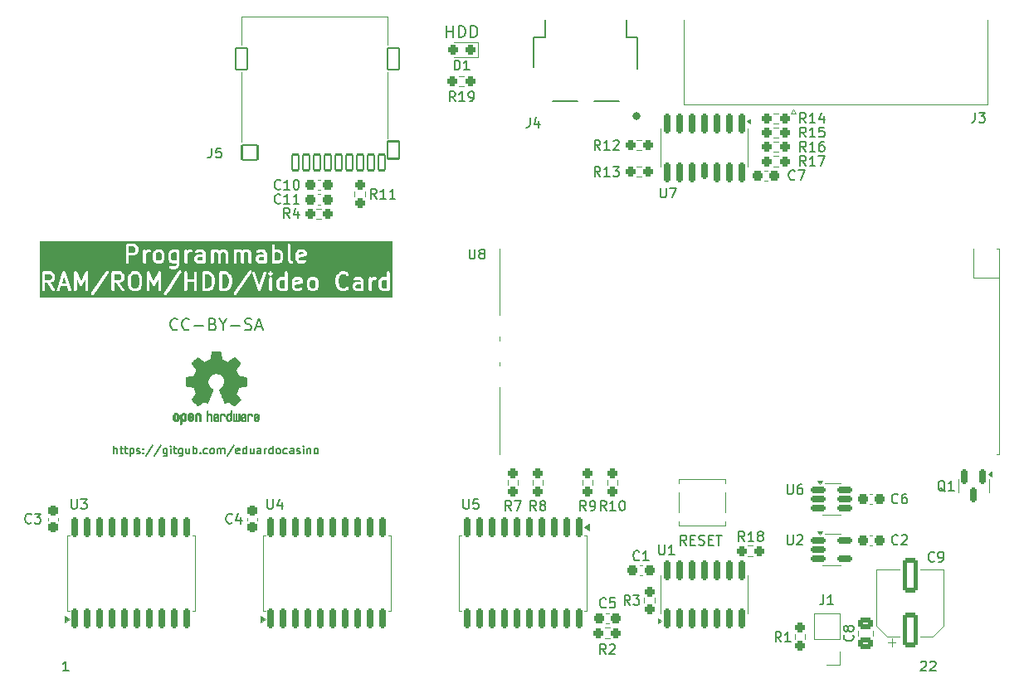
<source format=gbr>
%TF.GenerationSoftware,KiCad,Pcbnew,7.0.11*%
%TF.CreationDate,2024-05-07T16:29:06+02:00*%
%TF.ProjectId,kim-1-programmable-memory,6b696d2d-312d-4707-926f-6772616d6d61,rev?*%
%TF.SameCoordinates,Original*%
%TF.FileFunction,Legend,Top*%
%TF.FilePolarity,Positive*%
%FSLAX46Y46*%
G04 Gerber Fmt 4.6, Leading zero omitted, Abs format (unit mm)*
G04 Created by KiCad (PCBNEW 7.0.11) date 2024-05-07 16:29:06*
%MOMM*%
%LPD*%
G01*
G04 APERTURE LIST*
G04 Aperture macros list*
%AMRoundRect*
0 Rectangle with rounded corners*
0 $1 Rounding radius*
0 $2 $3 $4 $5 $6 $7 $8 $9 X,Y pos of 4 corners*
0 Add a 4 corners polygon primitive as box body*
4,1,4,$2,$3,$4,$5,$6,$7,$8,$9,$2,$3,0*
0 Add four circle primitives for the rounded corners*
1,1,$1+$1,$2,$3*
1,1,$1+$1,$4,$5*
1,1,$1+$1,$6,$7*
1,1,$1+$1,$8,$9*
0 Add four rect primitives between the rounded corners*
20,1,$1+$1,$2,$3,$4,$5,0*
20,1,$1+$1,$4,$5,$6,$7,0*
20,1,$1+$1,$6,$7,$8,$9,0*
20,1,$1+$1,$8,$9,$2,$3,0*%
G04 Aperture macros list end*
%ADD10C,0.150000*%
%ADD11C,0.200000*%
%ADD12C,0.300000*%
%ADD13C,0.120000*%
%ADD14C,0.127000*%
%ADD15C,0.400000*%
%ADD16C,0.010000*%
%ADD17RoundRect,0.237500X0.287500X0.237500X-0.287500X0.237500X-0.287500X-0.237500X0.287500X-0.237500X0*%
%ADD18RoundRect,0.237500X-0.250000X-0.237500X0.250000X-0.237500X0.250000X0.237500X-0.250000X0.237500X0*%
%ADD19RoundRect,0.237500X-0.237500X0.250000X-0.237500X-0.250000X0.237500X-0.250000X0.237500X0.250000X0*%
%ADD20RoundRect,0.150000X-0.150000X0.825000X-0.150000X-0.825000X0.150000X-0.825000X0.150000X0.825000X0*%
%ADD21RoundRect,0.150000X-0.150000X0.675000X-0.150000X-0.675000X0.150000X-0.675000X0.150000X0.675000X0*%
%ADD22RoundRect,0.237500X0.300000X0.237500X-0.300000X0.237500X-0.300000X-0.237500X0.300000X-0.237500X0*%
%ADD23RoundRect,0.237500X0.237500X-0.250000X0.237500X0.250000X-0.237500X0.250000X-0.237500X-0.250000X0*%
%ADD24C,2.754000*%
%ADD25C,3.820000*%
%ADD26RoundRect,0.150000X-0.150000X0.875000X-0.150000X-0.875000X0.150000X-0.875000X0.150000X0.875000X0*%
%ADD27R,1.700000X1.700000*%
%ADD28O,1.700000X1.700000*%
%ADD29RoundRect,0.237500X-0.300000X-0.237500X0.300000X-0.237500X0.300000X0.237500X-0.300000X0.237500X0*%
%ADD30RoundRect,0.150000X0.150000X-0.875000X0.150000X0.875000X-0.150000X0.875000X-0.150000X-0.875000X0*%
%ADD31RoundRect,0.162500X-0.617500X-0.162500X0.617500X-0.162500X0.617500X0.162500X-0.617500X0.162500X0*%
%ADD32RoundRect,0.250000X0.550000X-1.500000X0.550000X1.500000X-0.550000X1.500000X-0.550000X-1.500000X0*%
%ADD33RoundRect,0.250000X0.475000X-0.337500X0.475000X0.337500X-0.475000X0.337500X-0.475000X-0.337500X0*%
%ADD34R,1.600000X1.400000*%
%ADD35RoundRect,0.237500X0.250000X0.237500X-0.250000X0.237500X-0.250000X-0.237500X0.250000X-0.237500X0*%
%ADD36RoundRect,0.237500X-0.237500X0.300000X-0.237500X-0.300000X0.237500X-0.300000X0.237500X0.300000X0*%
%ADD37C,4.000000*%
%ADD38R,1.600000X1.600000*%
%ADD39C,1.600000*%
%ADD40R,1.700000X3.500000*%
%ADD41RoundRect,0.150000X0.150000X-0.825000X0.150000X0.825000X-0.150000X0.825000X-0.150000X-0.825000X0*%
%ADD42C,1.000000*%
%ADD43RoundRect,0.102000X0.350000X0.800000X-0.350000X0.800000X-0.350000X-0.800000X0.350000X-0.800000X0*%
%ADD44RoundRect,0.102000X0.600000X0.900000X-0.600000X0.900000X-0.600000X-0.900000X0.600000X-0.900000X0*%
%ADD45RoundRect,0.102000X0.600000X1.100000X-0.600000X1.100000X-0.600000X-1.100000X0.600000X-1.100000X0*%
%ADD46RoundRect,0.102000X0.800000X0.750000X-0.800000X0.750000X-0.800000X-0.750000X0.800000X-0.750000X0*%
%ADD47RoundRect,0.150000X-0.150000X0.587500X-0.150000X-0.587500X0.150000X-0.587500X0.150000X0.587500X0*%
G04 APERTURE END LIST*
D10*
X67929998Y-133184295D02*
X67929998Y-132384295D01*
X68272855Y-133184295D02*
X68272855Y-132765247D01*
X68272855Y-132765247D02*
X68234760Y-132689057D01*
X68234760Y-132689057D02*
X68158569Y-132650961D01*
X68158569Y-132650961D02*
X68044283Y-132650961D01*
X68044283Y-132650961D02*
X67968093Y-132689057D01*
X67968093Y-132689057D02*
X67929998Y-132727152D01*
X68539522Y-132650961D02*
X68844284Y-132650961D01*
X68653808Y-132384295D02*
X68653808Y-133070009D01*
X68653808Y-133070009D02*
X68691903Y-133146200D01*
X68691903Y-133146200D02*
X68768093Y-133184295D01*
X68768093Y-133184295D02*
X68844284Y-133184295D01*
X68996665Y-132650961D02*
X69301427Y-132650961D01*
X69110951Y-132384295D02*
X69110951Y-133070009D01*
X69110951Y-133070009D02*
X69149046Y-133146200D01*
X69149046Y-133146200D02*
X69225236Y-133184295D01*
X69225236Y-133184295D02*
X69301427Y-133184295D01*
X69568094Y-132650961D02*
X69568094Y-133450961D01*
X69568094Y-132689057D02*
X69644284Y-132650961D01*
X69644284Y-132650961D02*
X69796665Y-132650961D01*
X69796665Y-132650961D02*
X69872856Y-132689057D01*
X69872856Y-132689057D02*
X69910951Y-132727152D01*
X69910951Y-132727152D02*
X69949046Y-132803342D01*
X69949046Y-132803342D02*
X69949046Y-133031914D01*
X69949046Y-133031914D02*
X69910951Y-133108104D01*
X69910951Y-133108104D02*
X69872856Y-133146200D01*
X69872856Y-133146200D02*
X69796665Y-133184295D01*
X69796665Y-133184295D02*
X69644284Y-133184295D01*
X69644284Y-133184295D02*
X69568094Y-133146200D01*
X70253808Y-133146200D02*
X70329999Y-133184295D01*
X70329999Y-133184295D02*
X70482380Y-133184295D01*
X70482380Y-133184295D02*
X70558570Y-133146200D01*
X70558570Y-133146200D02*
X70596666Y-133070009D01*
X70596666Y-133070009D02*
X70596666Y-133031914D01*
X70596666Y-133031914D02*
X70558570Y-132955723D01*
X70558570Y-132955723D02*
X70482380Y-132917628D01*
X70482380Y-132917628D02*
X70368094Y-132917628D01*
X70368094Y-132917628D02*
X70291904Y-132879533D01*
X70291904Y-132879533D02*
X70253808Y-132803342D01*
X70253808Y-132803342D02*
X70253808Y-132765247D01*
X70253808Y-132765247D02*
X70291904Y-132689057D01*
X70291904Y-132689057D02*
X70368094Y-132650961D01*
X70368094Y-132650961D02*
X70482380Y-132650961D01*
X70482380Y-132650961D02*
X70558570Y-132689057D01*
X70939523Y-133108104D02*
X70977618Y-133146200D01*
X70977618Y-133146200D02*
X70939523Y-133184295D01*
X70939523Y-133184295D02*
X70901427Y-133146200D01*
X70901427Y-133146200D02*
X70939523Y-133108104D01*
X70939523Y-133108104D02*
X70939523Y-133184295D01*
X70939523Y-132689057D02*
X70977618Y-132727152D01*
X70977618Y-132727152D02*
X70939523Y-132765247D01*
X70939523Y-132765247D02*
X70901427Y-132727152D01*
X70901427Y-132727152D02*
X70939523Y-132689057D01*
X70939523Y-132689057D02*
X70939523Y-132765247D01*
X71891903Y-132346200D02*
X71206189Y-133374771D01*
X72729998Y-132346200D02*
X72044284Y-133374771D01*
X73339522Y-132650961D02*
X73339522Y-133298580D01*
X73339522Y-133298580D02*
X73301427Y-133374771D01*
X73301427Y-133374771D02*
X73263331Y-133412866D01*
X73263331Y-133412866D02*
X73187141Y-133450961D01*
X73187141Y-133450961D02*
X73072855Y-133450961D01*
X73072855Y-133450961D02*
X72996665Y-133412866D01*
X73339522Y-133146200D02*
X73263331Y-133184295D01*
X73263331Y-133184295D02*
X73110950Y-133184295D01*
X73110950Y-133184295D02*
X73034760Y-133146200D01*
X73034760Y-133146200D02*
X72996665Y-133108104D01*
X72996665Y-133108104D02*
X72958569Y-133031914D01*
X72958569Y-133031914D02*
X72958569Y-132803342D01*
X72958569Y-132803342D02*
X72996665Y-132727152D01*
X72996665Y-132727152D02*
X73034760Y-132689057D01*
X73034760Y-132689057D02*
X73110950Y-132650961D01*
X73110950Y-132650961D02*
X73263331Y-132650961D01*
X73263331Y-132650961D02*
X73339522Y-132689057D01*
X73720475Y-133184295D02*
X73720475Y-132650961D01*
X73720475Y-132384295D02*
X73682379Y-132422390D01*
X73682379Y-132422390D02*
X73720475Y-132460485D01*
X73720475Y-132460485D02*
X73758570Y-132422390D01*
X73758570Y-132422390D02*
X73720475Y-132384295D01*
X73720475Y-132384295D02*
X73720475Y-132460485D01*
X73987141Y-132650961D02*
X74291903Y-132650961D01*
X74101427Y-132384295D02*
X74101427Y-133070009D01*
X74101427Y-133070009D02*
X74139522Y-133146200D01*
X74139522Y-133146200D02*
X74215712Y-133184295D01*
X74215712Y-133184295D02*
X74291903Y-133184295D01*
X74901427Y-132650961D02*
X74901427Y-133298580D01*
X74901427Y-133298580D02*
X74863332Y-133374771D01*
X74863332Y-133374771D02*
X74825236Y-133412866D01*
X74825236Y-133412866D02*
X74749046Y-133450961D01*
X74749046Y-133450961D02*
X74634760Y-133450961D01*
X74634760Y-133450961D02*
X74558570Y-133412866D01*
X74901427Y-133146200D02*
X74825236Y-133184295D01*
X74825236Y-133184295D02*
X74672855Y-133184295D01*
X74672855Y-133184295D02*
X74596665Y-133146200D01*
X74596665Y-133146200D02*
X74558570Y-133108104D01*
X74558570Y-133108104D02*
X74520474Y-133031914D01*
X74520474Y-133031914D02*
X74520474Y-132803342D01*
X74520474Y-132803342D02*
X74558570Y-132727152D01*
X74558570Y-132727152D02*
X74596665Y-132689057D01*
X74596665Y-132689057D02*
X74672855Y-132650961D01*
X74672855Y-132650961D02*
X74825236Y-132650961D01*
X74825236Y-132650961D02*
X74901427Y-132689057D01*
X75625237Y-132650961D02*
X75625237Y-133184295D01*
X75282380Y-132650961D02*
X75282380Y-133070009D01*
X75282380Y-133070009D02*
X75320475Y-133146200D01*
X75320475Y-133146200D02*
X75396665Y-133184295D01*
X75396665Y-133184295D02*
X75510951Y-133184295D01*
X75510951Y-133184295D02*
X75587142Y-133146200D01*
X75587142Y-133146200D02*
X75625237Y-133108104D01*
X76006190Y-133184295D02*
X76006190Y-132384295D01*
X76006190Y-132689057D02*
X76082380Y-132650961D01*
X76082380Y-132650961D02*
X76234761Y-132650961D01*
X76234761Y-132650961D02*
X76310952Y-132689057D01*
X76310952Y-132689057D02*
X76349047Y-132727152D01*
X76349047Y-132727152D02*
X76387142Y-132803342D01*
X76387142Y-132803342D02*
X76387142Y-133031914D01*
X76387142Y-133031914D02*
X76349047Y-133108104D01*
X76349047Y-133108104D02*
X76310952Y-133146200D01*
X76310952Y-133146200D02*
X76234761Y-133184295D01*
X76234761Y-133184295D02*
X76082380Y-133184295D01*
X76082380Y-133184295D02*
X76006190Y-133146200D01*
X76730000Y-133108104D02*
X76768095Y-133146200D01*
X76768095Y-133146200D02*
X76730000Y-133184295D01*
X76730000Y-133184295D02*
X76691904Y-133146200D01*
X76691904Y-133146200D02*
X76730000Y-133108104D01*
X76730000Y-133108104D02*
X76730000Y-133184295D01*
X77453809Y-133146200D02*
X77377618Y-133184295D01*
X77377618Y-133184295D02*
X77225237Y-133184295D01*
X77225237Y-133184295D02*
X77149047Y-133146200D01*
X77149047Y-133146200D02*
X77110952Y-133108104D01*
X77110952Y-133108104D02*
X77072856Y-133031914D01*
X77072856Y-133031914D02*
X77072856Y-132803342D01*
X77072856Y-132803342D02*
X77110952Y-132727152D01*
X77110952Y-132727152D02*
X77149047Y-132689057D01*
X77149047Y-132689057D02*
X77225237Y-132650961D01*
X77225237Y-132650961D02*
X77377618Y-132650961D01*
X77377618Y-132650961D02*
X77453809Y-132689057D01*
X77910951Y-133184295D02*
X77834761Y-133146200D01*
X77834761Y-133146200D02*
X77796666Y-133108104D01*
X77796666Y-133108104D02*
X77758570Y-133031914D01*
X77758570Y-133031914D02*
X77758570Y-132803342D01*
X77758570Y-132803342D02*
X77796666Y-132727152D01*
X77796666Y-132727152D02*
X77834761Y-132689057D01*
X77834761Y-132689057D02*
X77910951Y-132650961D01*
X77910951Y-132650961D02*
X78025237Y-132650961D01*
X78025237Y-132650961D02*
X78101428Y-132689057D01*
X78101428Y-132689057D02*
X78139523Y-132727152D01*
X78139523Y-132727152D02*
X78177618Y-132803342D01*
X78177618Y-132803342D02*
X78177618Y-133031914D01*
X78177618Y-133031914D02*
X78139523Y-133108104D01*
X78139523Y-133108104D02*
X78101428Y-133146200D01*
X78101428Y-133146200D02*
X78025237Y-133184295D01*
X78025237Y-133184295D02*
X77910951Y-133184295D01*
X78520476Y-133184295D02*
X78520476Y-132650961D01*
X78520476Y-132727152D02*
X78558571Y-132689057D01*
X78558571Y-132689057D02*
X78634761Y-132650961D01*
X78634761Y-132650961D02*
X78749047Y-132650961D01*
X78749047Y-132650961D02*
X78825238Y-132689057D01*
X78825238Y-132689057D02*
X78863333Y-132765247D01*
X78863333Y-132765247D02*
X78863333Y-133184295D01*
X78863333Y-132765247D02*
X78901428Y-132689057D01*
X78901428Y-132689057D02*
X78977619Y-132650961D01*
X78977619Y-132650961D02*
X79091904Y-132650961D01*
X79091904Y-132650961D02*
X79168095Y-132689057D01*
X79168095Y-132689057D02*
X79206190Y-132765247D01*
X79206190Y-132765247D02*
X79206190Y-133184295D01*
X80158571Y-132346200D02*
X79472857Y-133374771D01*
X80730000Y-133146200D02*
X80653809Y-133184295D01*
X80653809Y-133184295D02*
X80501428Y-133184295D01*
X80501428Y-133184295D02*
X80425238Y-133146200D01*
X80425238Y-133146200D02*
X80387142Y-133070009D01*
X80387142Y-133070009D02*
X80387142Y-132765247D01*
X80387142Y-132765247D02*
X80425238Y-132689057D01*
X80425238Y-132689057D02*
X80501428Y-132650961D01*
X80501428Y-132650961D02*
X80653809Y-132650961D01*
X80653809Y-132650961D02*
X80730000Y-132689057D01*
X80730000Y-132689057D02*
X80768095Y-132765247D01*
X80768095Y-132765247D02*
X80768095Y-132841438D01*
X80768095Y-132841438D02*
X80387142Y-132917628D01*
X81453809Y-133184295D02*
X81453809Y-132384295D01*
X81453809Y-133146200D02*
X81377618Y-133184295D01*
X81377618Y-133184295D02*
X81225237Y-133184295D01*
X81225237Y-133184295D02*
X81149047Y-133146200D01*
X81149047Y-133146200D02*
X81110952Y-133108104D01*
X81110952Y-133108104D02*
X81072856Y-133031914D01*
X81072856Y-133031914D02*
X81072856Y-132803342D01*
X81072856Y-132803342D02*
X81110952Y-132727152D01*
X81110952Y-132727152D02*
X81149047Y-132689057D01*
X81149047Y-132689057D02*
X81225237Y-132650961D01*
X81225237Y-132650961D02*
X81377618Y-132650961D01*
X81377618Y-132650961D02*
X81453809Y-132689057D01*
X82177619Y-132650961D02*
X82177619Y-133184295D01*
X81834762Y-132650961D02*
X81834762Y-133070009D01*
X81834762Y-133070009D02*
X81872857Y-133146200D01*
X81872857Y-133146200D02*
X81949047Y-133184295D01*
X81949047Y-133184295D02*
X82063333Y-133184295D01*
X82063333Y-133184295D02*
X82139524Y-133146200D01*
X82139524Y-133146200D02*
X82177619Y-133108104D01*
X82901429Y-133184295D02*
X82901429Y-132765247D01*
X82901429Y-132765247D02*
X82863334Y-132689057D01*
X82863334Y-132689057D02*
X82787143Y-132650961D01*
X82787143Y-132650961D02*
X82634762Y-132650961D01*
X82634762Y-132650961D02*
X82558572Y-132689057D01*
X82901429Y-133146200D02*
X82825238Y-133184295D01*
X82825238Y-133184295D02*
X82634762Y-133184295D01*
X82634762Y-133184295D02*
X82558572Y-133146200D01*
X82558572Y-133146200D02*
X82520476Y-133070009D01*
X82520476Y-133070009D02*
X82520476Y-132993819D01*
X82520476Y-132993819D02*
X82558572Y-132917628D01*
X82558572Y-132917628D02*
X82634762Y-132879533D01*
X82634762Y-132879533D02*
X82825238Y-132879533D01*
X82825238Y-132879533D02*
X82901429Y-132841438D01*
X83282382Y-133184295D02*
X83282382Y-132650961D01*
X83282382Y-132803342D02*
X83320477Y-132727152D01*
X83320477Y-132727152D02*
X83358572Y-132689057D01*
X83358572Y-132689057D02*
X83434763Y-132650961D01*
X83434763Y-132650961D02*
X83510953Y-132650961D01*
X84120477Y-133184295D02*
X84120477Y-132384295D01*
X84120477Y-133146200D02*
X84044286Y-133184295D01*
X84044286Y-133184295D02*
X83891905Y-133184295D01*
X83891905Y-133184295D02*
X83815715Y-133146200D01*
X83815715Y-133146200D02*
X83777620Y-133108104D01*
X83777620Y-133108104D02*
X83739524Y-133031914D01*
X83739524Y-133031914D02*
X83739524Y-132803342D01*
X83739524Y-132803342D02*
X83777620Y-132727152D01*
X83777620Y-132727152D02*
X83815715Y-132689057D01*
X83815715Y-132689057D02*
X83891905Y-132650961D01*
X83891905Y-132650961D02*
X84044286Y-132650961D01*
X84044286Y-132650961D02*
X84120477Y-132689057D01*
X84615715Y-133184295D02*
X84539525Y-133146200D01*
X84539525Y-133146200D02*
X84501430Y-133108104D01*
X84501430Y-133108104D02*
X84463334Y-133031914D01*
X84463334Y-133031914D02*
X84463334Y-132803342D01*
X84463334Y-132803342D02*
X84501430Y-132727152D01*
X84501430Y-132727152D02*
X84539525Y-132689057D01*
X84539525Y-132689057D02*
X84615715Y-132650961D01*
X84615715Y-132650961D02*
X84730001Y-132650961D01*
X84730001Y-132650961D02*
X84806192Y-132689057D01*
X84806192Y-132689057D02*
X84844287Y-132727152D01*
X84844287Y-132727152D02*
X84882382Y-132803342D01*
X84882382Y-132803342D02*
X84882382Y-133031914D01*
X84882382Y-133031914D02*
X84844287Y-133108104D01*
X84844287Y-133108104D02*
X84806192Y-133146200D01*
X84806192Y-133146200D02*
X84730001Y-133184295D01*
X84730001Y-133184295D02*
X84615715Y-133184295D01*
X85568097Y-133146200D02*
X85491906Y-133184295D01*
X85491906Y-133184295D02*
X85339525Y-133184295D01*
X85339525Y-133184295D02*
X85263335Y-133146200D01*
X85263335Y-133146200D02*
X85225240Y-133108104D01*
X85225240Y-133108104D02*
X85187144Y-133031914D01*
X85187144Y-133031914D02*
X85187144Y-132803342D01*
X85187144Y-132803342D02*
X85225240Y-132727152D01*
X85225240Y-132727152D02*
X85263335Y-132689057D01*
X85263335Y-132689057D02*
X85339525Y-132650961D01*
X85339525Y-132650961D02*
X85491906Y-132650961D01*
X85491906Y-132650961D02*
X85568097Y-132689057D01*
X86253811Y-133184295D02*
X86253811Y-132765247D01*
X86253811Y-132765247D02*
X86215716Y-132689057D01*
X86215716Y-132689057D02*
X86139525Y-132650961D01*
X86139525Y-132650961D02*
X85987144Y-132650961D01*
X85987144Y-132650961D02*
X85910954Y-132689057D01*
X86253811Y-133146200D02*
X86177620Y-133184295D01*
X86177620Y-133184295D02*
X85987144Y-133184295D01*
X85987144Y-133184295D02*
X85910954Y-133146200D01*
X85910954Y-133146200D02*
X85872858Y-133070009D01*
X85872858Y-133070009D02*
X85872858Y-132993819D01*
X85872858Y-132993819D02*
X85910954Y-132917628D01*
X85910954Y-132917628D02*
X85987144Y-132879533D01*
X85987144Y-132879533D02*
X86177620Y-132879533D01*
X86177620Y-132879533D02*
X86253811Y-132841438D01*
X86596668Y-133146200D02*
X86672859Y-133184295D01*
X86672859Y-133184295D02*
X86825240Y-133184295D01*
X86825240Y-133184295D02*
X86901430Y-133146200D01*
X86901430Y-133146200D02*
X86939526Y-133070009D01*
X86939526Y-133070009D02*
X86939526Y-133031914D01*
X86939526Y-133031914D02*
X86901430Y-132955723D01*
X86901430Y-132955723D02*
X86825240Y-132917628D01*
X86825240Y-132917628D02*
X86710954Y-132917628D01*
X86710954Y-132917628D02*
X86634764Y-132879533D01*
X86634764Y-132879533D02*
X86596668Y-132803342D01*
X86596668Y-132803342D02*
X86596668Y-132765247D01*
X86596668Y-132765247D02*
X86634764Y-132689057D01*
X86634764Y-132689057D02*
X86710954Y-132650961D01*
X86710954Y-132650961D02*
X86825240Y-132650961D01*
X86825240Y-132650961D02*
X86901430Y-132689057D01*
X87282383Y-133184295D02*
X87282383Y-132650961D01*
X87282383Y-132384295D02*
X87244287Y-132422390D01*
X87244287Y-132422390D02*
X87282383Y-132460485D01*
X87282383Y-132460485D02*
X87320478Y-132422390D01*
X87320478Y-132422390D02*
X87282383Y-132384295D01*
X87282383Y-132384295D02*
X87282383Y-132460485D01*
X87663335Y-132650961D02*
X87663335Y-133184295D01*
X87663335Y-132727152D02*
X87701430Y-132689057D01*
X87701430Y-132689057D02*
X87777620Y-132650961D01*
X87777620Y-132650961D02*
X87891906Y-132650961D01*
X87891906Y-132650961D02*
X87968097Y-132689057D01*
X87968097Y-132689057D02*
X88006192Y-132765247D01*
X88006192Y-132765247D02*
X88006192Y-133184295D01*
X88501430Y-133184295D02*
X88425240Y-133146200D01*
X88425240Y-133146200D02*
X88387145Y-133108104D01*
X88387145Y-133108104D02*
X88349049Y-133031914D01*
X88349049Y-133031914D02*
X88349049Y-132803342D01*
X88349049Y-132803342D02*
X88387145Y-132727152D01*
X88387145Y-132727152D02*
X88425240Y-132689057D01*
X88425240Y-132689057D02*
X88501430Y-132650961D01*
X88501430Y-132650961D02*
X88615716Y-132650961D01*
X88615716Y-132650961D02*
X88691907Y-132689057D01*
X88691907Y-132689057D02*
X88730002Y-132727152D01*
X88730002Y-132727152D02*
X88768097Y-132803342D01*
X88768097Y-132803342D02*
X88768097Y-133031914D01*
X88768097Y-133031914D02*
X88730002Y-133108104D01*
X88730002Y-133108104D02*
X88691907Y-133146200D01*
X88691907Y-133146200D02*
X88615716Y-133184295D01*
X88615716Y-133184295D02*
X88501430Y-133184295D01*
D11*
X74415715Y-120448457D02*
X74358572Y-120505600D01*
X74358572Y-120505600D02*
X74187144Y-120562742D01*
X74187144Y-120562742D02*
X74072858Y-120562742D01*
X74072858Y-120562742D02*
X73901429Y-120505600D01*
X73901429Y-120505600D02*
X73787144Y-120391314D01*
X73787144Y-120391314D02*
X73730001Y-120277028D01*
X73730001Y-120277028D02*
X73672858Y-120048457D01*
X73672858Y-120048457D02*
X73672858Y-119877028D01*
X73672858Y-119877028D02*
X73730001Y-119648457D01*
X73730001Y-119648457D02*
X73787144Y-119534171D01*
X73787144Y-119534171D02*
X73901429Y-119419885D01*
X73901429Y-119419885D02*
X74072858Y-119362742D01*
X74072858Y-119362742D02*
X74187144Y-119362742D01*
X74187144Y-119362742D02*
X74358572Y-119419885D01*
X74358572Y-119419885D02*
X74415715Y-119477028D01*
X75615715Y-120448457D02*
X75558572Y-120505600D01*
X75558572Y-120505600D02*
X75387144Y-120562742D01*
X75387144Y-120562742D02*
X75272858Y-120562742D01*
X75272858Y-120562742D02*
X75101429Y-120505600D01*
X75101429Y-120505600D02*
X74987144Y-120391314D01*
X74987144Y-120391314D02*
X74930001Y-120277028D01*
X74930001Y-120277028D02*
X74872858Y-120048457D01*
X74872858Y-120048457D02*
X74872858Y-119877028D01*
X74872858Y-119877028D02*
X74930001Y-119648457D01*
X74930001Y-119648457D02*
X74987144Y-119534171D01*
X74987144Y-119534171D02*
X75101429Y-119419885D01*
X75101429Y-119419885D02*
X75272858Y-119362742D01*
X75272858Y-119362742D02*
X75387144Y-119362742D01*
X75387144Y-119362742D02*
X75558572Y-119419885D01*
X75558572Y-119419885D02*
X75615715Y-119477028D01*
X76130001Y-120105600D02*
X77044287Y-120105600D01*
X78015715Y-119934171D02*
X78187143Y-119991314D01*
X78187143Y-119991314D02*
X78244286Y-120048457D01*
X78244286Y-120048457D02*
X78301429Y-120162742D01*
X78301429Y-120162742D02*
X78301429Y-120334171D01*
X78301429Y-120334171D02*
X78244286Y-120448457D01*
X78244286Y-120448457D02*
X78187143Y-120505600D01*
X78187143Y-120505600D02*
X78072858Y-120562742D01*
X78072858Y-120562742D02*
X77615715Y-120562742D01*
X77615715Y-120562742D02*
X77615715Y-119362742D01*
X77615715Y-119362742D02*
X78015715Y-119362742D01*
X78015715Y-119362742D02*
X78130001Y-119419885D01*
X78130001Y-119419885D02*
X78187143Y-119477028D01*
X78187143Y-119477028D02*
X78244286Y-119591314D01*
X78244286Y-119591314D02*
X78244286Y-119705600D01*
X78244286Y-119705600D02*
X78187143Y-119819885D01*
X78187143Y-119819885D02*
X78130001Y-119877028D01*
X78130001Y-119877028D02*
X78015715Y-119934171D01*
X78015715Y-119934171D02*
X77615715Y-119934171D01*
X79044286Y-119991314D02*
X79044286Y-120562742D01*
X78644286Y-119362742D02*
X79044286Y-119991314D01*
X79044286Y-119991314D02*
X79444286Y-119362742D01*
X79844286Y-120105600D02*
X80758572Y-120105600D01*
X81272857Y-120505600D02*
X81444286Y-120562742D01*
X81444286Y-120562742D02*
X81730000Y-120562742D01*
X81730000Y-120562742D02*
X81844286Y-120505600D01*
X81844286Y-120505600D02*
X81901428Y-120448457D01*
X81901428Y-120448457D02*
X81958571Y-120334171D01*
X81958571Y-120334171D02*
X81958571Y-120219885D01*
X81958571Y-120219885D02*
X81901428Y-120105600D01*
X81901428Y-120105600D02*
X81844286Y-120048457D01*
X81844286Y-120048457D02*
X81730000Y-119991314D01*
X81730000Y-119991314D02*
X81501428Y-119934171D01*
X81501428Y-119934171D02*
X81387143Y-119877028D01*
X81387143Y-119877028D02*
X81330000Y-119819885D01*
X81330000Y-119819885D02*
X81272857Y-119705600D01*
X81272857Y-119705600D02*
X81272857Y-119591314D01*
X81272857Y-119591314D02*
X81330000Y-119477028D01*
X81330000Y-119477028D02*
X81387143Y-119419885D01*
X81387143Y-119419885D02*
X81501428Y-119362742D01*
X81501428Y-119362742D02*
X81787143Y-119362742D01*
X81787143Y-119362742D02*
X81958571Y-119419885D01*
X82415714Y-120219885D02*
X82987143Y-120219885D01*
X82301428Y-120562742D02*
X82701428Y-119362742D01*
X82701428Y-119362742D02*
X83101428Y-120562742D01*
D12*
G36*
X61491147Y-114896844D02*
G01*
X61540056Y-114945754D01*
X61596668Y-115058977D01*
X61596668Y-115238157D01*
X61540056Y-115351380D01*
X61491147Y-115400289D01*
X61377925Y-115456901D01*
X60896668Y-115456901D01*
X60896668Y-114840234D01*
X61377925Y-114840234D01*
X61491147Y-114896844D01*
G37*
G36*
X68574480Y-114896844D02*
G01*
X68623389Y-114945754D01*
X68680001Y-115058977D01*
X68680001Y-115238157D01*
X68623389Y-115351380D01*
X68574480Y-115400289D01*
X68461258Y-115456901D01*
X67980001Y-115456901D01*
X67980001Y-114840234D01*
X68461258Y-114840234D01*
X68574480Y-114896844D01*
G37*
G36*
X70324480Y-114896845D02*
G01*
X70444556Y-115016921D01*
X70513335Y-115292032D01*
X70513335Y-115838435D01*
X70444556Y-116113546D01*
X70324480Y-116233622D01*
X70211258Y-116290234D01*
X69948745Y-116290234D01*
X69835521Y-116233622D01*
X69715445Y-116113546D01*
X69646668Y-115838437D01*
X69646668Y-115292030D01*
X69715445Y-115016921D01*
X69835521Y-114896845D01*
X69948745Y-114840234D01*
X70211258Y-114840234D01*
X70324480Y-114896845D01*
G37*
G36*
X77665640Y-114904672D02*
G01*
X77790055Y-115029087D01*
X77855139Y-115159256D01*
X77930000Y-115458698D01*
X77930000Y-115671769D01*
X77855139Y-115971211D01*
X77790055Y-116101380D01*
X77665640Y-116225795D01*
X77472324Y-116290234D01*
X77230000Y-116290234D01*
X77230000Y-114840234D01*
X77472324Y-114840234D01*
X77665640Y-114904672D01*
G37*
G36*
X79415640Y-114904672D02*
G01*
X79540055Y-115029087D01*
X79605139Y-115159256D01*
X79680000Y-115458698D01*
X79680000Y-115671769D01*
X79605139Y-115971211D01*
X79540055Y-116101380D01*
X79415640Y-116225795D01*
X79222324Y-116290234D01*
X78980000Y-116290234D01*
X78980000Y-114840234D01*
X79222324Y-114840234D01*
X79415640Y-114904672D01*
G37*
G36*
X85346666Y-115449605D02*
G01*
X85346666Y-116264196D01*
X85294590Y-116290234D01*
X85032076Y-116290234D01*
X84918854Y-116233623D01*
X84869944Y-116184713D01*
X84813333Y-116071491D01*
X84813333Y-115642310D01*
X84869943Y-115529088D01*
X84918852Y-115480179D01*
X85032077Y-115423567D01*
X85294589Y-115423567D01*
X85346666Y-115449605D01*
G37*
G36*
X86884862Y-115468704D02*
G01*
X86929999Y-115558977D01*
X86929999Y-115567263D01*
X86396666Y-115673930D01*
X86396666Y-115558977D01*
X86441802Y-115468704D01*
X86532077Y-115423567D01*
X86794589Y-115423567D01*
X86884862Y-115468704D01*
G37*
G36*
X88407811Y-115480178D02*
G01*
X88456721Y-115529088D01*
X88513333Y-115642312D01*
X88513333Y-116071489D01*
X88456720Y-116184714D01*
X88407811Y-116233623D01*
X88294589Y-116290234D01*
X88115409Y-116290234D01*
X88002187Y-116233623D01*
X87953277Y-116184713D01*
X87896666Y-116071491D01*
X87896666Y-115642310D01*
X87953276Y-115529088D01*
X88002185Y-115480179D01*
X88115410Y-115423567D01*
X88294589Y-115423567D01*
X88407811Y-115480178D01*
G37*
G36*
X93096665Y-116264196D02*
G01*
X93044589Y-116290234D01*
X92698742Y-116290234D01*
X92608468Y-116245097D01*
X92563332Y-116154824D01*
X92563332Y-116058977D01*
X92608468Y-115968704D01*
X92698743Y-115923567D01*
X93079999Y-115923567D01*
X93096665Y-115919101D01*
X93096665Y-116264196D01*
G37*
G36*
X95763331Y-115449605D02*
G01*
X95763331Y-116264196D01*
X95711255Y-116290234D01*
X95448741Y-116290234D01*
X95335519Y-116233623D01*
X95286609Y-116184713D01*
X95229998Y-116071491D01*
X95229998Y-115642310D01*
X95286608Y-115529088D01*
X95335517Y-115480179D01*
X95448742Y-115423567D01*
X95711254Y-115423567D01*
X95763331Y-115449605D01*
G37*
G36*
X63038555Y-115790234D02*
G01*
X62621448Y-115790234D01*
X62830001Y-115164575D01*
X63038555Y-115790234D01*
G37*
G36*
X74305000Y-112632105D02*
G01*
X74305000Y-113446696D01*
X74252924Y-113472734D01*
X73990410Y-113472734D01*
X73877188Y-113416123D01*
X73828278Y-113367213D01*
X73771667Y-113253991D01*
X73771667Y-112824810D01*
X73828277Y-112711588D01*
X73877186Y-112662679D01*
X73990411Y-112606067D01*
X74252923Y-112606067D01*
X74305000Y-112632105D01*
G37*
G36*
X70032813Y-112079344D02*
G01*
X70081722Y-112128254D01*
X70138334Y-112241477D01*
X70138334Y-112420657D01*
X70081722Y-112533880D01*
X70032813Y-112582789D01*
X69919591Y-112639401D01*
X69438334Y-112639401D01*
X69438334Y-112022734D01*
X69919591Y-112022734D01*
X70032813Y-112079344D01*
G37*
G36*
X72699479Y-112662678D02*
G01*
X72748389Y-112711588D01*
X72805001Y-112824812D01*
X72805001Y-113253989D01*
X72748388Y-113367214D01*
X72699479Y-113416123D01*
X72586257Y-113472734D01*
X72407077Y-113472734D01*
X72293855Y-113416123D01*
X72244945Y-113367213D01*
X72188334Y-113253991D01*
X72188334Y-112824810D01*
X72244944Y-112711588D01*
X72293853Y-112662679D01*
X72407078Y-112606067D01*
X72586257Y-112606067D01*
X72699479Y-112662678D01*
G37*
G36*
X76971666Y-113446696D02*
G01*
X76919590Y-113472734D01*
X76573743Y-113472734D01*
X76483469Y-113427597D01*
X76438333Y-113337324D01*
X76438333Y-113241477D01*
X76483469Y-113151204D01*
X76573744Y-113106067D01*
X76955000Y-113106067D01*
X76971666Y-113101601D01*
X76971666Y-113446696D01*
G37*
G36*
X83221665Y-113446696D02*
G01*
X83169589Y-113472734D01*
X82823742Y-113472734D01*
X82733468Y-113427597D01*
X82688332Y-113337324D01*
X82688332Y-113241477D01*
X82733468Y-113151204D01*
X82823743Y-113106067D01*
X83204999Y-113106067D01*
X83221665Y-113101601D01*
X83221665Y-113446696D01*
G37*
G36*
X84782810Y-112662678D02*
G01*
X84831720Y-112711588D01*
X84888332Y-112824812D01*
X84888332Y-113253989D01*
X84831719Y-113367214D01*
X84782810Y-113416123D01*
X84669588Y-113472734D01*
X84407075Y-113472734D01*
X84354998Y-113446695D01*
X84354998Y-112632106D01*
X84407076Y-112606067D01*
X84669588Y-112606067D01*
X84782810Y-112662678D01*
G37*
G36*
X87259861Y-112651204D02*
G01*
X87304998Y-112741477D01*
X87304998Y-112749763D01*
X86771665Y-112856430D01*
X86771665Y-112741477D01*
X86816801Y-112651204D01*
X86907076Y-112606067D01*
X87169588Y-112606067D01*
X87259861Y-112651204D01*
G37*
G36*
X96313331Y-117256590D02*
G01*
X60346668Y-117256590D01*
X60346668Y-116847247D01*
X65596979Y-116847247D01*
X65612206Y-116923385D01*
X65663463Y-116981709D01*
X65737014Y-117006590D01*
X65813152Y-116991363D01*
X65871476Y-116940106D01*
X65933382Y-116847247D01*
X73013645Y-116847247D01*
X73028872Y-116923385D01*
X73080129Y-116981709D01*
X73153680Y-117006590D01*
X73229818Y-116991363D01*
X73288142Y-116940106D01*
X73350048Y-116847247D01*
X80180311Y-116847247D01*
X80195538Y-116923385D01*
X80246795Y-116981709D01*
X80320346Y-117006590D01*
X80396484Y-116991363D01*
X80454808Y-116940106D01*
X81954807Y-114690106D01*
X81964937Y-114660162D01*
X82016378Y-114660162D01*
X82021031Y-114737668D01*
X82604364Y-116487668D01*
X82620964Y-116512810D01*
X82634437Y-116539755D01*
X82642091Y-116544809D01*
X82647146Y-116552464D01*
X82674090Y-116565936D01*
X82699233Y-116582537D01*
X82708390Y-116583086D01*
X82716595Y-116587189D01*
X82746663Y-116585383D01*
X82776739Y-116587189D01*
X82784945Y-116583085D01*
X82794101Y-116582536D01*
X82819237Y-116565939D01*
X82846188Y-116552464D01*
X82851243Y-116544807D01*
X82858897Y-116539754D01*
X82872368Y-116512812D01*
X82888970Y-116487668D01*
X82904781Y-116440234D01*
X83763333Y-116440234D01*
X83783429Y-116515234D01*
X83838333Y-116570138D01*
X83913333Y-116590234D01*
X83988333Y-116570138D01*
X84043237Y-116515234D01*
X84063333Y-116440234D01*
X84063333Y-116106901D01*
X84513333Y-116106901D01*
X84522256Y-116140202D01*
X84529169Y-116173983D01*
X84612502Y-116340649D01*
X84628525Y-116358718D01*
X84640600Y-116379633D01*
X84723934Y-116462967D01*
X84744848Y-116475041D01*
X84762918Y-116491065D01*
X84929584Y-116574398D01*
X84963364Y-116581310D01*
X84996666Y-116590234D01*
X85330000Y-116590234D01*
X85363301Y-116581310D01*
X85397082Y-116574398D01*
X85416311Y-116564783D01*
X85421666Y-116570138D01*
X85496666Y-116590234D01*
X85571666Y-116570138D01*
X85626570Y-116515234D01*
X85646666Y-116440234D01*
X85646666Y-116190234D01*
X86096666Y-116190234D01*
X86105589Y-116223537D01*
X86112502Y-116257316D01*
X86195835Y-116423983D01*
X86201920Y-116430845D01*
X86204822Y-116439550D01*
X86227362Y-116459537D01*
X86247350Y-116482078D01*
X86256054Y-116484979D01*
X86262917Y-116491065D01*
X86429584Y-116574398D01*
X86463364Y-116581310D01*
X86496666Y-116590234D01*
X86829999Y-116590234D01*
X86863302Y-116581310D01*
X86897081Y-116574398D01*
X87063748Y-116491065D01*
X87121843Y-116439550D01*
X87146397Y-116365889D01*
X87130830Y-116289819D01*
X87079315Y-116231724D01*
X87005653Y-116207170D01*
X86929584Y-116222737D01*
X86794589Y-116290234D01*
X86532076Y-116290234D01*
X86441802Y-116245097D01*
X86396666Y-116154824D01*
X86396666Y-116106901D01*
X87596666Y-116106901D01*
X87605589Y-116140202D01*
X87612502Y-116173983D01*
X87695835Y-116340649D01*
X87711858Y-116358718D01*
X87723933Y-116379633D01*
X87807267Y-116462967D01*
X87828181Y-116475041D01*
X87846251Y-116491065D01*
X88012917Y-116574398D01*
X88046697Y-116581310D01*
X88079999Y-116590234D01*
X88329999Y-116590234D01*
X88363302Y-116581310D01*
X88397081Y-116574398D01*
X88563748Y-116491065D01*
X88581817Y-116475041D01*
X88602733Y-116462966D01*
X88686065Y-116379633D01*
X88698138Y-116358720D01*
X88714163Y-116340650D01*
X88797497Y-116173983D01*
X88804409Y-116140202D01*
X88813333Y-116106901D01*
X88813333Y-115690234D01*
X90513332Y-115690234D01*
X90518122Y-115708110D01*
X90517811Y-115726614D01*
X90601144Y-116059948D01*
X90609180Y-116074425D01*
X90612501Y-116090649D01*
X90695835Y-116257317D01*
X90711858Y-116275386D01*
X90723933Y-116296300D01*
X90890599Y-116462967D01*
X90920455Y-116480204D01*
X90949231Y-116499204D01*
X91199231Y-116582537D01*
X91223339Y-116583984D01*
X91246665Y-116590234D01*
X91413332Y-116590234D01*
X91436657Y-116583984D01*
X91460766Y-116582537D01*
X91710766Y-116499204D01*
X91739541Y-116480204D01*
X91769399Y-116462966D01*
X91852731Y-116379633D01*
X91891554Y-116312389D01*
X91891554Y-116234743D01*
X91865856Y-116190234D01*
X92263332Y-116190234D01*
X92272255Y-116223537D01*
X92279168Y-116257316D01*
X92362501Y-116423983D01*
X92368586Y-116430845D01*
X92371488Y-116439550D01*
X92394028Y-116459537D01*
X92414016Y-116482078D01*
X92422720Y-116484979D01*
X92429583Y-116491065D01*
X92596250Y-116574398D01*
X92630030Y-116581310D01*
X92663332Y-116590234D01*
X93079999Y-116590234D01*
X93113300Y-116581310D01*
X93147081Y-116574398D01*
X93166310Y-116564783D01*
X93171665Y-116570138D01*
X93246665Y-116590234D01*
X93321665Y-116570138D01*
X93376569Y-116515234D01*
X93396665Y-116440234D01*
X93929998Y-116440234D01*
X93950094Y-116515234D01*
X94004998Y-116570138D01*
X94079998Y-116590234D01*
X94154998Y-116570138D01*
X94209902Y-116515234D01*
X94229998Y-116440234D01*
X94229998Y-116106901D01*
X94929998Y-116106901D01*
X94938921Y-116140202D01*
X94945834Y-116173983D01*
X95029167Y-116340649D01*
X95045190Y-116358718D01*
X95057265Y-116379633D01*
X95140599Y-116462967D01*
X95161513Y-116475041D01*
X95179583Y-116491065D01*
X95346249Y-116574398D01*
X95380029Y-116581310D01*
X95413331Y-116590234D01*
X95746665Y-116590234D01*
X95779966Y-116581310D01*
X95813747Y-116574398D01*
X95832976Y-116564783D01*
X95838331Y-116570138D01*
X95913331Y-116590234D01*
X95988331Y-116570138D01*
X96043235Y-116515234D01*
X96063331Y-116440234D01*
X96063331Y-114690234D01*
X96043235Y-114615234D01*
X95988331Y-114560330D01*
X95913331Y-114540234D01*
X95838331Y-114560330D01*
X95783427Y-114615234D01*
X95763331Y-114690234D01*
X95763331Y-115128032D01*
X95746665Y-115123567D01*
X95413331Y-115123567D01*
X95380029Y-115132490D01*
X95346249Y-115139403D01*
X95179582Y-115222737D01*
X95161511Y-115238761D01*
X95140599Y-115250835D01*
X95057266Y-115334167D01*
X95045190Y-115355082D01*
X95029167Y-115373152D01*
X94945834Y-115539819D01*
X94938921Y-115573597D01*
X94929998Y-115606901D01*
X94929998Y-116106901D01*
X94229998Y-116106901D01*
X94229998Y-115642311D01*
X94286609Y-115529088D01*
X94335519Y-115480179D01*
X94448743Y-115423567D01*
X94579998Y-115423567D01*
X94654998Y-115403471D01*
X94709902Y-115348567D01*
X94729998Y-115273567D01*
X94709902Y-115198567D01*
X94654998Y-115143663D01*
X94579998Y-115123567D01*
X94413332Y-115123567D01*
X94380030Y-115132490D01*
X94346250Y-115139403D01*
X94212031Y-115206512D01*
X94209902Y-115198567D01*
X94154998Y-115143663D01*
X94079998Y-115123567D01*
X94004998Y-115143663D01*
X93950094Y-115198567D01*
X93929998Y-115273567D01*
X93929998Y-116440234D01*
X93396665Y-116440234D01*
X93396665Y-115523567D01*
X93387741Y-115490265D01*
X93380829Y-115456485D01*
X93297496Y-115289819D01*
X93291409Y-115282955D01*
X93288509Y-115274253D01*
X93265969Y-115254265D01*
X93245981Y-115231724D01*
X93237278Y-115228823D01*
X93230415Y-115222737D01*
X93063747Y-115139403D01*
X93029966Y-115132490D01*
X92996665Y-115123567D01*
X92663332Y-115123567D01*
X92630030Y-115132490D01*
X92596250Y-115139403D01*
X92429583Y-115222737D01*
X92371488Y-115274253D01*
X92346934Y-115347914D01*
X92362501Y-115423983D01*
X92414017Y-115482078D01*
X92487678Y-115506632D01*
X92563747Y-115491065D01*
X92698743Y-115423567D01*
X92961255Y-115423567D01*
X93051528Y-115468704D01*
X93096665Y-115558977D01*
X93096665Y-115597529D01*
X93044589Y-115623567D01*
X92663332Y-115623567D01*
X92630030Y-115632490D01*
X92596250Y-115639403D01*
X92429583Y-115722737D01*
X92422720Y-115728822D01*
X92414016Y-115731724D01*
X92394025Y-115754267D01*
X92371488Y-115774253D01*
X92368587Y-115782955D01*
X92362501Y-115789819D01*
X92279168Y-115956485D01*
X92272255Y-115990265D01*
X92263332Y-116023567D01*
X92263332Y-116190234D01*
X91865856Y-116190234D01*
X91852730Y-116167501D01*
X91785487Y-116128678D01*
X91707841Y-116128678D01*
X91640598Y-116167502D01*
X91582305Y-116225795D01*
X91388989Y-116290234D01*
X91271008Y-116290234D01*
X91077691Y-116225795D01*
X90953276Y-116101380D01*
X90888191Y-115971210D01*
X90813332Y-115671770D01*
X90813332Y-115458697D01*
X90888191Y-115159257D01*
X90953276Y-115029087D01*
X91077691Y-114904672D01*
X91271008Y-114840234D01*
X91388989Y-114840234D01*
X91582305Y-114904672D01*
X91640598Y-114962966D01*
X91707841Y-115001790D01*
X91785487Y-115001790D01*
X91852730Y-114962967D01*
X91891554Y-114895725D01*
X91891554Y-114818079D01*
X91852731Y-114750835D01*
X91769399Y-114667502D01*
X91739541Y-114650263D01*
X91710766Y-114631264D01*
X91460766Y-114547931D01*
X91436657Y-114546483D01*
X91413332Y-114540234D01*
X91246665Y-114540234D01*
X91223339Y-114546483D01*
X91199231Y-114547931D01*
X90949231Y-114631264D01*
X90920455Y-114650263D01*
X90890599Y-114667501D01*
X90723933Y-114834168D01*
X90711858Y-114855081D01*
X90695835Y-114873151D01*
X90612501Y-115039819D01*
X90609180Y-115056042D01*
X90601144Y-115070520D01*
X90517811Y-115403854D01*
X90518122Y-115422357D01*
X90513332Y-115440234D01*
X90513332Y-115690234D01*
X88813333Y-115690234D01*
X88813333Y-115606901D01*
X88804409Y-115573599D01*
X88797497Y-115539819D01*
X88714163Y-115373152D01*
X88698140Y-115355083D01*
X88686065Y-115334168D01*
X88602732Y-115250835D01*
X88581818Y-115238760D01*
X88563749Y-115222737D01*
X88397081Y-115139403D01*
X88363300Y-115132490D01*
X88329999Y-115123567D01*
X88079999Y-115123567D01*
X88046697Y-115132490D01*
X88012917Y-115139403D01*
X87846250Y-115222737D01*
X87828179Y-115238761D01*
X87807267Y-115250835D01*
X87723934Y-115334167D01*
X87711858Y-115355082D01*
X87695835Y-115373152D01*
X87612502Y-115539819D01*
X87605589Y-115573597D01*
X87596666Y-115606901D01*
X87596666Y-116106901D01*
X86396666Y-116106901D01*
X86396666Y-115979871D01*
X87109416Y-115837321D01*
X87131356Y-115826472D01*
X87154999Y-115820138D01*
X87165590Y-115809546D01*
X87179019Y-115802907D01*
X87192596Y-115782540D01*
X87209903Y-115765234D01*
X87213780Y-115750764D01*
X87222089Y-115738301D01*
X87223664Y-115713876D01*
X87229999Y-115690234D01*
X87229999Y-115523567D01*
X87221075Y-115490265D01*
X87214163Y-115456485D01*
X87130830Y-115289819D01*
X87124743Y-115282955D01*
X87121843Y-115274253D01*
X87099303Y-115254265D01*
X87079315Y-115231724D01*
X87070612Y-115228823D01*
X87063749Y-115222737D01*
X86897081Y-115139403D01*
X86863300Y-115132490D01*
X86829999Y-115123567D01*
X86496666Y-115123567D01*
X86463364Y-115132490D01*
X86429584Y-115139403D01*
X86262917Y-115222737D01*
X86256054Y-115228822D01*
X86247350Y-115231724D01*
X86227359Y-115254267D01*
X86204822Y-115274253D01*
X86201921Y-115282955D01*
X86195835Y-115289819D01*
X86112502Y-115456485D01*
X86105589Y-115490265D01*
X86096666Y-115523567D01*
X86096666Y-116190234D01*
X85646666Y-116190234D01*
X85646666Y-114690234D01*
X85626570Y-114615234D01*
X85571666Y-114560330D01*
X85496666Y-114540234D01*
X85421666Y-114560330D01*
X85366762Y-114615234D01*
X85346666Y-114690234D01*
X85346666Y-115128032D01*
X85330000Y-115123567D01*
X84996666Y-115123567D01*
X84963364Y-115132490D01*
X84929584Y-115139403D01*
X84762917Y-115222737D01*
X84744846Y-115238761D01*
X84723934Y-115250835D01*
X84640601Y-115334167D01*
X84628525Y-115355082D01*
X84612502Y-115373152D01*
X84529169Y-115539819D01*
X84522256Y-115573597D01*
X84513333Y-115606901D01*
X84513333Y-116106901D01*
X84063333Y-116106901D01*
X84063333Y-115273567D01*
X84043237Y-115198567D01*
X83988333Y-115143663D01*
X83913333Y-115123567D01*
X83838333Y-115143663D01*
X83783429Y-115198567D01*
X83763333Y-115273567D01*
X83763333Y-116440234D01*
X82904781Y-116440234D01*
X83447396Y-114812390D01*
X83685111Y-114812390D01*
X83705621Y-114847914D01*
X83723933Y-114879632D01*
X83807266Y-114962966D01*
X83807267Y-114962967D01*
X83824368Y-114972840D01*
X83838333Y-114986805D01*
X83857406Y-114991915D01*
X83874509Y-115001790D01*
X83874510Y-115001790D01*
X83894258Y-115001790D01*
X83913333Y-115006901D01*
X83932408Y-115001790D01*
X83952156Y-115001790D01*
X83969258Y-114991916D01*
X83988333Y-114986805D01*
X84002297Y-114972840D01*
X84019399Y-114962967D01*
X84102733Y-114879633D01*
X84141556Y-114812390D01*
X84141556Y-114734744D01*
X84141556Y-114734743D01*
X84115784Y-114690106D01*
X84102733Y-114667501D01*
X84102732Y-114667500D01*
X84019398Y-114584167D01*
X84002296Y-114574293D01*
X83988333Y-114560330D01*
X83969258Y-114555218D01*
X83952156Y-114545345D01*
X83952155Y-114545345D01*
X83932408Y-114545345D01*
X83913333Y-114540234D01*
X83894258Y-114545345D01*
X83874509Y-114545345D01*
X83857406Y-114555219D01*
X83838333Y-114560330D01*
X83824368Y-114574294D01*
X83807267Y-114584168D01*
X83723934Y-114667501D01*
X83710883Y-114690106D01*
X83685111Y-114734743D01*
X83685111Y-114734744D01*
X83685111Y-114812390D01*
X83447396Y-114812390D01*
X83472303Y-114737668D01*
X83476955Y-114660162D01*
X83442231Y-114590713D01*
X83377434Y-114547931D01*
X83299928Y-114543279D01*
X83230479Y-114578003D01*
X83187698Y-114642800D01*
X82746666Y-115965892D01*
X82305635Y-114642800D01*
X82262854Y-114578003D01*
X82193405Y-114543279D01*
X82115899Y-114547932D01*
X82051102Y-114590713D01*
X82016378Y-114660162D01*
X81964937Y-114660162D01*
X81979689Y-114616555D01*
X81964461Y-114540417D01*
X81913205Y-114482094D01*
X81839654Y-114457212D01*
X81763516Y-114472440D01*
X81705192Y-114523696D01*
X80205192Y-116773696D01*
X80180311Y-116847247D01*
X73350048Y-116847247D01*
X73621390Y-116440234D01*
X75096667Y-116440234D01*
X75116763Y-116515234D01*
X75171667Y-116570138D01*
X75246667Y-116590234D01*
X75321667Y-116570138D01*
X75376571Y-116515234D01*
X75396667Y-116440234D01*
X75396667Y-115673567D01*
X76096667Y-115673567D01*
X76096667Y-116440234D01*
X76116763Y-116515234D01*
X76171667Y-116570138D01*
X76246667Y-116590234D01*
X76321667Y-116570138D01*
X76376571Y-116515234D01*
X76396667Y-116440234D01*
X76930000Y-116440234D01*
X76950096Y-116515234D01*
X77005000Y-116570138D01*
X77080000Y-116590234D01*
X77496667Y-116590234D01*
X77519992Y-116583984D01*
X77544101Y-116582537D01*
X77794101Y-116499204D01*
X77822876Y-116480204D01*
X77852733Y-116462967D01*
X77875466Y-116440234D01*
X78680000Y-116440234D01*
X78700096Y-116515234D01*
X78755000Y-116570138D01*
X78830000Y-116590234D01*
X79246667Y-116590234D01*
X79269992Y-116583984D01*
X79294101Y-116582537D01*
X79544101Y-116499204D01*
X79572876Y-116480204D01*
X79602733Y-116462967D01*
X79769400Y-116296300D01*
X79781474Y-116275385D01*
X79797498Y-116257316D01*
X79880831Y-116090649D01*
X79884151Y-116074424D01*
X79892188Y-116059947D01*
X79975521Y-115726614D01*
X79975209Y-115708110D01*
X79980000Y-115690234D01*
X79980000Y-115440234D01*
X79975209Y-115422357D01*
X79975521Y-115403854D01*
X79892188Y-115070521D01*
X79884151Y-115056043D01*
X79880831Y-115039819D01*
X79797498Y-114873152D01*
X79781474Y-114855082D01*
X79769400Y-114834168D01*
X79602733Y-114667501D01*
X79572876Y-114650263D01*
X79544101Y-114631264D01*
X79294101Y-114547931D01*
X79269992Y-114546483D01*
X79246667Y-114540234D01*
X78830000Y-114540234D01*
X78755000Y-114560330D01*
X78700096Y-114615234D01*
X78680000Y-114690234D01*
X78680000Y-116440234D01*
X77875466Y-116440234D01*
X78019400Y-116296300D01*
X78031474Y-116275385D01*
X78047498Y-116257316D01*
X78130831Y-116090649D01*
X78134151Y-116074424D01*
X78142188Y-116059947D01*
X78225521Y-115726614D01*
X78225209Y-115708110D01*
X78230000Y-115690234D01*
X78230000Y-115440234D01*
X78225209Y-115422357D01*
X78225521Y-115403854D01*
X78142188Y-115070521D01*
X78134151Y-115056043D01*
X78130831Y-115039819D01*
X78047498Y-114873152D01*
X78031474Y-114855082D01*
X78019400Y-114834168D01*
X77852733Y-114667501D01*
X77822876Y-114650263D01*
X77794101Y-114631264D01*
X77544101Y-114547931D01*
X77519992Y-114546483D01*
X77496667Y-114540234D01*
X77080000Y-114540234D01*
X77005000Y-114560330D01*
X76950096Y-114615234D01*
X76930000Y-114690234D01*
X76930000Y-116440234D01*
X76396667Y-116440234D01*
X76396667Y-114690234D01*
X76376571Y-114615234D01*
X76321667Y-114560330D01*
X76246667Y-114540234D01*
X76171667Y-114560330D01*
X76116763Y-114615234D01*
X76096667Y-114690234D01*
X76096667Y-115373567D01*
X75396667Y-115373567D01*
X75396667Y-114690234D01*
X75376571Y-114615234D01*
X75321667Y-114560330D01*
X75246667Y-114540234D01*
X75171667Y-114560330D01*
X75116763Y-114615234D01*
X75096667Y-114690234D01*
X75096667Y-116440234D01*
X73621390Y-116440234D01*
X74788141Y-114690106D01*
X74813023Y-114616555D01*
X74797795Y-114540417D01*
X74746539Y-114482094D01*
X74672988Y-114457212D01*
X74596850Y-114472440D01*
X74538526Y-114523696D01*
X73038526Y-116773696D01*
X73013645Y-116847247D01*
X65933382Y-116847247D01*
X66204724Y-116440234D01*
X67680001Y-116440234D01*
X67700097Y-116515234D01*
X67755001Y-116570138D01*
X67830001Y-116590234D01*
X67905001Y-116570138D01*
X67959905Y-116515234D01*
X67980001Y-116440234D01*
X67980001Y-115756901D01*
X68168570Y-115756901D01*
X68707116Y-116526254D01*
X68766589Y-116576172D01*
X68843054Y-116589666D01*
X68916021Y-116563119D01*
X68965939Y-116503646D01*
X68979432Y-116427182D01*
X68952886Y-116354215D01*
X68604767Y-115856901D01*
X69346668Y-115856901D01*
X69351458Y-115874777D01*
X69351147Y-115893281D01*
X69434480Y-116226615D01*
X69435112Y-116227753D01*
X69435112Y-116229057D01*
X69453917Y-116261628D01*
X69472166Y-116294501D01*
X69473283Y-116295171D01*
X69473935Y-116296300D01*
X69640602Y-116462967D01*
X69661516Y-116475041D01*
X69679586Y-116491065D01*
X69846253Y-116574398D01*
X69880033Y-116581310D01*
X69913335Y-116590234D01*
X70246668Y-116590234D01*
X70279971Y-116581310D01*
X70313750Y-116574398D01*
X70480417Y-116491065D01*
X70498486Y-116475041D01*
X70519401Y-116462967D01*
X70542134Y-116440234D01*
X71263334Y-116440234D01*
X71283430Y-116515234D01*
X71338334Y-116570138D01*
X71413334Y-116590234D01*
X71488334Y-116570138D01*
X71543238Y-116515234D01*
X71563334Y-116440234D01*
X71563334Y-115366368D01*
X71860740Y-116003667D01*
X71869249Y-116013801D01*
X71873770Y-116026234D01*
X71893824Y-116043071D01*
X71910667Y-116063132D01*
X71923102Y-116067654D01*
X71933235Y-116076161D01*
X71959024Y-116080716D01*
X71983639Y-116089667D01*
X71996668Y-116087365D01*
X72009697Y-116089667D01*
X72034310Y-116080716D01*
X72060101Y-116076161D01*
X72070233Y-116067653D01*
X72082668Y-116063132D01*
X72099508Y-116043074D01*
X72119566Y-116026234D01*
X72124087Y-116013799D01*
X72132595Y-116003667D01*
X72430001Y-115366368D01*
X72430001Y-116440234D01*
X72450097Y-116515234D01*
X72505001Y-116570138D01*
X72580001Y-116590234D01*
X72655001Y-116570138D01*
X72709905Y-116515234D01*
X72730001Y-116440234D01*
X72730001Y-114690234D01*
X72728272Y-114683782D01*
X72729434Y-114677205D01*
X72718322Y-114646647D01*
X72709905Y-114615234D01*
X72705181Y-114610510D01*
X72702899Y-114604234D01*
X72677995Y-114583324D01*
X72655001Y-114560330D01*
X72648549Y-114558601D01*
X72643434Y-114554306D01*
X72611408Y-114548649D01*
X72580001Y-114540234D01*
X72573549Y-114541962D01*
X72566972Y-114540801D01*
X72536414Y-114551912D01*
X72505001Y-114560330D01*
X72500277Y-114565053D01*
X72494001Y-114567336D01*
X72473094Y-114592236D01*
X72450097Y-114615234D01*
X72448368Y-114621686D01*
X72444074Y-114626801D01*
X71996667Y-115585528D01*
X71549261Y-114626801D01*
X71544966Y-114621686D01*
X71543238Y-114615234D01*
X71520240Y-114592236D01*
X71499334Y-114567336D01*
X71493057Y-114565053D01*
X71488334Y-114560330D01*
X71456920Y-114551912D01*
X71426363Y-114540801D01*
X71419785Y-114541962D01*
X71413334Y-114540234D01*
X71381920Y-114548651D01*
X71349901Y-114554307D01*
X71344786Y-114558601D01*
X71338334Y-114560330D01*
X71315336Y-114583327D01*
X71290436Y-114604234D01*
X71288153Y-114610510D01*
X71283430Y-114615234D01*
X71275012Y-114646647D01*
X71263901Y-114677205D01*
X71265062Y-114683782D01*
X71263334Y-114690234D01*
X71263334Y-116440234D01*
X70542134Y-116440234D01*
X70686067Y-116296300D01*
X70686718Y-116295171D01*
X70687836Y-116294501D01*
X70706084Y-116261628D01*
X70724890Y-116229057D01*
X70724890Y-116227753D01*
X70725522Y-116226615D01*
X70808856Y-115893282D01*
X70808544Y-115874777D01*
X70813335Y-115856901D01*
X70813335Y-115273567D01*
X70808544Y-115255690D01*
X70808856Y-115237186D01*
X70725522Y-114903853D01*
X70724890Y-114902714D01*
X70724890Y-114901411D01*
X70706084Y-114868839D01*
X70687836Y-114835967D01*
X70686718Y-114835296D01*
X70686067Y-114834168D01*
X70519401Y-114667501D01*
X70498486Y-114655426D01*
X70480417Y-114639403D01*
X70313750Y-114556070D01*
X70279971Y-114549157D01*
X70246668Y-114540234D01*
X69913335Y-114540234D01*
X69880033Y-114549157D01*
X69846253Y-114556070D01*
X69679586Y-114639403D01*
X69661516Y-114655426D01*
X69640602Y-114667501D01*
X69473935Y-114834168D01*
X69473283Y-114835296D01*
X69472166Y-114835967D01*
X69453917Y-114868839D01*
X69435112Y-114901411D01*
X69435112Y-114902714D01*
X69434480Y-114903853D01*
X69351147Y-115237187D01*
X69351458Y-115255690D01*
X69346668Y-115273567D01*
X69346668Y-115856901D01*
X68604767Y-115856901D01*
X68528749Y-115748304D01*
X68529969Y-115747977D01*
X68563750Y-115741065D01*
X68730418Y-115657731D01*
X68748487Y-115641707D01*
X68769401Y-115629633D01*
X68852734Y-115546300D01*
X68864808Y-115525385D01*
X68880832Y-115507316D01*
X68964165Y-115340649D01*
X68971077Y-115306868D01*
X68980001Y-115273567D01*
X68980001Y-115023567D01*
X68971077Y-114990265D01*
X68964165Y-114956485D01*
X68880832Y-114789819D01*
X68864808Y-114771748D01*
X68852734Y-114750835D01*
X68769402Y-114667502D01*
X68748486Y-114655426D01*
X68730417Y-114639403D01*
X68563750Y-114556070D01*
X68529971Y-114549157D01*
X68496668Y-114540234D01*
X67830001Y-114540234D01*
X67755001Y-114560330D01*
X67700097Y-114615234D01*
X67680001Y-114690234D01*
X67680001Y-116440234D01*
X66204724Y-116440234D01*
X67371475Y-114690106D01*
X67396357Y-114616555D01*
X67381129Y-114540417D01*
X67329873Y-114482094D01*
X67256322Y-114457212D01*
X67180184Y-114472440D01*
X67121860Y-114523696D01*
X65621860Y-116773696D01*
X65596979Y-116847247D01*
X60346668Y-116847247D01*
X60346668Y-116440234D01*
X60596668Y-116440234D01*
X60616764Y-116515234D01*
X60671668Y-116570138D01*
X60746668Y-116590234D01*
X60821668Y-116570138D01*
X60876572Y-116515234D01*
X60896668Y-116440234D01*
X60896668Y-115756901D01*
X61085237Y-115756901D01*
X61623783Y-116526254D01*
X61683256Y-116576172D01*
X61759721Y-116589666D01*
X61832688Y-116563119D01*
X61882606Y-116503646D01*
X61888489Y-116470306D01*
X62099713Y-116470306D01*
X62134437Y-116539755D01*
X62199234Y-116582536D01*
X62276740Y-116587189D01*
X62346189Y-116552465D01*
X62388970Y-116487668D01*
X62521448Y-116090234D01*
X63138555Y-116090234D01*
X63271033Y-116487668D01*
X63313814Y-116552465D01*
X63383263Y-116587189D01*
X63460769Y-116582537D01*
X63525566Y-116539755D01*
X63560290Y-116470306D01*
X63558485Y-116440234D01*
X63846668Y-116440234D01*
X63866764Y-116515234D01*
X63921668Y-116570138D01*
X63996668Y-116590234D01*
X64071668Y-116570138D01*
X64126572Y-116515234D01*
X64146668Y-116440234D01*
X64146668Y-115366368D01*
X64444074Y-116003667D01*
X64452583Y-116013801D01*
X64457104Y-116026234D01*
X64477158Y-116043071D01*
X64494001Y-116063132D01*
X64506436Y-116067654D01*
X64516569Y-116076161D01*
X64542358Y-116080716D01*
X64566973Y-116089667D01*
X64580002Y-116087365D01*
X64593031Y-116089667D01*
X64617644Y-116080716D01*
X64643435Y-116076161D01*
X64653567Y-116067653D01*
X64666002Y-116063132D01*
X64682842Y-116043074D01*
X64702900Y-116026234D01*
X64707421Y-116013799D01*
X64715929Y-116003667D01*
X65013335Y-115366368D01*
X65013335Y-116440234D01*
X65033431Y-116515234D01*
X65088335Y-116570138D01*
X65163335Y-116590234D01*
X65238335Y-116570138D01*
X65293239Y-116515234D01*
X65313335Y-116440234D01*
X65313335Y-114690234D01*
X65311606Y-114683782D01*
X65312768Y-114677205D01*
X65301656Y-114646647D01*
X65293239Y-114615234D01*
X65288515Y-114610510D01*
X65286233Y-114604234D01*
X65261329Y-114583324D01*
X65238335Y-114560330D01*
X65231883Y-114558601D01*
X65226768Y-114554306D01*
X65194742Y-114548649D01*
X65163335Y-114540234D01*
X65156883Y-114541962D01*
X65150306Y-114540801D01*
X65119748Y-114551912D01*
X65088335Y-114560330D01*
X65083611Y-114565053D01*
X65077335Y-114567336D01*
X65056428Y-114592236D01*
X65033431Y-114615234D01*
X65031702Y-114621686D01*
X65027408Y-114626801D01*
X64580001Y-115585528D01*
X64132595Y-114626801D01*
X64128300Y-114621686D01*
X64126572Y-114615234D01*
X64103574Y-114592236D01*
X64082668Y-114567336D01*
X64076391Y-114565053D01*
X64071668Y-114560330D01*
X64040254Y-114551912D01*
X64009697Y-114540801D01*
X64003119Y-114541962D01*
X63996668Y-114540234D01*
X63965254Y-114548651D01*
X63933235Y-114554307D01*
X63928120Y-114558601D01*
X63921668Y-114560330D01*
X63898670Y-114583327D01*
X63873770Y-114604234D01*
X63871487Y-114610510D01*
X63866764Y-114615234D01*
X63858346Y-114646647D01*
X63847235Y-114677205D01*
X63848396Y-114683782D01*
X63846668Y-114690234D01*
X63846668Y-116440234D01*
X63558485Y-116440234D01*
X63555638Y-116392800D01*
X62972305Y-114642800D01*
X62955703Y-114617655D01*
X62942232Y-114590714D01*
X62934578Y-114585660D01*
X62929523Y-114578004D01*
X62902572Y-114564528D01*
X62877436Y-114547932D01*
X62868280Y-114547382D01*
X62860074Y-114543279D01*
X62829998Y-114545084D01*
X62799930Y-114543279D01*
X62791725Y-114547381D01*
X62782568Y-114547931D01*
X62757425Y-114564531D01*
X62730481Y-114578004D01*
X62725426Y-114585658D01*
X62717772Y-114590713D01*
X62704299Y-114617657D01*
X62687699Y-114642800D01*
X62104366Y-116392800D01*
X62099713Y-116470306D01*
X61888489Y-116470306D01*
X61896099Y-116427182D01*
X61869553Y-116354215D01*
X61445416Y-115748304D01*
X61446636Y-115747977D01*
X61480417Y-115741065D01*
X61647085Y-115657731D01*
X61665154Y-115641707D01*
X61686068Y-115629633D01*
X61769401Y-115546300D01*
X61781475Y-115525385D01*
X61797499Y-115507316D01*
X61880832Y-115340649D01*
X61887744Y-115306868D01*
X61896668Y-115273567D01*
X61896668Y-115023567D01*
X61887744Y-114990265D01*
X61880832Y-114956485D01*
X61797499Y-114789819D01*
X61781475Y-114771748D01*
X61769401Y-114750835D01*
X61686069Y-114667502D01*
X61665153Y-114655426D01*
X61647084Y-114639403D01*
X61480417Y-114556070D01*
X61446638Y-114549157D01*
X61413335Y-114540234D01*
X60746668Y-114540234D01*
X60671668Y-114560330D01*
X60616764Y-114615234D01*
X60596668Y-114690234D01*
X60596668Y-116440234D01*
X60346668Y-116440234D01*
X60346668Y-113622734D01*
X69138334Y-113622734D01*
X69158430Y-113697734D01*
X69213334Y-113752638D01*
X69288334Y-113772734D01*
X69363334Y-113752638D01*
X69418238Y-113697734D01*
X69438334Y-113622734D01*
X70888334Y-113622734D01*
X70908430Y-113697734D01*
X70963334Y-113752638D01*
X71038334Y-113772734D01*
X71113334Y-113752638D01*
X71168238Y-113697734D01*
X71188334Y-113622734D01*
X71188334Y-113289401D01*
X71888334Y-113289401D01*
X71897257Y-113322702D01*
X71904170Y-113356483D01*
X71987503Y-113523149D01*
X72003526Y-113541218D01*
X72015601Y-113562133D01*
X72098935Y-113645467D01*
X72119849Y-113657541D01*
X72137919Y-113673565D01*
X72304585Y-113756898D01*
X72338365Y-113763810D01*
X72371667Y-113772734D01*
X72621667Y-113772734D01*
X72654970Y-113763810D01*
X72688749Y-113756898D01*
X72855416Y-113673565D01*
X72873485Y-113657541D01*
X72894401Y-113645466D01*
X72977733Y-113562133D01*
X72989806Y-113541220D01*
X73005831Y-113523150D01*
X73089165Y-113356483D01*
X73096077Y-113322702D01*
X73105001Y-113289401D01*
X73471667Y-113289401D01*
X73480590Y-113322702D01*
X73487503Y-113356483D01*
X73570836Y-113523149D01*
X73586859Y-113541218D01*
X73598934Y-113562133D01*
X73682268Y-113645467D01*
X73703182Y-113657541D01*
X73721252Y-113673565D01*
X73887918Y-113756898D01*
X73921698Y-113763810D01*
X73955000Y-113772734D01*
X74288334Y-113772734D01*
X74305000Y-113768268D01*
X74305000Y-113837324D01*
X74248388Y-113950547D01*
X74199480Y-113999455D01*
X74086257Y-114056067D01*
X73907077Y-114056067D01*
X73772082Y-113988570D01*
X73696012Y-113973003D01*
X73622351Y-113997557D01*
X73570836Y-114055652D01*
X73555269Y-114131722D01*
X73579823Y-114205383D01*
X73637918Y-114256898D01*
X73804585Y-114340231D01*
X73838365Y-114347143D01*
X73871667Y-114356067D01*
X74121667Y-114356067D01*
X74154970Y-114347143D01*
X74188749Y-114340231D01*
X74355416Y-114256898D01*
X74373485Y-114240874D01*
X74394400Y-114228800D01*
X74477733Y-114145467D01*
X74489807Y-114124552D01*
X74505831Y-114106483D01*
X74589164Y-113939816D01*
X74596076Y-113906035D01*
X74605000Y-113872734D01*
X74605000Y-113622734D01*
X75138333Y-113622734D01*
X75158429Y-113697734D01*
X75213333Y-113752638D01*
X75288333Y-113772734D01*
X75363333Y-113752638D01*
X75418237Y-113697734D01*
X75438333Y-113622734D01*
X75438333Y-113372734D01*
X76138333Y-113372734D01*
X76147256Y-113406037D01*
X76154169Y-113439816D01*
X76237502Y-113606483D01*
X76243587Y-113613345D01*
X76246489Y-113622050D01*
X76269029Y-113642037D01*
X76289017Y-113664578D01*
X76297721Y-113667479D01*
X76304584Y-113673565D01*
X76471251Y-113756898D01*
X76505031Y-113763810D01*
X76538333Y-113772734D01*
X76955000Y-113772734D01*
X76988301Y-113763810D01*
X77022082Y-113756898D01*
X77041311Y-113747283D01*
X77046666Y-113752638D01*
X77121666Y-113772734D01*
X77196666Y-113752638D01*
X77251570Y-113697734D01*
X77271666Y-113622734D01*
X77804999Y-113622734D01*
X77825095Y-113697734D01*
X77879999Y-113752638D01*
X77954999Y-113772734D01*
X78029999Y-113752638D01*
X78084903Y-113697734D01*
X78104999Y-113622734D01*
X78104999Y-112684866D01*
X78127185Y-112662679D01*
X78240410Y-112606067D01*
X78419589Y-112606067D01*
X78509862Y-112651204D01*
X78554999Y-112741477D01*
X78554999Y-113622734D01*
X78575095Y-113697734D01*
X78629999Y-113752638D01*
X78704999Y-113772734D01*
X78779999Y-113752638D01*
X78834903Y-113697734D01*
X78854999Y-113622734D01*
X78854999Y-112741478D01*
X78900135Y-112651204D01*
X78990410Y-112606067D01*
X79169589Y-112606067D01*
X79259862Y-112651204D01*
X79304999Y-112741477D01*
X79304999Y-113622734D01*
X79325095Y-113697734D01*
X79379999Y-113752638D01*
X79454999Y-113772734D01*
X79529999Y-113752638D01*
X79584903Y-113697734D01*
X79604999Y-113622734D01*
X80138332Y-113622734D01*
X80158428Y-113697734D01*
X80213332Y-113752638D01*
X80288332Y-113772734D01*
X80363332Y-113752638D01*
X80418236Y-113697734D01*
X80438332Y-113622734D01*
X80438332Y-112684866D01*
X80460518Y-112662679D01*
X80573743Y-112606067D01*
X80752922Y-112606067D01*
X80843195Y-112651204D01*
X80888332Y-112741477D01*
X80888332Y-113622734D01*
X80908428Y-113697734D01*
X80963332Y-113752638D01*
X81038332Y-113772734D01*
X81113332Y-113752638D01*
X81168236Y-113697734D01*
X81188332Y-113622734D01*
X81188332Y-112741478D01*
X81233468Y-112651204D01*
X81323743Y-112606067D01*
X81502922Y-112606067D01*
X81593195Y-112651204D01*
X81638332Y-112741477D01*
X81638332Y-113622734D01*
X81658428Y-113697734D01*
X81713332Y-113752638D01*
X81788332Y-113772734D01*
X81863332Y-113752638D01*
X81918236Y-113697734D01*
X81938332Y-113622734D01*
X81938332Y-113372734D01*
X82388332Y-113372734D01*
X82397255Y-113406037D01*
X82404168Y-113439816D01*
X82487501Y-113606483D01*
X82493586Y-113613345D01*
X82496488Y-113622050D01*
X82519028Y-113642037D01*
X82539016Y-113664578D01*
X82547720Y-113667479D01*
X82554583Y-113673565D01*
X82721250Y-113756898D01*
X82755030Y-113763810D01*
X82788332Y-113772734D01*
X83204999Y-113772734D01*
X83238300Y-113763810D01*
X83272081Y-113756898D01*
X83291310Y-113747283D01*
X83296665Y-113752638D01*
X83371665Y-113772734D01*
X83446665Y-113752638D01*
X83501569Y-113697734D01*
X83521665Y-113622734D01*
X84054998Y-113622734D01*
X84075094Y-113697734D01*
X84129998Y-113752638D01*
X84204998Y-113772734D01*
X84279998Y-113752638D01*
X84285352Y-113747283D01*
X84304583Y-113756898D01*
X84338363Y-113763810D01*
X84371665Y-113772734D01*
X84704998Y-113772734D01*
X84738301Y-113763810D01*
X84772080Y-113756898D01*
X84938747Y-113673565D01*
X84956816Y-113657541D01*
X84977732Y-113645466D01*
X85061064Y-113562133D01*
X85073137Y-113541220D01*
X85089162Y-113523150D01*
X85164370Y-113372734D01*
X85638331Y-113372734D01*
X85647254Y-113406035D01*
X85654167Y-113439816D01*
X85737501Y-113606484D01*
X85743587Y-113613347D01*
X85746488Y-113622050D01*
X85769029Y-113642038D01*
X85789017Y-113664578D01*
X85797719Y-113667478D01*
X85804583Y-113673565D01*
X85971249Y-113756898D01*
X86047318Y-113772465D01*
X86120979Y-113747911D01*
X86172495Y-113689816D01*
X86188061Y-113613747D01*
X86163508Y-113540085D01*
X86105413Y-113488570D01*
X85983468Y-113427597D01*
X85956036Y-113372734D01*
X86471665Y-113372734D01*
X86480588Y-113406037D01*
X86487501Y-113439816D01*
X86570834Y-113606483D01*
X86576919Y-113613345D01*
X86579821Y-113622050D01*
X86602361Y-113642037D01*
X86622349Y-113664578D01*
X86631053Y-113667479D01*
X86637916Y-113673565D01*
X86804583Y-113756898D01*
X86838363Y-113763810D01*
X86871665Y-113772734D01*
X87204998Y-113772734D01*
X87238301Y-113763810D01*
X87272080Y-113756898D01*
X87438747Y-113673565D01*
X87496842Y-113622050D01*
X87521396Y-113548389D01*
X87505829Y-113472319D01*
X87454314Y-113414224D01*
X87380652Y-113389670D01*
X87304583Y-113405237D01*
X87169588Y-113472734D01*
X86907075Y-113472734D01*
X86816801Y-113427597D01*
X86771665Y-113337324D01*
X86771665Y-113162371D01*
X87484415Y-113019821D01*
X87506355Y-113008972D01*
X87529998Y-113002638D01*
X87540589Y-112992046D01*
X87554018Y-112985407D01*
X87567595Y-112965040D01*
X87584902Y-112947734D01*
X87588779Y-112933264D01*
X87597088Y-112920801D01*
X87598663Y-112896376D01*
X87604998Y-112872734D01*
X87604998Y-112706067D01*
X87596074Y-112672765D01*
X87589162Y-112638985D01*
X87505829Y-112472319D01*
X87499742Y-112465455D01*
X87496842Y-112456753D01*
X87474302Y-112436765D01*
X87454314Y-112414224D01*
X87445611Y-112411323D01*
X87438748Y-112405237D01*
X87272080Y-112321903D01*
X87238299Y-112314990D01*
X87204998Y-112306067D01*
X86871665Y-112306067D01*
X86838363Y-112314990D01*
X86804583Y-112321903D01*
X86637916Y-112405237D01*
X86631053Y-112411322D01*
X86622349Y-112414224D01*
X86602358Y-112436767D01*
X86579821Y-112456753D01*
X86576920Y-112465455D01*
X86570834Y-112472319D01*
X86487501Y-112638985D01*
X86480588Y-112672765D01*
X86471665Y-112706067D01*
X86471665Y-113372734D01*
X85956036Y-113372734D01*
X85938331Y-113337323D01*
X85938331Y-111872734D01*
X85918235Y-111797734D01*
X85863331Y-111742830D01*
X85788331Y-111722734D01*
X85713331Y-111742830D01*
X85658427Y-111797734D01*
X85638331Y-111872734D01*
X85638331Y-113372734D01*
X85164370Y-113372734D01*
X85172496Y-113356483D01*
X85179408Y-113322702D01*
X85188332Y-113289401D01*
X85188332Y-112789401D01*
X85179408Y-112756099D01*
X85172496Y-112722319D01*
X85089162Y-112555652D01*
X85073139Y-112537583D01*
X85061064Y-112516668D01*
X84977731Y-112433335D01*
X84956817Y-112421260D01*
X84938748Y-112405237D01*
X84772080Y-112321903D01*
X84738299Y-112314990D01*
X84704998Y-112306067D01*
X84371665Y-112306067D01*
X84354998Y-112310532D01*
X84354998Y-111872734D01*
X84334902Y-111797734D01*
X84279998Y-111742830D01*
X84204998Y-111722734D01*
X84129998Y-111742830D01*
X84075094Y-111797734D01*
X84054998Y-111872734D01*
X84054998Y-113622734D01*
X83521665Y-113622734D01*
X83521665Y-112706067D01*
X83512741Y-112672765D01*
X83505829Y-112638985D01*
X83422496Y-112472319D01*
X83416409Y-112465455D01*
X83413509Y-112456753D01*
X83390969Y-112436765D01*
X83370981Y-112414224D01*
X83362278Y-112411323D01*
X83355415Y-112405237D01*
X83188747Y-112321903D01*
X83154966Y-112314990D01*
X83121665Y-112306067D01*
X82788332Y-112306067D01*
X82755030Y-112314990D01*
X82721250Y-112321903D01*
X82554583Y-112405237D01*
X82496488Y-112456753D01*
X82471934Y-112530414D01*
X82487501Y-112606483D01*
X82539017Y-112664578D01*
X82612678Y-112689132D01*
X82688747Y-112673565D01*
X82823743Y-112606067D01*
X83086255Y-112606067D01*
X83176528Y-112651204D01*
X83221665Y-112741477D01*
X83221665Y-112780029D01*
X83169589Y-112806067D01*
X82788332Y-112806067D01*
X82755030Y-112814990D01*
X82721250Y-112821903D01*
X82554583Y-112905237D01*
X82547720Y-112911322D01*
X82539016Y-112914224D01*
X82519025Y-112936767D01*
X82496488Y-112956753D01*
X82493587Y-112965455D01*
X82487501Y-112972319D01*
X82404168Y-113138985D01*
X82397255Y-113172765D01*
X82388332Y-113206067D01*
X82388332Y-113372734D01*
X81938332Y-113372734D01*
X81938332Y-112706067D01*
X81929408Y-112672765D01*
X81922496Y-112638985D01*
X81839163Y-112472319D01*
X81833076Y-112465455D01*
X81830176Y-112456753D01*
X81807636Y-112436765D01*
X81787648Y-112414224D01*
X81778945Y-112411323D01*
X81772082Y-112405237D01*
X81605414Y-112321903D01*
X81571633Y-112314990D01*
X81538332Y-112306067D01*
X81288332Y-112306067D01*
X81255030Y-112314990D01*
X81221250Y-112321903D01*
X81054583Y-112405237D01*
X81047720Y-112411322D01*
X81039018Y-112414223D01*
X81038332Y-112414995D01*
X81037648Y-112414224D01*
X81028945Y-112411323D01*
X81022082Y-112405237D01*
X80855414Y-112321903D01*
X80821633Y-112314990D01*
X80788332Y-112306067D01*
X80538332Y-112306067D01*
X80505030Y-112314990D01*
X80471250Y-112321903D01*
X80396464Y-112359295D01*
X80363332Y-112326163D01*
X80288332Y-112306067D01*
X80213332Y-112326163D01*
X80158428Y-112381067D01*
X80138332Y-112456067D01*
X80138332Y-113622734D01*
X79604999Y-113622734D01*
X79604999Y-112706067D01*
X79596075Y-112672765D01*
X79589163Y-112638985D01*
X79505830Y-112472319D01*
X79499743Y-112465455D01*
X79496843Y-112456753D01*
X79474303Y-112436765D01*
X79454315Y-112414224D01*
X79445612Y-112411323D01*
X79438749Y-112405237D01*
X79272081Y-112321903D01*
X79238300Y-112314990D01*
X79204999Y-112306067D01*
X78954999Y-112306067D01*
X78921697Y-112314990D01*
X78887917Y-112321903D01*
X78721250Y-112405237D01*
X78714387Y-112411322D01*
X78705685Y-112414223D01*
X78704999Y-112414995D01*
X78704315Y-112414224D01*
X78695612Y-112411323D01*
X78688749Y-112405237D01*
X78522081Y-112321903D01*
X78488300Y-112314990D01*
X78454999Y-112306067D01*
X78204999Y-112306067D01*
X78171697Y-112314990D01*
X78137917Y-112321903D01*
X78063131Y-112359295D01*
X78029999Y-112326163D01*
X77954999Y-112306067D01*
X77879999Y-112326163D01*
X77825095Y-112381067D01*
X77804999Y-112456067D01*
X77804999Y-113622734D01*
X77271666Y-113622734D01*
X77271666Y-112706067D01*
X77262742Y-112672765D01*
X77255830Y-112638985D01*
X77172497Y-112472319D01*
X77166410Y-112465455D01*
X77163510Y-112456753D01*
X77140970Y-112436765D01*
X77120982Y-112414224D01*
X77112279Y-112411323D01*
X77105416Y-112405237D01*
X76938748Y-112321903D01*
X76904967Y-112314990D01*
X76871666Y-112306067D01*
X76538333Y-112306067D01*
X76505031Y-112314990D01*
X76471251Y-112321903D01*
X76304584Y-112405237D01*
X76246489Y-112456753D01*
X76221935Y-112530414D01*
X76237502Y-112606483D01*
X76289018Y-112664578D01*
X76362679Y-112689132D01*
X76438748Y-112673565D01*
X76573744Y-112606067D01*
X76836256Y-112606067D01*
X76926529Y-112651204D01*
X76971666Y-112741477D01*
X76971666Y-112780029D01*
X76919590Y-112806067D01*
X76538333Y-112806067D01*
X76505031Y-112814990D01*
X76471251Y-112821903D01*
X76304584Y-112905237D01*
X76297721Y-112911322D01*
X76289017Y-112914224D01*
X76269026Y-112936767D01*
X76246489Y-112956753D01*
X76243588Y-112965455D01*
X76237502Y-112972319D01*
X76154169Y-113138985D01*
X76147256Y-113172765D01*
X76138333Y-113206067D01*
X76138333Y-113372734D01*
X75438333Y-113372734D01*
X75438333Y-112824811D01*
X75494944Y-112711588D01*
X75543854Y-112662679D01*
X75657078Y-112606067D01*
X75788333Y-112606067D01*
X75863333Y-112585971D01*
X75918237Y-112531067D01*
X75938333Y-112456067D01*
X75918237Y-112381067D01*
X75863333Y-112326163D01*
X75788333Y-112306067D01*
X75621667Y-112306067D01*
X75588365Y-112314990D01*
X75554585Y-112321903D01*
X75420366Y-112389012D01*
X75418237Y-112381067D01*
X75363333Y-112326163D01*
X75288333Y-112306067D01*
X75213333Y-112326163D01*
X75158429Y-112381067D01*
X75138333Y-112456067D01*
X75138333Y-113622734D01*
X74605000Y-113622734D01*
X74605000Y-112456067D01*
X74584904Y-112381067D01*
X74530000Y-112326163D01*
X74455000Y-112306067D01*
X74380000Y-112326163D01*
X74374645Y-112331517D01*
X74355417Y-112321903D01*
X74321632Y-112314989D01*
X74288334Y-112306067D01*
X73955000Y-112306067D01*
X73921698Y-112314990D01*
X73887918Y-112321903D01*
X73721251Y-112405237D01*
X73703180Y-112421261D01*
X73682268Y-112433335D01*
X73598935Y-112516667D01*
X73586859Y-112537582D01*
X73570836Y-112555652D01*
X73487503Y-112722319D01*
X73480590Y-112756097D01*
X73471667Y-112789401D01*
X73471667Y-113289401D01*
X73105001Y-113289401D01*
X73105001Y-112789401D01*
X73096077Y-112756099D01*
X73089165Y-112722319D01*
X73005831Y-112555652D01*
X72989808Y-112537583D01*
X72977733Y-112516668D01*
X72894400Y-112433335D01*
X72873486Y-112421260D01*
X72855417Y-112405237D01*
X72688749Y-112321903D01*
X72654968Y-112314990D01*
X72621667Y-112306067D01*
X72371667Y-112306067D01*
X72338365Y-112314990D01*
X72304585Y-112321903D01*
X72137918Y-112405237D01*
X72119847Y-112421261D01*
X72098935Y-112433335D01*
X72015602Y-112516667D01*
X72003526Y-112537582D01*
X71987503Y-112555652D01*
X71904170Y-112722319D01*
X71897257Y-112756097D01*
X71888334Y-112789401D01*
X71888334Y-113289401D01*
X71188334Y-113289401D01*
X71188334Y-112824811D01*
X71244945Y-112711588D01*
X71293855Y-112662679D01*
X71407079Y-112606067D01*
X71538334Y-112606067D01*
X71613334Y-112585971D01*
X71668238Y-112531067D01*
X71688334Y-112456067D01*
X71668238Y-112381067D01*
X71613334Y-112326163D01*
X71538334Y-112306067D01*
X71371668Y-112306067D01*
X71338366Y-112314990D01*
X71304586Y-112321903D01*
X71170367Y-112389012D01*
X71168238Y-112381067D01*
X71113334Y-112326163D01*
X71038334Y-112306067D01*
X70963334Y-112326163D01*
X70908430Y-112381067D01*
X70888334Y-112456067D01*
X70888334Y-113622734D01*
X69438334Y-113622734D01*
X69438334Y-112939401D01*
X69955001Y-112939401D01*
X69988302Y-112930477D01*
X70022083Y-112923565D01*
X70188751Y-112840231D01*
X70206820Y-112824207D01*
X70227734Y-112812133D01*
X70311067Y-112728800D01*
X70323141Y-112707885D01*
X70339165Y-112689816D01*
X70422498Y-112523149D01*
X70429410Y-112489368D01*
X70438334Y-112456067D01*
X70438334Y-112206067D01*
X70429410Y-112172765D01*
X70422498Y-112138985D01*
X70339165Y-111972319D01*
X70323141Y-111954248D01*
X70311067Y-111933335D01*
X70227735Y-111850002D01*
X70206819Y-111837926D01*
X70188750Y-111821903D01*
X70022083Y-111738570D01*
X69988304Y-111731657D01*
X69955001Y-111722734D01*
X69288334Y-111722734D01*
X69213334Y-111742830D01*
X69158430Y-111797734D01*
X69138334Y-111872734D01*
X69138334Y-113622734D01*
X60346668Y-113622734D01*
X60346668Y-111472734D01*
X96313331Y-111472734D01*
X96313331Y-117256590D01*
G37*
D10*
X102659405Y-93994819D02*
X102659405Y-92994819D01*
X102659405Y-92994819D02*
X102897500Y-92994819D01*
X102897500Y-92994819D02*
X103040357Y-93042438D01*
X103040357Y-93042438D02*
X103135595Y-93137676D01*
X103135595Y-93137676D02*
X103183214Y-93232914D01*
X103183214Y-93232914D02*
X103230833Y-93423390D01*
X103230833Y-93423390D02*
X103230833Y-93566247D01*
X103230833Y-93566247D02*
X103183214Y-93756723D01*
X103183214Y-93756723D02*
X103135595Y-93851961D01*
X103135595Y-93851961D02*
X103040357Y-93947200D01*
X103040357Y-93947200D02*
X102897500Y-93994819D01*
X102897500Y-93994819D02*
X102659405Y-93994819D01*
X104183214Y-93994819D02*
X103611786Y-93994819D01*
X103897500Y-93994819D02*
X103897500Y-92994819D01*
X103897500Y-92994819D02*
X103802262Y-93137676D01*
X103802262Y-93137676D02*
X103707024Y-93232914D01*
X103707024Y-93232914D02*
X103611786Y-93280533D01*
D11*
X101864643Y-90668742D02*
X101864643Y-89468742D01*
X101864643Y-90040171D02*
X102550357Y-90040171D01*
X102550357Y-90668742D02*
X102550357Y-89468742D01*
X103121786Y-90668742D02*
X103121786Y-89468742D01*
X103121786Y-89468742D02*
X103407500Y-89468742D01*
X103407500Y-89468742D02*
X103578929Y-89525885D01*
X103578929Y-89525885D02*
X103693214Y-89640171D01*
X103693214Y-89640171D02*
X103750357Y-89754457D01*
X103750357Y-89754457D02*
X103807500Y-89983028D01*
X103807500Y-89983028D02*
X103807500Y-90154457D01*
X103807500Y-90154457D02*
X103750357Y-90383028D01*
X103750357Y-90383028D02*
X103693214Y-90497314D01*
X103693214Y-90497314D02*
X103578929Y-90611600D01*
X103578929Y-90611600D02*
X103407500Y-90668742D01*
X103407500Y-90668742D02*
X103121786Y-90668742D01*
X104321786Y-90668742D02*
X104321786Y-89468742D01*
X104321786Y-89468742D02*
X104607500Y-89468742D01*
X104607500Y-89468742D02*
X104778929Y-89525885D01*
X104778929Y-89525885D02*
X104893214Y-89640171D01*
X104893214Y-89640171D02*
X104950357Y-89754457D01*
X104950357Y-89754457D02*
X105007500Y-89983028D01*
X105007500Y-89983028D02*
X105007500Y-90154457D01*
X105007500Y-90154457D02*
X104950357Y-90383028D01*
X104950357Y-90383028D02*
X104893214Y-90497314D01*
X104893214Y-90497314D02*
X104778929Y-90611600D01*
X104778929Y-90611600D02*
X104607500Y-90668742D01*
X104607500Y-90668742D02*
X104321786Y-90668742D01*
D10*
X118113333Y-153654819D02*
X117780000Y-153178628D01*
X117541905Y-153654819D02*
X117541905Y-152654819D01*
X117541905Y-152654819D02*
X117922857Y-152654819D01*
X117922857Y-152654819D02*
X118018095Y-152702438D01*
X118018095Y-152702438D02*
X118065714Y-152750057D01*
X118065714Y-152750057D02*
X118113333Y-152845295D01*
X118113333Y-152845295D02*
X118113333Y-152988152D01*
X118113333Y-152988152D02*
X118065714Y-153083390D01*
X118065714Y-153083390D02*
X118018095Y-153131009D01*
X118018095Y-153131009D02*
X117922857Y-153178628D01*
X117922857Y-153178628D02*
X117541905Y-153178628D01*
X118494286Y-152750057D02*
X118541905Y-152702438D01*
X118541905Y-152702438D02*
X118637143Y-152654819D01*
X118637143Y-152654819D02*
X118875238Y-152654819D01*
X118875238Y-152654819D02*
X118970476Y-152702438D01*
X118970476Y-152702438D02*
X119018095Y-152750057D01*
X119018095Y-152750057D02*
X119065714Y-152845295D01*
X119065714Y-152845295D02*
X119065714Y-152940533D01*
X119065714Y-152940533D02*
X119018095Y-153083390D01*
X119018095Y-153083390D02*
X118446667Y-153654819D01*
X118446667Y-153654819D02*
X119065714Y-153654819D01*
X118157142Y-138984819D02*
X117823809Y-138508628D01*
X117585714Y-138984819D02*
X117585714Y-137984819D01*
X117585714Y-137984819D02*
X117966666Y-137984819D01*
X117966666Y-137984819D02*
X118061904Y-138032438D01*
X118061904Y-138032438D02*
X118109523Y-138080057D01*
X118109523Y-138080057D02*
X118157142Y-138175295D01*
X118157142Y-138175295D02*
X118157142Y-138318152D01*
X118157142Y-138318152D02*
X118109523Y-138413390D01*
X118109523Y-138413390D02*
X118061904Y-138461009D01*
X118061904Y-138461009D02*
X117966666Y-138508628D01*
X117966666Y-138508628D02*
X117585714Y-138508628D01*
X119109523Y-138984819D02*
X118538095Y-138984819D01*
X118823809Y-138984819D02*
X118823809Y-137984819D01*
X118823809Y-137984819D02*
X118728571Y-138127676D01*
X118728571Y-138127676D02*
X118633333Y-138222914D01*
X118633333Y-138222914D02*
X118538095Y-138270533D01*
X119728571Y-137984819D02*
X119823809Y-137984819D01*
X119823809Y-137984819D02*
X119919047Y-138032438D01*
X119919047Y-138032438D02*
X119966666Y-138080057D01*
X119966666Y-138080057D02*
X120014285Y-138175295D01*
X120014285Y-138175295D02*
X120061904Y-138365771D01*
X120061904Y-138365771D02*
X120061904Y-138603866D01*
X120061904Y-138603866D02*
X120014285Y-138794342D01*
X120014285Y-138794342D02*
X119966666Y-138889580D01*
X119966666Y-138889580D02*
X119919047Y-138937200D01*
X119919047Y-138937200D02*
X119823809Y-138984819D01*
X119823809Y-138984819D02*
X119728571Y-138984819D01*
X119728571Y-138984819D02*
X119633333Y-138937200D01*
X119633333Y-138937200D02*
X119585714Y-138889580D01*
X119585714Y-138889580D02*
X119538095Y-138794342D01*
X119538095Y-138794342D02*
X119490476Y-138603866D01*
X119490476Y-138603866D02*
X119490476Y-138365771D01*
X119490476Y-138365771D02*
X119538095Y-138175295D01*
X119538095Y-138175295D02*
X119585714Y-138080057D01*
X119585714Y-138080057D02*
X119633333Y-138032438D01*
X119633333Y-138032438D02*
X119728571Y-137984819D01*
X123688095Y-106034819D02*
X123688095Y-106844342D01*
X123688095Y-106844342D02*
X123735714Y-106939580D01*
X123735714Y-106939580D02*
X123783333Y-106987200D01*
X123783333Y-106987200D02*
X123878571Y-107034819D01*
X123878571Y-107034819D02*
X124069047Y-107034819D01*
X124069047Y-107034819D02*
X124164285Y-106987200D01*
X124164285Y-106987200D02*
X124211904Y-106939580D01*
X124211904Y-106939580D02*
X124259523Y-106844342D01*
X124259523Y-106844342D02*
X124259523Y-106034819D01*
X124640476Y-106034819D02*
X125307142Y-106034819D01*
X125307142Y-106034819D02*
X124878571Y-107034819D01*
X118113333Y-148829580D02*
X118065714Y-148877200D01*
X118065714Y-148877200D02*
X117922857Y-148924819D01*
X117922857Y-148924819D02*
X117827619Y-148924819D01*
X117827619Y-148924819D02*
X117684762Y-148877200D01*
X117684762Y-148877200D02*
X117589524Y-148781961D01*
X117589524Y-148781961D02*
X117541905Y-148686723D01*
X117541905Y-148686723D02*
X117494286Y-148496247D01*
X117494286Y-148496247D02*
X117494286Y-148353390D01*
X117494286Y-148353390D02*
X117541905Y-148162914D01*
X117541905Y-148162914D02*
X117589524Y-148067676D01*
X117589524Y-148067676D02*
X117684762Y-147972438D01*
X117684762Y-147972438D02*
X117827619Y-147924819D01*
X117827619Y-147924819D02*
X117922857Y-147924819D01*
X117922857Y-147924819D02*
X118065714Y-147972438D01*
X118065714Y-147972438D02*
X118113333Y-148020057D01*
X119018095Y-147924819D02*
X118541905Y-147924819D01*
X118541905Y-147924819D02*
X118494286Y-148401009D01*
X118494286Y-148401009D02*
X118541905Y-148353390D01*
X118541905Y-148353390D02*
X118637143Y-148305771D01*
X118637143Y-148305771D02*
X118875238Y-148305771D01*
X118875238Y-148305771D02*
X118970476Y-148353390D01*
X118970476Y-148353390D02*
X119018095Y-148401009D01*
X119018095Y-148401009D02*
X119065714Y-148496247D01*
X119065714Y-148496247D02*
X119065714Y-148734342D01*
X119065714Y-148734342D02*
X119018095Y-148829580D01*
X119018095Y-148829580D02*
X118970476Y-148877200D01*
X118970476Y-148877200D02*
X118875238Y-148924819D01*
X118875238Y-148924819D02*
X118637143Y-148924819D01*
X118637143Y-148924819D02*
X118541905Y-148877200D01*
X118541905Y-148877200D02*
X118494286Y-148829580D01*
X94737142Y-107134819D02*
X94403809Y-106658628D01*
X94165714Y-107134819D02*
X94165714Y-106134819D01*
X94165714Y-106134819D02*
X94546666Y-106134819D01*
X94546666Y-106134819D02*
X94641904Y-106182438D01*
X94641904Y-106182438D02*
X94689523Y-106230057D01*
X94689523Y-106230057D02*
X94737142Y-106325295D01*
X94737142Y-106325295D02*
X94737142Y-106468152D01*
X94737142Y-106468152D02*
X94689523Y-106563390D01*
X94689523Y-106563390D02*
X94641904Y-106611009D01*
X94641904Y-106611009D02*
X94546666Y-106658628D01*
X94546666Y-106658628D02*
X94165714Y-106658628D01*
X95689523Y-107134819D02*
X95118095Y-107134819D01*
X95403809Y-107134819D02*
X95403809Y-106134819D01*
X95403809Y-106134819D02*
X95308571Y-106277676D01*
X95308571Y-106277676D02*
X95213333Y-106372914D01*
X95213333Y-106372914D02*
X95118095Y-106420533D01*
X96641904Y-107134819D02*
X96070476Y-107134819D01*
X96356190Y-107134819D02*
X96356190Y-106134819D01*
X96356190Y-106134819D02*
X96260952Y-106277676D01*
X96260952Y-106277676D02*
X96165714Y-106372914D01*
X96165714Y-106372914D02*
X96070476Y-106420533D01*
X110366031Y-98843794D02*
X110366031Y-99559441D01*
X110366031Y-99559441D02*
X110318322Y-99702571D01*
X110318322Y-99702571D02*
X110222902Y-99797991D01*
X110222902Y-99797991D02*
X110079773Y-99845700D01*
X110079773Y-99845700D02*
X109984353Y-99845700D01*
X111272518Y-99177763D02*
X111272518Y-99845700D01*
X111033969Y-98796085D02*
X110795420Y-99511732D01*
X110795420Y-99511732D02*
X111415647Y-99511732D01*
X102754642Y-97194819D02*
X102421309Y-96718628D01*
X102183214Y-97194819D02*
X102183214Y-96194819D01*
X102183214Y-96194819D02*
X102564166Y-96194819D01*
X102564166Y-96194819D02*
X102659404Y-96242438D01*
X102659404Y-96242438D02*
X102707023Y-96290057D01*
X102707023Y-96290057D02*
X102754642Y-96385295D01*
X102754642Y-96385295D02*
X102754642Y-96528152D01*
X102754642Y-96528152D02*
X102707023Y-96623390D01*
X102707023Y-96623390D02*
X102659404Y-96671009D01*
X102659404Y-96671009D02*
X102564166Y-96718628D01*
X102564166Y-96718628D02*
X102183214Y-96718628D01*
X103707023Y-97194819D02*
X103135595Y-97194819D01*
X103421309Y-97194819D02*
X103421309Y-96194819D01*
X103421309Y-96194819D02*
X103326071Y-96337676D01*
X103326071Y-96337676D02*
X103230833Y-96432914D01*
X103230833Y-96432914D02*
X103135595Y-96480533D01*
X104183214Y-97194819D02*
X104373690Y-97194819D01*
X104373690Y-97194819D02*
X104468928Y-97147200D01*
X104468928Y-97147200D02*
X104516547Y-97099580D01*
X104516547Y-97099580D02*
X104611785Y-96956723D01*
X104611785Y-96956723D02*
X104659404Y-96766247D01*
X104659404Y-96766247D02*
X104659404Y-96385295D01*
X104659404Y-96385295D02*
X104611785Y-96290057D01*
X104611785Y-96290057D02*
X104564166Y-96242438D01*
X104564166Y-96242438D02*
X104468928Y-96194819D01*
X104468928Y-96194819D02*
X104278452Y-96194819D01*
X104278452Y-96194819D02*
X104183214Y-96242438D01*
X104183214Y-96242438D02*
X104135595Y-96290057D01*
X104135595Y-96290057D02*
X104087976Y-96385295D01*
X104087976Y-96385295D02*
X104087976Y-96623390D01*
X104087976Y-96623390D02*
X104135595Y-96718628D01*
X104135595Y-96718628D02*
X104183214Y-96766247D01*
X104183214Y-96766247D02*
X104278452Y-96813866D01*
X104278452Y-96813866D02*
X104468928Y-96813866D01*
X104468928Y-96813866D02*
X104564166Y-96766247D01*
X104564166Y-96766247D02*
X104611785Y-96718628D01*
X104611785Y-96718628D02*
X104659404Y-96623390D01*
X103578095Y-137834819D02*
X103578095Y-138644342D01*
X103578095Y-138644342D02*
X103625714Y-138739580D01*
X103625714Y-138739580D02*
X103673333Y-138787200D01*
X103673333Y-138787200D02*
X103768571Y-138834819D01*
X103768571Y-138834819D02*
X103959047Y-138834819D01*
X103959047Y-138834819D02*
X104054285Y-138787200D01*
X104054285Y-138787200D02*
X104101904Y-138739580D01*
X104101904Y-138739580D02*
X104149523Y-138644342D01*
X104149523Y-138644342D02*
X104149523Y-137834819D01*
X105101904Y-137834819D02*
X104625714Y-137834819D01*
X104625714Y-137834819D02*
X104578095Y-138311009D01*
X104578095Y-138311009D02*
X104625714Y-138263390D01*
X104625714Y-138263390D02*
X104720952Y-138215771D01*
X104720952Y-138215771D02*
X104959047Y-138215771D01*
X104959047Y-138215771D02*
X105054285Y-138263390D01*
X105054285Y-138263390D02*
X105101904Y-138311009D01*
X105101904Y-138311009D02*
X105149523Y-138406247D01*
X105149523Y-138406247D02*
X105149523Y-138644342D01*
X105149523Y-138644342D02*
X105101904Y-138739580D01*
X105101904Y-138739580D02*
X105054285Y-138787200D01*
X105054285Y-138787200D02*
X104959047Y-138834819D01*
X104959047Y-138834819D02*
X104720952Y-138834819D01*
X104720952Y-138834819D02*
X104625714Y-138787200D01*
X104625714Y-138787200D02*
X104578095Y-138739580D01*
X140316666Y-147584819D02*
X140316666Y-148299104D01*
X140316666Y-148299104D02*
X140269047Y-148441961D01*
X140269047Y-148441961D02*
X140173809Y-148537200D01*
X140173809Y-148537200D02*
X140030952Y-148584819D01*
X140030952Y-148584819D02*
X139935714Y-148584819D01*
X141316666Y-148584819D02*
X140745238Y-148584819D01*
X141030952Y-148584819D02*
X141030952Y-147584819D01*
X141030952Y-147584819D02*
X140935714Y-147727676D01*
X140935714Y-147727676D02*
X140840476Y-147822914D01*
X140840476Y-147822914D02*
X140745238Y-147870533D01*
X121533333Y-144009580D02*
X121485714Y-144057200D01*
X121485714Y-144057200D02*
X121342857Y-144104819D01*
X121342857Y-144104819D02*
X121247619Y-144104819D01*
X121247619Y-144104819D02*
X121104762Y-144057200D01*
X121104762Y-144057200D02*
X121009524Y-143961961D01*
X121009524Y-143961961D02*
X120961905Y-143866723D01*
X120961905Y-143866723D02*
X120914286Y-143676247D01*
X120914286Y-143676247D02*
X120914286Y-143533390D01*
X120914286Y-143533390D02*
X120961905Y-143342914D01*
X120961905Y-143342914D02*
X121009524Y-143247676D01*
X121009524Y-143247676D02*
X121104762Y-143152438D01*
X121104762Y-143152438D02*
X121247619Y-143104819D01*
X121247619Y-143104819D02*
X121342857Y-143104819D01*
X121342857Y-143104819D02*
X121485714Y-143152438D01*
X121485714Y-143152438D02*
X121533333Y-143200057D01*
X122485714Y-144104819D02*
X121914286Y-144104819D01*
X122200000Y-144104819D02*
X122200000Y-143104819D01*
X122200000Y-143104819D02*
X122104762Y-143247676D01*
X122104762Y-143247676D02*
X122009524Y-143342914D01*
X122009524Y-143342914D02*
X121914286Y-143390533D01*
X83578095Y-137834819D02*
X83578095Y-138644342D01*
X83578095Y-138644342D02*
X83625714Y-138739580D01*
X83625714Y-138739580D02*
X83673333Y-138787200D01*
X83673333Y-138787200D02*
X83768571Y-138834819D01*
X83768571Y-138834819D02*
X83959047Y-138834819D01*
X83959047Y-138834819D02*
X84054285Y-138787200D01*
X84054285Y-138787200D02*
X84101904Y-138739580D01*
X84101904Y-138739580D02*
X84149523Y-138644342D01*
X84149523Y-138644342D02*
X84149523Y-137834819D01*
X85054285Y-138168152D02*
X85054285Y-138834819D01*
X84816190Y-137787200D02*
X84578095Y-138501485D01*
X84578095Y-138501485D02*
X85197142Y-138501485D01*
X136638095Y-136324819D02*
X136638095Y-137134342D01*
X136638095Y-137134342D02*
X136685714Y-137229580D01*
X136685714Y-137229580D02*
X136733333Y-137277200D01*
X136733333Y-137277200D02*
X136828571Y-137324819D01*
X136828571Y-137324819D02*
X137019047Y-137324819D01*
X137019047Y-137324819D02*
X137114285Y-137277200D01*
X137114285Y-137277200D02*
X137161904Y-137229580D01*
X137161904Y-137229580D02*
X137209523Y-137134342D01*
X137209523Y-137134342D02*
X137209523Y-136324819D01*
X138114285Y-136324819D02*
X137923809Y-136324819D01*
X137923809Y-136324819D02*
X137828571Y-136372438D01*
X137828571Y-136372438D02*
X137780952Y-136420057D01*
X137780952Y-136420057D02*
X137685714Y-136562914D01*
X137685714Y-136562914D02*
X137638095Y-136753390D01*
X137638095Y-136753390D02*
X137638095Y-137134342D01*
X137638095Y-137134342D02*
X137685714Y-137229580D01*
X137685714Y-137229580D02*
X137733333Y-137277200D01*
X137733333Y-137277200D02*
X137828571Y-137324819D01*
X137828571Y-137324819D02*
X138019047Y-137324819D01*
X138019047Y-137324819D02*
X138114285Y-137277200D01*
X138114285Y-137277200D02*
X138161904Y-137229580D01*
X138161904Y-137229580D02*
X138209523Y-137134342D01*
X138209523Y-137134342D02*
X138209523Y-136896247D01*
X138209523Y-136896247D02*
X138161904Y-136801009D01*
X138161904Y-136801009D02*
X138114285Y-136753390D01*
X138114285Y-136753390D02*
X138019047Y-136705771D01*
X138019047Y-136705771D02*
X137828571Y-136705771D01*
X137828571Y-136705771D02*
X137733333Y-136753390D01*
X137733333Y-136753390D02*
X137685714Y-136801009D01*
X137685714Y-136801009D02*
X137638095Y-136896247D01*
X151623333Y-144129580D02*
X151575714Y-144177200D01*
X151575714Y-144177200D02*
X151432857Y-144224819D01*
X151432857Y-144224819D02*
X151337619Y-144224819D01*
X151337619Y-144224819D02*
X151194762Y-144177200D01*
X151194762Y-144177200D02*
X151099524Y-144081961D01*
X151099524Y-144081961D02*
X151051905Y-143986723D01*
X151051905Y-143986723D02*
X151004286Y-143796247D01*
X151004286Y-143796247D02*
X151004286Y-143653390D01*
X151004286Y-143653390D02*
X151051905Y-143462914D01*
X151051905Y-143462914D02*
X151099524Y-143367676D01*
X151099524Y-143367676D02*
X151194762Y-143272438D01*
X151194762Y-143272438D02*
X151337619Y-143224819D01*
X151337619Y-143224819D02*
X151432857Y-143224819D01*
X151432857Y-143224819D02*
X151575714Y-143272438D01*
X151575714Y-143272438D02*
X151623333Y-143320057D01*
X152099524Y-144224819D02*
X152290000Y-144224819D01*
X152290000Y-144224819D02*
X152385238Y-144177200D01*
X152385238Y-144177200D02*
X152432857Y-144129580D01*
X152432857Y-144129580D02*
X152528095Y-143986723D01*
X152528095Y-143986723D02*
X152575714Y-143796247D01*
X152575714Y-143796247D02*
X152575714Y-143415295D01*
X152575714Y-143415295D02*
X152528095Y-143320057D01*
X152528095Y-143320057D02*
X152480476Y-143272438D01*
X152480476Y-143272438D02*
X152385238Y-143224819D01*
X152385238Y-143224819D02*
X152194762Y-143224819D01*
X152194762Y-143224819D02*
X152099524Y-143272438D01*
X152099524Y-143272438D02*
X152051905Y-143320057D01*
X152051905Y-143320057D02*
X152004286Y-143415295D01*
X152004286Y-143415295D02*
X152004286Y-143653390D01*
X152004286Y-143653390D02*
X152051905Y-143748628D01*
X152051905Y-143748628D02*
X152099524Y-143796247D01*
X152099524Y-143796247D02*
X152194762Y-143843866D01*
X152194762Y-143843866D02*
X152385238Y-143843866D01*
X152385238Y-143843866D02*
X152480476Y-143796247D01*
X152480476Y-143796247D02*
X152528095Y-143748628D01*
X152528095Y-143748628D02*
X152575714Y-143653390D01*
X147913333Y-142389580D02*
X147865714Y-142437200D01*
X147865714Y-142437200D02*
X147722857Y-142484819D01*
X147722857Y-142484819D02*
X147627619Y-142484819D01*
X147627619Y-142484819D02*
X147484762Y-142437200D01*
X147484762Y-142437200D02*
X147389524Y-142341961D01*
X147389524Y-142341961D02*
X147341905Y-142246723D01*
X147341905Y-142246723D02*
X147294286Y-142056247D01*
X147294286Y-142056247D02*
X147294286Y-141913390D01*
X147294286Y-141913390D02*
X147341905Y-141722914D01*
X147341905Y-141722914D02*
X147389524Y-141627676D01*
X147389524Y-141627676D02*
X147484762Y-141532438D01*
X147484762Y-141532438D02*
X147627619Y-141484819D01*
X147627619Y-141484819D02*
X147722857Y-141484819D01*
X147722857Y-141484819D02*
X147865714Y-141532438D01*
X147865714Y-141532438D02*
X147913333Y-141580057D01*
X148294286Y-141580057D02*
X148341905Y-141532438D01*
X148341905Y-141532438D02*
X148437143Y-141484819D01*
X148437143Y-141484819D02*
X148675238Y-141484819D01*
X148675238Y-141484819D02*
X148770476Y-141532438D01*
X148770476Y-141532438D02*
X148818095Y-141580057D01*
X148818095Y-141580057D02*
X148865714Y-141675295D01*
X148865714Y-141675295D02*
X148865714Y-141770533D01*
X148865714Y-141770533D02*
X148818095Y-141913390D01*
X148818095Y-141913390D02*
X148246667Y-142484819D01*
X148246667Y-142484819D02*
X148865714Y-142484819D01*
X143299580Y-151706666D02*
X143347200Y-151754285D01*
X143347200Y-151754285D02*
X143394819Y-151897142D01*
X143394819Y-151897142D02*
X143394819Y-151992380D01*
X143394819Y-151992380D02*
X143347200Y-152135237D01*
X143347200Y-152135237D02*
X143251961Y-152230475D01*
X143251961Y-152230475D02*
X143156723Y-152278094D01*
X143156723Y-152278094D02*
X142966247Y-152325713D01*
X142966247Y-152325713D02*
X142823390Y-152325713D01*
X142823390Y-152325713D02*
X142632914Y-152278094D01*
X142632914Y-152278094D02*
X142537676Y-152230475D01*
X142537676Y-152230475D02*
X142442438Y-152135237D01*
X142442438Y-152135237D02*
X142394819Y-151992380D01*
X142394819Y-151992380D02*
X142394819Y-151897142D01*
X142394819Y-151897142D02*
X142442438Y-151754285D01*
X142442438Y-151754285D02*
X142490057Y-151706666D01*
X142823390Y-151135237D02*
X142775771Y-151230475D01*
X142775771Y-151230475D02*
X142728152Y-151278094D01*
X142728152Y-151278094D02*
X142632914Y-151325713D01*
X142632914Y-151325713D02*
X142585295Y-151325713D01*
X142585295Y-151325713D02*
X142490057Y-151278094D01*
X142490057Y-151278094D02*
X142442438Y-151230475D01*
X142442438Y-151230475D02*
X142394819Y-151135237D01*
X142394819Y-151135237D02*
X142394819Y-150944761D01*
X142394819Y-150944761D02*
X142442438Y-150849523D01*
X142442438Y-150849523D02*
X142490057Y-150801904D01*
X142490057Y-150801904D02*
X142585295Y-150754285D01*
X142585295Y-150754285D02*
X142632914Y-150754285D01*
X142632914Y-150754285D02*
X142728152Y-150801904D01*
X142728152Y-150801904D02*
X142775771Y-150849523D01*
X142775771Y-150849523D02*
X142823390Y-150944761D01*
X142823390Y-150944761D02*
X142823390Y-151135237D01*
X142823390Y-151135237D02*
X142871009Y-151230475D01*
X142871009Y-151230475D02*
X142918628Y-151278094D01*
X142918628Y-151278094D02*
X143013866Y-151325713D01*
X143013866Y-151325713D02*
X143204342Y-151325713D01*
X143204342Y-151325713D02*
X143299580Y-151278094D01*
X143299580Y-151278094D02*
X143347200Y-151230475D01*
X143347200Y-151230475D02*
X143394819Y-151135237D01*
X143394819Y-151135237D02*
X143394819Y-150944761D01*
X143394819Y-150944761D02*
X143347200Y-150849523D01*
X143347200Y-150849523D02*
X143299580Y-150801904D01*
X143299580Y-150801904D02*
X143204342Y-150754285D01*
X143204342Y-150754285D02*
X143013866Y-150754285D01*
X143013866Y-150754285D02*
X142918628Y-150801904D01*
X142918628Y-150801904D02*
X142871009Y-150849523D01*
X142871009Y-150849523D02*
X142823390Y-150944761D01*
X126327618Y-142524819D02*
X125994285Y-142048628D01*
X125756190Y-142524819D02*
X125756190Y-141524819D01*
X125756190Y-141524819D02*
X126137142Y-141524819D01*
X126137142Y-141524819D02*
X126232380Y-141572438D01*
X126232380Y-141572438D02*
X126279999Y-141620057D01*
X126279999Y-141620057D02*
X126327618Y-141715295D01*
X126327618Y-141715295D02*
X126327618Y-141858152D01*
X126327618Y-141858152D02*
X126279999Y-141953390D01*
X126279999Y-141953390D02*
X126232380Y-142001009D01*
X126232380Y-142001009D02*
X126137142Y-142048628D01*
X126137142Y-142048628D02*
X125756190Y-142048628D01*
X126756190Y-142001009D02*
X127089523Y-142001009D01*
X127232380Y-142524819D02*
X126756190Y-142524819D01*
X126756190Y-142524819D02*
X126756190Y-141524819D01*
X126756190Y-141524819D02*
X127232380Y-141524819D01*
X127613333Y-142477200D02*
X127756190Y-142524819D01*
X127756190Y-142524819D02*
X127994285Y-142524819D01*
X127994285Y-142524819D02*
X128089523Y-142477200D01*
X128089523Y-142477200D02*
X128137142Y-142429580D01*
X128137142Y-142429580D02*
X128184761Y-142334342D01*
X128184761Y-142334342D02*
X128184761Y-142239104D01*
X128184761Y-142239104D02*
X128137142Y-142143866D01*
X128137142Y-142143866D02*
X128089523Y-142096247D01*
X128089523Y-142096247D02*
X127994285Y-142048628D01*
X127994285Y-142048628D02*
X127803809Y-142001009D01*
X127803809Y-142001009D02*
X127708571Y-141953390D01*
X127708571Y-141953390D02*
X127660952Y-141905771D01*
X127660952Y-141905771D02*
X127613333Y-141810533D01*
X127613333Y-141810533D02*
X127613333Y-141715295D01*
X127613333Y-141715295D02*
X127660952Y-141620057D01*
X127660952Y-141620057D02*
X127708571Y-141572438D01*
X127708571Y-141572438D02*
X127803809Y-141524819D01*
X127803809Y-141524819D02*
X128041904Y-141524819D01*
X128041904Y-141524819D02*
X128184761Y-141572438D01*
X128613333Y-142001009D02*
X128946666Y-142001009D01*
X129089523Y-142524819D02*
X128613333Y-142524819D01*
X128613333Y-142524819D02*
X128613333Y-141524819D01*
X128613333Y-141524819D02*
X129089523Y-141524819D01*
X129375238Y-141524819D02*
X129946666Y-141524819D01*
X129660952Y-142524819D02*
X129660952Y-141524819D01*
X132257142Y-142134819D02*
X131923809Y-141658628D01*
X131685714Y-142134819D02*
X131685714Y-141134819D01*
X131685714Y-141134819D02*
X132066666Y-141134819D01*
X132066666Y-141134819D02*
X132161904Y-141182438D01*
X132161904Y-141182438D02*
X132209523Y-141230057D01*
X132209523Y-141230057D02*
X132257142Y-141325295D01*
X132257142Y-141325295D02*
X132257142Y-141468152D01*
X132257142Y-141468152D02*
X132209523Y-141563390D01*
X132209523Y-141563390D02*
X132161904Y-141611009D01*
X132161904Y-141611009D02*
X132066666Y-141658628D01*
X132066666Y-141658628D02*
X131685714Y-141658628D01*
X133209523Y-142134819D02*
X132638095Y-142134819D01*
X132923809Y-142134819D02*
X132923809Y-141134819D01*
X132923809Y-141134819D02*
X132828571Y-141277676D01*
X132828571Y-141277676D02*
X132733333Y-141372914D01*
X132733333Y-141372914D02*
X132638095Y-141420533D01*
X133780952Y-141563390D02*
X133685714Y-141515771D01*
X133685714Y-141515771D02*
X133638095Y-141468152D01*
X133638095Y-141468152D02*
X133590476Y-141372914D01*
X133590476Y-141372914D02*
X133590476Y-141325295D01*
X133590476Y-141325295D02*
X133638095Y-141230057D01*
X133638095Y-141230057D02*
X133685714Y-141182438D01*
X133685714Y-141182438D02*
X133780952Y-141134819D01*
X133780952Y-141134819D02*
X133971428Y-141134819D01*
X133971428Y-141134819D02*
X134066666Y-141182438D01*
X134066666Y-141182438D02*
X134114285Y-141230057D01*
X134114285Y-141230057D02*
X134161904Y-141325295D01*
X134161904Y-141325295D02*
X134161904Y-141372914D01*
X134161904Y-141372914D02*
X134114285Y-141468152D01*
X134114285Y-141468152D02*
X134066666Y-141515771D01*
X134066666Y-141515771D02*
X133971428Y-141563390D01*
X133971428Y-141563390D02*
X133780952Y-141563390D01*
X133780952Y-141563390D02*
X133685714Y-141611009D01*
X133685714Y-141611009D02*
X133638095Y-141658628D01*
X133638095Y-141658628D02*
X133590476Y-141753866D01*
X133590476Y-141753866D02*
X133590476Y-141944342D01*
X133590476Y-141944342D02*
X133638095Y-142039580D01*
X133638095Y-142039580D02*
X133685714Y-142087200D01*
X133685714Y-142087200D02*
X133780952Y-142134819D01*
X133780952Y-142134819D02*
X133971428Y-142134819D01*
X133971428Y-142134819D02*
X134066666Y-142087200D01*
X134066666Y-142087200D02*
X134114285Y-142039580D01*
X134114285Y-142039580D02*
X134161904Y-141944342D01*
X134161904Y-141944342D02*
X134161904Y-141753866D01*
X134161904Y-141753866D02*
X134114285Y-141658628D01*
X134114285Y-141658628D02*
X134066666Y-141611009D01*
X134066666Y-141611009D02*
X133971428Y-141563390D01*
X79983333Y-140227080D02*
X79935714Y-140274700D01*
X79935714Y-140274700D02*
X79792857Y-140322319D01*
X79792857Y-140322319D02*
X79697619Y-140322319D01*
X79697619Y-140322319D02*
X79554762Y-140274700D01*
X79554762Y-140274700D02*
X79459524Y-140179461D01*
X79459524Y-140179461D02*
X79411905Y-140084223D01*
X79411905Y-140084223D02*
X79364286Y-139893747D01*
X79364286Y-139893747D02*
X79364286Y-139750890D01*
X79364286Y-139750890D02*
X79411905Y-139560414D01*
X79411905Y-139560414D02*
X79459524Y-139465176D01*
X79459524Y-139465176D02*
X79554762Y-139369938D01*
X79554762Y-139369938D02*
X79697619Y-139322319D01*
X79697619Y-139322319D02*
X79792857Y-139322319D01*
X79792857Y-139322319D02*
X79935714Y-139369938D01*
X79935714Y-139369938D02*
X79983333Y-139417557D01*
X80840476Y-139655652D02*
X80840476Y-140322319D01*
X80602381Y-139274700D02*
X80364286Y-139988985D01*
X80364286Y-139988985D02*
X80983333Y-139988985D01*
X155786666Y-98354819D02*
X155786666Y-99069104D01*
X155786666Y-99069104D02*
X155739047Y-99211961D01*
X155739047Y-99211961D02*
X155643809Y-99307200D01*
X155643809Y-99307200D02*
X155500952Y-99354819D01*
X155500952Y-99354819D02*
X155405714Y-99354819D01*
X156167619Y-98354819D02*
X156786666Y-98354819D01*
X156786666Y-98354819D02*
X156453333Y-98735771D01*
X156453333Y-98735771D02*
X156596190Y-98735771D01*
X156596190Y-98735771D02*
X156691428Y-98783390D01*
X156691428Y-98783390D02*
X156739047Y-98831009D01*
X156739047Y-98831009D02*
X156786666Y-98926247D01*
X156786666Y-98926247D02*
X156786666Y-99164342D01*
X156786666Y-99164342D02*
X156739047Y-99259580D01*
X156739047Y-99259580D02*
X156691428Y-99307200D01*
X156691428Y-99307200D02*
X156596190Y-99354819D01*
X156596190Y-99354819D02*
X156310476Y-99354819D01*
X156310476Y-99354819D02*
X156215238Y-99307200D01*
X156215238Y-99307200D02*
X156167619Y-99259580D01*
X104188095Y-112294819D02*
X104188095Y-113104342D01*
X104188095Y-113104342D02*
X104235714Y-113199580D01*
X104235714Y-113199580D02*
X104283333Y-113247200D01*
X104283333Y-113247200D02*
X104378571Y-113294819D01*
X104378571Y-113294819D02*
X104569047Y-113294819D01*
X104569047Y-113294819D02*
X104664285Y-113247200D01*
X104664285Y-113247200D02*
X104711904Y-113199580D01*
X104711904Y-113199580D02*
X104759523Y-113104342D01*
X104759523Y-113104342D02*
X104759523Y-112294819D01*
X105378571Y-112723390D02*
X105283333Y-112675771D01*
X105283333Y-112675771D02*
X105235714Y-112628152D01*
X105235714Y-112628152D02*
X105188095Y-112532914D01*
X105188095Y-112532914D02*
X105188095Y-112485295D01*
X105188095Y-112485295D02*
X105235714Y-112390057D01*
X105235714Y-112390057D02*
X105283333Y-112342438D01*
X105283333Y-112342438D02*
X105378571Y-112294819D01*
X105378571Y-112294819D02*
X105569047Y-112294819D01*
X105569047Y-112294819D02*
X105664285Y-112342438D01*
X105664285Y-112342438D02*
X105711904Y-112390057D01*
X105711904Y-112390057D02*
X105759523Y-112485295D01*
X105759523Y-112485295D02*
X105759523Y-112532914D01*
X105759523Y-112532914D02*
X105711904Y-112628152D01*
X105711904Y-112628152D02*
X105664285Y-112675771D01*
X105664285Y-112675771D02*
X105569047Y-112723390D01*
X105569047Y-112723390D02*
X105378571Y-112723390D01*
X105378571Y-112723390D02*
X105283333Y-112771009D01*
X105283333Y-112771009D02*
X105235714Y-112818628D01*
X105235714Y-112818628D02*
X105188095Y-112913866D01*
X105188095Y-112913866D02*
X105188095Y-113104342D01*
X105188095Y-113104342D02*
X105235714Y-113199580D01*
X105235714Y-113199580D02*
X105283333Y-113247200D01*
X105283333Y-113247200D02*
X105378571Y-113294819D01*
X105378571Y-113294819D02*
X105569047Y-113294819D01*
X105569047Y-113294819D02*
X105664285Y-113247200D01*
X105664285Y-113247200D02*
X105711904Y-113199580D01*
X105711904Y-113199580D02*
X105759523Y-113104342D01*
X105759523Y-113104342D02*
X105759523Y-112913866D01*
X105759523Y-112913866D02*
X105711904Y-112818628D01*
X105711904Y-112818628D02*
X105664285Y-112771009D01*
X105664285Y-112771009D02*
X105569047Y-112723390D01*
X137393333Y-105149580D02*
X137345714Y-105197200D01*
X137345714Y-105197200D02*
X137202857Y-105244819D01*
X137202857Y-105244819D02*
X137107619Y-105244819D01*
X137107619Y-105244819D02*
X136964762Y-105197200D01*
X136964762Y-105197200D02*
X136869524Y-105101961D01*
X136869524Y-105101961D02*
X136821905Y-105006723D01*
X136821905Y-105006723D02*
X136774286Y-104816247D01*
X136774286Y-104816247D02*
X136774286Y-104673390D01*
X136774286Y-104673390D02*
X136821905Y-104482914D01*
X136821905Y-104482914D02*
X136869524Y-104387676D01*
X136869524Y-104387676D02*
X136964762Y-104292438D01*
X136964762Y-104292438D02*
X137107619Y-104244819D01*
X137107619Y-104244819D02*
X137202857Y-104244819D01*
X137202857Y-104244819D02*
X137345714Y-104292438D01*
X137345714Y-104292438D02*
X137393333Y-104340057D01*
X137726667Y-104244819D02*
X138393333Y-104244819D01*
X138393333Y-104244819D02*
X137964762Y-105244819D01*
X123538095Y-142494819D02*
X123538095Y-143304342D01*
X123538095Y-143304342D02*
X123585714Y-143399580D01*
X123585714Y-143399580D02*
X123633333Y-143447200D01*
X123633333Y-143447200D02*
X123728571Y-143494819D01*
X123728571Y-143494819D02*
X123919047Y-143494819D01*
X123919047Y-143494819D02*
X124014285Y-143447200D01*
X124014285Y-143447200D02*
X124061904Y-143399580D01*
X124061904Y-143399580D02*
X124109523Y-143304342D01*
X124109523Y-143304342D02*
X124109523Y-142494819D01*
X125109523Y-143494819D02*
X124538095Y-143494819D01*
X124823809Y-143494819D02*
X124823809Y-142494819D01*
X124823809Y-142494819D02*
X124728571Y-142637676D01*
X124728571Y-142637676D02*
X124633333Y-142732914D01*
X124633333Y-142732914D02*
X124538095Y-142780533D01*
X77886666Y-101974819D02*
X77886666Y-102689104D01*
X77886666Y-102689104D02*
X77839047Y-102831961D01*
X77839047Y-102831961D02*
X77743809Y-102927200D01*
X77743809Y-102927200D02*
X77600952Y-102974819D01*
X77600952Y-102974819D02*
X77505714Y-102974819D01*
X78839047Y-101974819D02*
X78362857Y-101974819D01*
X78362857Y-101974819D02*
X78315238Y-102451009D01*
X78315238Y-102451009D02*
X78362857Y-102403390D01*
X78362857Y-102403390D02*
X78458095Y-102355771D01*
X78458095Y-102355771D02*
X78696190Y-102355771D01*
X78696190Y-102355771D02*
X78791428Y-102403390D01*
X78791428Y-102403390D02*
X78839047Y-102451009D01*
X78839047Y-102451009D02*
X78886666Y-102546247D01*
X78886666Y-102546247D02*
X78886666Y-102784342D01*
X78886666Y-102784342D02*
X78839047Y-102879580D01*
X78839047Y-102879580D02*
X78791428Y-102927200D01*
X78791428Y-102927200D02*
X78696190Y-102974819D01*
X78696190Y-102974819D02*
X78458095Y-102974819D01*
X78458095Y-102974819D02*
X78362857Y-102927200D01*
X78362857Y-102927200D02*
X78315238Y-102879580D01*
X59483333Y-140227080D02*
X59435714Y-140274700D01*
X59435714Y-140274700D02*
X59292857Y-140322319D01*
X59292857Y-140322319D02*
X59197619Y-140322319D01*
X59197619Y-140322319D02*
X59054762Y-140274700D01*
X59054762Y-140274700D02*
X58959524Y-140179461D01*
X58959524Y-140179461D02*
X58911905Y-140084223D01*
X58911905Y-140084223D02*
X58864286Y-139893747D01*
X58864286Y-139893747D02*
X58864286Y-139750890D01*
X58864286Y-139750890D02*
X58911905Y-139560414D01*
X58911905Y-139560414D02*
X58959524Y-139465176D01*
X58959524Y-139465176D02*
X59054762Y-139369938D01*
X59054762Y-139369938D02*
X59197619Y-139322319D01*
X59197619Y-139322319D02*
X59292857Y-139322319D01*
X59292857Y-139322319D02*
X59435714Y-139369938D01*
X59435714Y-139369938D02*
X59483333Y-139417557D01*
X59816667Y-139322319D02*
X60435714Y-139322319D01*
X60435714Y-139322319D02*
X60102381Y-139703271D01*
X60102381Y-139703271D02*
X60245238Y-139703271D01*
X60245238Y-139703271D02*
X60340476Y-139750890D01*
X60340476Y-139750890D02*
X60388095Y-139798509D01*
X60388095Y-139798509D02*
X60435714Y-139893747D01*
X60435714Y-139893747D02*
X60435714Y-140131842D01*
X60435714Y-140131842D02*
X60388095Y-140227080D01*
X60388095Y-140227080D02*
X60340476Y-140274700D01*
X60340476Y-140274700D02*
X60245238Y-140322319D01*
X60245238Y-140322319D02*
X59959524Y-140322319D01*
X59959524Y-140322319D02*
X59864286Y-140274700D01*
X59864286Y-140274700D02*
X59816667Y-140227080D01*
X111003333Y-138984819D02*
X110670000Y-138508628D01*
X110431905Y-138984819D02*
X110431905Y-137984819D01*
X110431905Y-137984819D02*
X110812857Y-137984819D01*
X110812857Y-137984819D02*
X110908095Y-138032438D01*
X110908095Y-138032438D02*
X110955714Y-138080057D01*
X110955714Y-138080057D02*
X111003333Y-138175295D01*
X111003333Y-138175295D02*
X111003333Y-138318152D01*
X111003333Y-138318152D02*
X110955714Y-138413390D01*
X110955714Y-138413390D02*
X110908095Y-138461009D01*
X110908095Y-138461009D02*
X110812857Y-138508628D01*
X110812857Y-138508628D02*
X110431905Y-138508628D01*
X111574762Y-138413390D02*
X111479524Y-138365771D01*
X111479524Y-138365771D02*
X111431905Y-138318152D01*
X111431905Y-138318152D02*
X111384286Y-138222914D01*
X111384286Y-138222914D02*
X111384286Y-138175295D01*
X111384286Y-138175295D02*
X111431905Y-138080057D01*
X111431905Y-138080057D02*
X111479524Y-138032438D01*
X111479524Y-138032438D02*
X111574762Y-137984819D01*
X111574762Y-137984819D02*
X111765238Y-137984819D01*
X111765238Y-137984819D02*
X111860476Y-138032438D01*
X111860476Y-138032438D02*
X111908095Y-138080057D01*
X111908095Y-138080057D02*
X111955714Y-138175295D01*
X111955714Y-138175295D02*
X111955714Y-138222914D01*
X111955714Y-138222914D02*
X111908095Y-138318152D01*
X111908095Y-138318152D02*
X111860476Y-138365771D01*
X111860476Y-138365771D02*
X111765238Y-138413390D01*
X111765238Y-138413390D02*
X111574762Y-138413390D01*
X111574762Y-138413390D02*
X111479524Y-138461009D01*
X111479524Y-138461009D02*
X111431905Y-138508628D01*
X111431905Y-138508628D02*
X111384286Y-138603866D01*
X111384286Y-138603866D02*
X111384286Y-138794342D01*
X111384286Y-138794342D02*
X111431905Y-138889580D01*
X111431905Y-138889580D02*
X111479524Y-138937200D01*
X111479524Y-138937200D02*
X111574762Y-138984819D01*
X111574762Y-138984819D02*
X111765238Y-138984819D01*
X111765238Y-138984819D02*
X111860476Y-138937200D01*
X111860476Y-138937200D02*
X111908095Y-138889580D01*
X111908095Y-138889580D02*
X111955714Y-138794342D01*
X111955714Y-138794342D02*
X111955714Y-138603866D01*
X111955714Y-138603866D02*
X111908095Y-138508628D01*
X111908095Y-138508628D02*
X111860476Y-138461009D01*
X111860476Y-138461009D02*
X111765238Y-138413390D01*
X84911077Y-106109580D02*
X84863458Y-106157200D01*
X84863458Y-106157200D02*
X84720601Y-106204819D01*
X84720601Y-106204819D02*
X84625363Y-106204819D01*
X84625363Y-106204819D02*
X84482506Y-106157200D01*
X84482506Y-106157200D02*
X84387268Y-106061961D01*
X84387268Y-106061961D02*
X84339649Y-105966723D01*
X84339649Y-105966723D02*
X84292030Y-105776247D01*
X84292030Y-105776247D02*
X84292030Y-105633390D01*
X84292030Y-105633390D02*
X84339649Y-105442914D01*
X84339649Y-105442914D02*
X84387268Y-105347676D01*
X84387268Y-105347676D02*
X84482506Y-105252438D01*
X84482506Y-105252438D02*
X84625363Y-105204819D01*
X84625363Y-105204819D02*
X84720601Y-105204819D01*
X84720601Y-105204819D02*
X84863458Y-105252438D01*
X84863458Y-105252438D02*
X84911077Y-105300057D01*
X85863458Y-106204819D02*
X85292030Y-106204819D01*
X85577744Y-106204819D02*
X85577744Y-105204819D01*
X85577744Y-105204819D02*
X85482506Y-105347676D01*
X85482506Y-105347676D02*
X85387268Y-105442914D01*
X85387268Y-105442914D02*
X85292030Y-105490533D01*
X86482506Y-105204819D02*
X86577744Y-105204819D01*
X86577744Y-105204819D02*
X86672982Y-105252438D01*
X86672982Y-105252438D02*
X86720601Y-105300057D01*
X86720601Y-105300057D02*
X86768220Y-105395295D01*
X86768220Y-105395295D02*
X86815839Y-105585771D01*
X86815839Y-105585771D02*
X86815839Y-105823866D01*
X86815839Y-105823866D02*
X86768220Y-106014342D01*
X86768220Y-106014342D02*
X86720601Y-106109580D01*
X86720601Y-106109580D02*
X86672982Y-106157200D01*
X86672982Y-106157200D02*
X86577744Y-106204819D01*
X86577744Y-106204819D02*
X86482506Y-106204819D01*
X86482506Y-106204819D02*
X86387268Y-106157200D01*
X86387268Y-106157200D02*
X86339649Y-106109580D01*
X86339649Y-106109580D02*
X86292030Y-106014342D01*
X86292030Y-106014342D02*
X86244411Y-105823866D01*
X86244411Y-105823866D02*
X86244411Y-105585771D01*
X86244411Y-105585771D02*
X86292030Y-105395295D01*
X86292030Y-105395295D02*
X86339649Y-105300057D01*
X86339649Y-105300057D02*
X86387268Y-105252438D01*
X86387268Y-105252438D02*
X86482506Y-105204819D01*
X138527142Y-102314819D02*
X138193809Y-101838628D01*
X137955714Y-102314819D02*
X137955714Y-101314819D01*
X137955714Y-101314819D02*
X138336666Y-101314819D01*
X138336666Y-101314819D02*
X138431904Y-101362438D01*
X138431904Y-101362438D02*
X138479523Y-101410057D01*
X138479523Y-101410057D02*
X138527142Y-101505295D01*
X138527142Y-101505295D02*
X138527142Y-101648152D01*
X138527142Y-101648152D02*
X138479523Y-101743390D01*
X138479523Y-101743390D02*
X138431904Y-101791009D01*
X138431904Y-101791009D02*
X138336666Y-101838628D01*
X138336666Y-101838628D02*
X137955714Y-101838628D01*
X139479523Y-102314819D02*
X138908095Y-102314819D01*
X139193809Y-102314819D02*
X139193809Y-101314819D01*
X139193809Y-101314819D02*
X139098571Y-101457676D01*
X139098571Y-101457676D02*
X139003333Y-101552914D01*
X139003333Y-101552914D02*
X138908095Y-101600533D01*
X140336666Y-101314819D02*
X140146190Y-101314819D01*
X140146190Y-101314819D02*
X140050952Y-101362438D01*
X140050952Y-101362438D02*
X140003333Y-101410057D01*
X140003333Y-101410057D02*
X139908095Y-101552914D01*
X139908095Y-101552914D02*
X139860476Y-101743390D01*
X139860476Y-101743390D02*
X139860476Y-102124342D01*
X139860476Y-102124342D02*
X139908095Y-102219580D01*
X139908095Y-102219580D02*
X139955714Y-102267200D01*
X139955714Y-102267200D02*
X140050952Y-102314819D01*
X140050952Y-102314819D02*
X140241428Y-102314819D01*
X140241428Y-102314819D02*
X140336666Y-102267200D01*
X140336666Y-102267200D02*
X140384285Y-102219580D01*
X140384285Y-102219580D02*
X140431904Y-102124342D01*
X140431904Y-102124342D02*
X140431904Y-101886247D01*
X140431904Y-101886247D02*
X140384285Y-101791009D01*
X140384285Y-101791009D02*
X140336666Y-101743390D01*
X140336666Y-101743390D02*
X140241428Y-101695771D01*
X140241428Y-101695771D02*
X140050952Y-101695771D01*
X140050952Y-101695771D02*
X139955714Y-101743390D01*
X139955714Y-101743390D02*
X139908095Y-101791009D01*
X139908095Y-101791009D02*
X139860476Y-101886247D01*
X108473333Y-138984819D02*
X108140000Y-138508628D01*
X107901905Y-138984819D02*
X107901905Y-137984819D01*
X107901905Y-137984819D02*
X108282857Y-137984819D01*
X108282857Y-137984819D02*
X108378095Y-138032438D01*
X108378095Y-138032438D02*
X108425714Y-138080057D01*
X108425714Y-138080057D02*
X108473333Y-138175295D01*
X108473333Y-138175295D02*
X108473333Y-138318152D01*
X108473333Y-138318152D02*
X108425714Y-138413390D01*
X108425714Y-138413390D02*
X108378095Y-138461009D01*
X108378095Y-138461009D02*
X108282857Y-138508628D01*
X108282857Y-138508628D02*
X107901905Y-138508628D01*
X108806667Y-137984819D02*
X109473333Y-137984819D01*
X109473333Y-137984819D02*
X109044762Y-138984819D01*
X85863458Y-109114819D02*
X85530125Y-108638628D01*
X85292030Y-109114819D02*
X85292030Y-108114819D01*
X85292030Y-108114819D02*
X85672982Y-108114819D01*
X85672982Y-108114819D02*
X85768220Y-108162438D01*
X85768220Y-108162438D02*
X85815839Y-108210057D01*
X85815839Y-108210057D02*
X85863458Y-108305295D01*
X85863458Y-108305295D02*
X85863458Y-108448152D01*
X85863458Y-108448152D02*
X85815839Y-108543390D01*
X85815839Y-108543390D02*
X85768220Y-108591009D01*
X85768220Y-108591009D02*
X85672982Y-108638628D01*
X85672982Y-108638628D02*
X85292030Y-108638628D01*
X86720601Y-108448152D02*
X86720601Y-109114819D01*
X86482506Y-108067200D02*
X86244411Y-108781485D01*
X86244411Y-108781485D02*
X86863458Y-108781485D01*
X84911077Y-107569580D02*
X84863458Y-107617200D01*
X84863458Y-107617200D02*
X84720601Y-107664819D01*
X84720601Y-107664819D02*
X84625363Y-107664819D01*
X84625363Y-107664819D02*
X84482506Y-107617200D01*
X84482506Y-107617200D02*
X84387268Y-107521961D01*
X84387268Y-107521961D02*
X84339649Y-107426723D01*
X84339649Y-107426723D02*
X84292030Y-107236247D01*
X84292030Y-107236247D02*
X84292030Y-107093390D01*
X84292030Y-107093390D02*
X84339649Y-106902914D01*
X84339649Y-106902914D02*
X84387268Y-106807676D01*
X84387268Y-106807676D02*
X84482506Y-106712438D01*
X84482506Y-106712438D02*
X84625363Y-106664819D01*
X84625363Y-106664819D02*
X84720601Y-106664819D01*
X84720601Y-106664819D02*
X84863458Y-106712438D01*
X84863458Y-106712438D02*
X84911077Y-106760057D01*
X85863458Y-107664819D02*
X85292030Y-107664819D01*
X85577744Y-107664819D02*
X85577744Y-106664819D01*
X85577744Y-106664819D02*
X85482506Y-106807676D01*
X85482506Y-106807676D02*
X85387268Y-106902914D01*
X85387268Y-106902914D02*
X85292030Y-106950533D01*
X86815839Y-107664819D02*
X86244411Y-107664819D01*
X86530125Y-107664819D02*
X86530125Y-106664819D01*
X86530125Y-106664819D02*
X86434887Y-106807676D01*
X86434887Y-106807676D02*
X86339649Y-106902914D01*
X86339649Y-106902914D02*
X86244411Y-106950533D01*
X117547142Y-102154819D02*
X117213809Y-101678628D01*
X116975714Y-102154819D02*
X116975714Y-101154819D01*
X116975714Y-101154819D02*
X117356666Y-101154819D01*
X117356666Y-101154819D02*
X117451904Y-101202438D01*
X117451904Y-101202438D02*
X117499523Y-101250057D01*
X117499523Y-101250057D02*
X117547142Y-101345295D01*
X117547142Y-101345295D02*
X117547142Y-101488152D01*
X117547142Y-101488152D02*
X117499523Y-101583390D01*
X117499523Y-101583390D02*
X117451904Y-101631009D01*
X117451904Y-101631009D02*
X117356666Y-101678628D01*
X117356666Y-101678628D02*
X116975714Y-101678628D01*
X118499523Y-102154819D02*
X117928095Y-102154819D01*
X118213809Y-102154819D02*
X118213809Y-101154819D01*
X118213809Y-101154819D02*
X118118571Y-101297676D01*
X118118571Y-101297676D02*
X118023333Y-101392914D01*
X118023333Y-101392914D02*
X117928095Y-101440533D01*
X118880476Y-101250057D02*
X118928095Y-101202438D01*
X118928095Y-101202438D02*
X119023333Y-101154819D01*
X119023333Y-101154819D02*
X119261428Y-101154819D01*
X119261428Y-101154819D02*
X119356666Y-101202438D01*
X119356666Y-101202438D02*
X119404285Y-101250057D01*
X119404285Y-101250057D02*
X119451904Y-101345295D01*
X119451904Y-101345295D02*
X119451904Y-101440533D01*
X119451904Y-101440533D02*
X119404285Y-101583390D01*
X119404285Y-101583390D02*
X118832857Y-102154819D01*
X118832857Y-102154819D02*
X119451904Y-102154819D01*
X152734761Y-137055057D02*
X152639523Y-137007438D01*
X152639523Y-137007438D02*
X152544285Y-136912200D01*
X152544285Y-136912200D02*
X152401428Y-136769342D01*
X152401428Y-136769342D02*
X152306190Y-136721723D01*
X152306190Y-136721723D02*
X152210952Y-136721723D01*
X152258571Y-136959819D02*
X152163333Y-136912200D01*
X152163333Y-136912200D02*
X152068095Y-136816961D01*
X152068095Y-136816961D02*
X152020476Y-136626485D01*
X152020476Y-136626485D02*
X152020476Y-136293152D01*
X152020476Y-136293152D02*
X152068095Y-136102676D01*
X152068095Y-136102676D02*
X152163333Y-136007438D01*
X152163333Y-136007438D02*
X152258571Y-135959819D01*
X152258571Y-135959819D02*
X152449047Y-135959819D01*
X152449047Y-135959819D02*
X152544285Y-136007438D01*
X152544285Y-136007438D02*
X152639523Y-136102676D01*
X152639523Y-136102676D02*
X152687142Y-136293152D01*
X152687142Y-136293152D02*
X152687142Y-136626485D01*
X152687142Y-136626485D02*
X152639523Y-136816961D01*
X152639523Y-136816961D02*
X152544285Y-136912200D01*
X152544285Y-136912200D02*
X152449047Y-136959819D01*
X152449047Y-136959819D02*
X152258571Y-136959819D01*
X153639523Y-136959819D02*
X153068095Y-136959819D01*
X153353809Y-136959819D02*
X153353809Y-135959819D01*
X153353809Y-135959819D02*
X153258571Y-136102676D01*
X153258571Y-136102676D02*
X153163333Y-136197914D01*
X153163333Y-136197914D02*
X153068095Y-136245533D01*
X138527142Y-100854819D02*
X138193809Y-100378628D01*
X137955714Y-100854819D02*
X137955714Y-99854819D01*
X137955714Y-99854819D02*
X138336666Y-99854819D01*
X138336666Y-99854819D02*
X138431904Y-99902438D01*
X138431904Y-99902438D02*
X138479523Y-99950057D01*
X138479523Y-99950057D02*
X138527142Y-100045295D01*
X138527142Y-100045295D02*
X138527142Y-100188152D01*
X138527142Y-100188152D02*
X138479523Y-100283390D01*
X138479523Y-100283390D02*
X138431904Y-100331009D01*
X138431904Y-100331009D02*
X138336666Y-100378628D01*
X138336666Y-100378628D02*
X137955714Y-100378628D01*
X139479523Y-100854819D02*
X138908095Y-100854819D01*
X139193809Y-100854819D02*
X139193809Y-99854819D01*
X139193809Y-99854819D02*
X139098571Y-99997676D01*
X139098571Y-99997676D02*
X139003333Y-100092914D01*
X139003333Y-100092914D02*
X138908095Y-100140533D01*
X140384285Y-99854819D02*
X139908095Y-99854819D01*
X139908095Y-99854819D02*
X139860476Y-100331009D01*
X139860476Y-100331009D02*
X139908095Y-100283390D01*
X139908095Y-100283390D02*
X140003333Y-100235771D01*
X140003333Y-100235771D02*
X140241428Y-100235771D01*
X140241428Y-100235771D02*
X140336666Y-100283390D01*
X140336666Y-100283390D02*
X140384285Y-100331009D01*
X140384285Y-100331009D02*
X140431904Y-100426247D01*
X140431904Y-100426247D02*
X140431904Y-100664342D01*
X140431904Y-100664342D02*
X140384285Y-100759580D01*
X140384285Y-100759580D02*
X140336666Y-100807200D01*
X140336666Y-100807200D02*
X140241428Y-100854819D01*
X140241428Y-100854819D02*
X140003333Y-100854819D01*
X140003333Y-100854819D02*
X139908095Y-100807200D01*
X139908095Y-100807200D02*
X139860476Y-100759580D01*
X120583333Y-148634819D02*
X120250000Y-148158628D01*
X120011905Y-148634819D02*
X120011905Y-147634819D01*
X120011905Y-147634819D02*
X120392857Y-147634819D01*
X120392857Y-147634819D02*
X120488095Y-147682438D01*
X120488095Y-147682438D02*
X120535714Y-147730057D01*
X120535714Y-147730057D02*
X120583333Y-147825295D01*
X120583333Y-147825295D02*
X120583333Y-147968152D01*
X120583333Y-147968152D02*
X120535714Y-148063390D01*
X120535714Y-148063390D02*
X120488095Y-148111009D01*
X120488095Y-148111009D02*
X120392857Y-148158628D01*
X120392857Y-148158628D02*
X120011905Y-148158628D01*
X120916667Y-147634819D02*
X121535714Y-147634819D01*
X121535714Y-147634819D02*
X121202381Y-148015771D01*
X121202381Y-148015771D02*
X121345238Y-148015771D01*
X121345238Y-148015771D02*
X121440476Y-148063390D01*
X121440476Y-148063390D02*
X121488095Y-148111009D01*
X121488095Y-148111009D02*
X121535714Y-148206247D01*
X121535714Y-148206247D02*
X121535714Y-148444342D01*
X121535714Y-148444342D02*
X121488095Y-148539580D01*
X121488095Y-148539580D02*
X121440476Y-148587200D01*
X121440476Y-148587200D02*
X121345238Y-148634819D01*
X121345238Y-148634819D02*
X121059524Y-148634819D01*
X121059524Y-148634819D02*
X120964286Y-148587200D01*
X120964286Y-148587200D02*
X120916667Y-148539580D01*
X63285714Y-155369819D02*
X62714286Y-155369819D01*
X63000000Y-155369819D02*
X63000000Y-154369819D01*
X63000000Y-154369819D02*
X62904762Y-154512676D01*
X62904762Y-154512676D02*
X62809524Y-154607914D01*
X62809524Y-154607914D02*
X62714286Y-154655533D01*
X150238095Y-154465057D02*
X150285714Y-154417438D01*
X150285714Y-154417438D02*
X150380952Y-154369819D01*
X150380952Y-154369819D02*
X150619047Y-154369819D01*
X150619047Y-154369819D02*
X150714285Y-154417438D01*
X150714285Y-154417438D02*
X150761904Y-154465057D01*
X150761904Y-154465057D02*
X150809523Y-154560295D01*
X150809523Y-154560295D02*
X150809523Y-154655533D01*
X150809523Y-154655533D02*
X150761904Y-154798390D01*
X150761904Y-154798390D02*
X150190476Y-155369819D01*
X150190476Y-155369819D02*
X150809523Y-155369819D01*
X151190476Y-154465057D02*
X151238095Y-154417438D01*
X151238095Y-154417438D02*
X151333333Y-154369819D01*
X151333333Y-154369819D02*
X151571428Y-154369819D01*
X151571428Y-154369819D02*
X151666666Y-154417438D01*
X151666666Y-154417438D02*
X151714285Y-154465057D01*
X151714285Y-154465057D02*
X151761904Y-154560295D01*
X151761904Y-154560295D02*
X151761904Y-154655533D01*
X151761904Y-154655533D02*
X151714285Y-154798390D01*
X151714285Y-154798390D02*
X151142857Y-155369819D01*
X151142857Y-155369819D02*
X151761904Y-155369819D01*
X136638095Y-141484819D02*
X136638095Y-142294342D01*
X136638095Y-142294342D02*
X136685714Y-142389580D01*
X136685714Y-142389580D02*
X136733333Y-142437200D01*
X136733333Y-142437200D02*
X136828571Y-142484819D01*
X136828571Y-142484819D02*
X137019047Y-142484819D01*
X137019047Y-142484819D02*
X137114285Y-142437200D01*
X137114285Y-142437200D02*
X137161904Y-142389580D01*
X137161904Y-142389580D02*
X137209523Y-142294342D01*
X137209523Y-142294342D02*
X137209523Y-141484819D01*
X137638095Y-141580057D02*
X137685714Y-141532438D01*
X137685714Y-141532438D02*
X137780952Y-141484819D01*
X137780952Y-141484819D02*
X138019047Y-141484819D01*
X138019047Y-141484819D02*
X138114285Y-141532438D01*
X138114285Y-141532438D02*
X138161904Y-141580057D01*
X138161904Y-141580057D02*
X138209523Y-141675295D01*
X138209523Y-141675295D02*
X138209523Y-141770533D01*
X138209523Y-141770533D02*
X138161904Y-141913390D01*
X138161904Y-141913390D02*
X137590476Y-142484819D01*
X137590476Y-142484819D02*
X138209523Y-142484819D01*
X147913333Y-138179580D02*
X147865714Y-138227200D01*
X147865714Y-138227200D02*
X147722857Y-138274819D01*
X147722857Y-138274819D02*
X147627619Y-138274819D01*
X147627619Y-138274819D02*
X147484762Y-138227200D01*
X147484762Y-138227200D02*
X147389524Y-138131961D01*
X147389524Y-138131961D02*
X147341905Y-138036723D01*
X147341905Y-138036723D02*
X147294286Y-137846247D01*
X147294286Y-137846247D02*
X147294286Y-137703390D01*
X147294286Y-137703390D02*
X147341905Y-137512914D01*
X147341905Y-137512914D02*
X147389524Y-137417676D01*
X147389524Y-137417676D02*
X147484762Y-137322438D01*
X147484762Y-137322438D02*
X147627619Y-137274819D01*
X147627619Y-137274819D02*
X147722857Y-137274819D01*
X147722857Y-137274819D02*
X147865714Y-137322438D01*
X147865714Y-137322438D02*
X147913333Y-137370057D01*
X148770476Y-137274819D02*
X148580000Y-137274819D01*
X148580000Y-137274819D02*
X148484762Y-137322438D01*
X148484762Y-137322438D02*
X148437143Y-137370057D01*
X148437143Y-137370057D02*
X148341905Y-137512914D01*
X148341905Y-137512914D02*
X148294286Y-137703390D01*
X148294286Y-137703390D02*
X148294286Y-138084342D01*
X148294286Y-138084342D02*
X148341905Y-138179580D01*
X148341905Y-138179580D02*
X148389524Y-138227200D01*
X148389524Y-138227200D02*
X148484762Y-138274819D01*
X148484762Y-138274819D02*
X148675238Y-138274819D01*
X148675238Y-138274819D02*
X148770476Y-138227200D01*
X148770476Y-138227200D02*
X148818095Y-138179580D01*
X148818095Y-138179580D02*
X148865714Y-138084342D01*
X148865714Y-138084342D02*
X148865714Y-137846247D01*
X148865714Y-137846247D02*
X148818095Y-137751009D01*
X148818095Y-137751009D02*
X148770476Y-137703390D01*
X148770476Y-137703390D02*
X148675238Y-137655771D01*
X148675238Y-137655771D02*
X148484762Y-137655771D01*
X148484762Y-137655771D02*
X148389524Y-137703390D01*
X148389524Y-137703390D02*
X148341905Y-137751009D01*
X148341905Y-137751009D02*
X148294286Y-137846247D01*
X63578095Y-137834819D02*
X63578095Y-138644342D01*
X63578095Y-138644342D02*
X63625714Y-138739580D01*
X63625714Y-138739580D02*
X63673333Y-138787200D01*
X63673333Y-138787200D02*
X63768571Y-138834819D01*
X63768571Y-138834819D02*
X63959047Y-138834819D01*
X63959047Y-138834819D02*
X64054285Y-138787200D01*
X64054285Y-138787200D02*
X64101904Y-138739580D01*
X64101904Y-138739580D02*
X64149523Y-138644342D01*
X64149523Y-138644342D02*
X64149523Y-137834819D01*
X64530476Y-137834819D02*
X65149523Y-137834819D01*
X65149523Y-137834819D02*
X64816190Y-138215771D01*
X64816190Y-138215771D02*
X64959047Y-138215771D01*
X64959047Y-138215771D02*
X65054285Y-138263390D01*
X65054285Y-138263390D02*
X65101904Y-138311009D01*
X65101904Y-138311009D02*
X65149523Y-138406247D01*
X65149523Y-138406247D02*
X65149523Y-138644342D01*
X65149523Y-138644342D02*
X65101904Y-138739580D01*
X65101904Y-138739580D02*
X65054285Y-138787200D01*
X65054285Y-138787200D02*
X64959047Y-138834819D01*
X64959047Y-138834819D02*
X64673333Y-138834819D01*
X64673333Y-138834819D02*
X64578095Y-138787200D01*
X64578095Y-138787200D02*
X64530476Y-138739580D01*
X116093333Y-138984819D02*
X115760000Y-138508628D01*
X115521905Y-138984819D02*
X115521905Y-137984819D01*
X115521905Y-137984819D02*
X115902857Y-137984819D01*
X115902857Y-137984819D02*
X115998095Y-138032438D01*
X115998095Y-138032438D02*
X116045714Y-138080057D01*
X116045714Y-138080057D02*
X116093333Y-138175295D01*
X116093333Y-138175295D02*
X116093333Y-138318152D01*
X116093333Y-138318152D02*
X116045714Y-138413390D01*
X116045714Y-138413390D02*
X115998095Y-138461009D01*
X115998095Y-138461009D02*
X115902857Y-138508628D01*
X115902857Y-138508628D02*
X115521905Y-138508628D01*
X116569524Y-138984819D02*
X116760000Y-138984819D01*
X116760000Y-138984819D02*
X116855238Y-138937200D01*
X116855238Y-138937200D02*
X116902857Y-138889580D01*
X116902857Y-138889580D02*
X116998095Y-138746723D01*
X116998095Y-138746723D02*
X117045714Y-138556247D01*
X117045714Y-138556247D02*
X117045714Y-138175295D01*
X117045714Y-138175295D02*
X116998095Y-138080057D01*
X116998095Y-138080057D02*
X116950476Y-138032438D01*
X116950476Y-138032438D02*
X116855238Y-137984819D01*
X116855238Y-137984819D02*
X116664762Y-137984819D01*
X116664762Y-137984819D02*
X116569524Y-138032438D01*
X116569524Y-138032438D02*
X116521905Y-138080057D01*
X116521905Y-138080057D02*
X116474286Y-138175295D01*
X116474286Y-138175295D02*
X116474286Y-138413390D01*
X116474286Y-138413390D02*
X116521905Y-138508628D01*
X116521905Y-138508628D02*
X116569524Y-138556247D01*
X116569524Y-138556247D02*
X116664762Y-138603866D01*
X116664762Y-138603866D02*
X116855238Y-138603866D01*
X116855238Y-138603866D02*
X116950476Y-138556247D01*
X116950476Y-138556247D02*
X116998095Y-138508628D01*
X116998095Y-138508628D02*
X117045714Y-138413390D01*
X136003333Y-152394819D02*
X135670000Y-151918628D01*
X135431905Y-152394819D02*
X135431905Y-151394819D01*
X135431905Y-151394819D02*
X135812857Y-151394819D01*
X135812857Y-151394819D02*
X135908095Y-151442438D01*
X135908095Y-151442438D02*
X135955714Y-151490057D01*
X135955714Y-151490057D02*
X136003333Y-151585295D01*
X136003333Y-151585295D02*
X136003333Y-151728152D01*
X136003333Y-151728152D02*
X135955714Y-151823390D01*
X135955714Y-151823390D02*
X135908095Y-151871009D01*
X135908095Y-151871009D02*
X135812857Y-151918628D01*
X135812857Y-151918628D02*
X135431905Y-151918628D01*
X136955714Y-152394819D02*
X136384286Y-152394819D01*
X136670000Y-152394819D02*
X136670000Y-151394819D01*
X136670000Y-151394819D02*
X136574762Y-151537676D01*
X136574762Y-151537676D02*
X136479524Y-151632914D01*
X136479524Y-151632914D02*
X136384286Y-151680533D01*
X117547142Y-104874819D02*
X117213809Y-104398628D01*
X116975714Y-104874819D02*
X116975714Y-103874819D01*
X116975714Y-103874819D02*
X117356666Y-103874819D01*
X117356666Y-103874819D02*
X117451904Y-103922438D01*
X117451904Y-103922438D02*
X117499523Y-103970057D01*
X117499523Y-103970057D02*
X117547142Y-104065295D01*
X117547142Y-104065295D02*
X117547142Y-104208152D01*
X117547142Y-104208152D02*
X117499523Y-104303390D01*
X117499523Y-104303390D02*
X117451904Y-104351009D01*
X117451904Y-104351009D02*
X117356666Y-104398628D01*
X117356666Y-104398628D02*
X116975714Y-104398628D01*
X118499523Y-104874819D02*
X117928095Y-104874819D01*
X118213809Y-104874819D02*
X118213809Y-103874819D01*
X118213809Y-103874819D02*
X118118571Y-104017676D01*
X118118571Y-104017676D02*
X118023333Y-104112914D01*
X118023333Y-104112914D02*
X117928095Y-104160533D01*
X118832857Y-103874819D02*
X119451904Y-103874819D01*
X119451904Y-103874819D02*
X119118571Y-104255771D01*
X119118571Y-104255771D02*
X119261428Y-104255771D01*
X119261428Y-104255771D02*
X119356666Y-104303390D01*
X119356666Y-104303390D02*
X119404285Y-104351009D01*
X119404285Y-104351009D02*
X119451904Y-104446247D01*
X119451904Y-104446247D02*
X119451904Y-104684342D01*
X119451904Y-104684342D02*
X119404285Y-104779580D01*
X119404285Y-104779580D02*
X119356666Y-104827200D01*
X119356666Y-104827200D02*
X119261428Y-104874819D01*
X119261428Y-104874819D02*
X118975714Y-104874819D01*
X118975714Y-104874819D02*
X118880476Y-104827200D01*
X118880476Y-104827200D02*
X118832857Y-104779580D01*
X138527142Y-99394819D02*
X138193809Y-98918628D01*
X137955714Y-99394819D02*
X137955714Y-98394819D01*
X137955714Y-98394819D02*
X138336666Y-98394819D01*
X138336666Y-98394819D02*
X138431904Y-98442438D01*
X138431904Y-98442438D02*
X138479523Y-98490057D01*
X138479523Y-98490057D02*
X138527142Y-98585295D01*
X138527142Y-98585295D02*
X138527142Y-98728152D01*
X138527142Y-98728152D02*
X138479523Y-98823390D01*
X138479523Y-98823390D02*
X138431904Y-98871009D01*
X138431904Y-98871009D02*
X138336666Y-98918628D01*
X138336666Y-98918628D02*
X137955714Y-98918628D01*
X139479523Y-99394819D02*
X138908095Y-99394819D01*
X139193809Y-99394819D02*
X139193809Y-98394819D01*
X139193809Y-98394819D02*
X139098571Y-98537676D01*
X139098571Y-98537676D02*
X139003333Y-98632914D01*
X139003333Y-98632914D02*
X138908095Y-98680533D01*
X140336666Y-98728152D02*
X140336666Y-99394819D01*
X140098571Y-98347200D02*
X139860476Y-99061485D01*
X139860476Y-99061485D02*
X140479523Y-99061485D01*
X138527142Y-103774819D02*
X138193809Y-103298628D01*
X137955714Y-103774819D02*
X137955714Y-102774819D01*
X137955714Y-102774819D02*
X138336666Y-102774819D01*
X138336666Y-102774819D02*
X138431904Y-102822438D01*
X138431904Y-102822438D02*
X138479523Y-102870057D01*
X138479523Y-102870057D02*
X138527142Y-102965295D01*
X138527142Y-102965295D02*
X138527142Y-103108152D01*
X138527142Y-103108152D02*
X138479523Y-103203390D01*
X138479523Y-103203390D02*
X138431904Y-103251009D01*
X138431904Y-103251009D02*
X138336666Y-103298628D01*
X138336666Y-103298628D02*
X137955714Y-103298628D01*
X139479523Y-103774819D02*
X138908095Y-103774819D01*
X139193809Y-103774819D02*
X139193809Y-102774819D01*
X139193809Y-102774819D02*
X139098571Y-102917676D01*
X139098571Y-102917676D02*
X139003333Y-103012914D01*
X139003333Y-103012914D02*
X138908095Y-103060533D01*
X139812857Y-102774819D02*
X140479523Y-102774819D01*
X140479523Y-102774819D02*
X140050952Y-103774819D01*
D13*
%TO.C,D1*%
X105057500Y-92675000D02*
X105057500Y-91205000D01*
X105057500Y-91205000D02*
X102597500Y-91205000D01*
X102597500Y-92675000D02*
X105057500Y-92675000D01*
%TO.C,R2*%
X117995276Y-150977500D02*
X118504724Y-150977500D01*
X117995276Y-152022500D02*
X118504724Y-152022500D01*
%TO.C,R10*%
X116782500Y-135845276D02*
X116782500Y-136354724D01*
X115737500Y-135845276D02*
X115737500Y-136354724D01*
%TO.C,U7*%
X132595000Y-101940000D02*
X132595000Y-99990000D01*
X132595000Y-101940000D02*
X132595000Y-103890000D01*
X123725000Y-101940000D02*
X123725000Y-99990000D01*
X123725000Y-101940000D02*
X123725000Y-103890000D01*
X132860000Y-99480000D02*
X132530000Y-99240000D01*
X132860000Y-99000000D01*
X132860000Y-99480000D01*
G36*
X132860000Y-99480000D02*
G01*
X132530000Y-99240000D01*
X132860000Y-99000000D01*
X132860000Y-99480000D01*
G37*
%TO.C,C5*%
X118406267Y-150540000D02*
X118113733Y-150540000D01*
X118406267Y-149520000D02*
X118113733Y-149520000D01*
%TO.C,R11*%
X92487500Y-106932224D02*
X92487500Y-106422776D01*
X93532500Y-106932224D02*
X93532500Y-106422776D01*
D14*
%TO.C,J4*%
X111890000Y-88892500D02*
X111890000Y-90642500D01*
X121340000Y-90642500D02*
X120190000Y-90642500D01*
X120190000Y-90642500D02*
X120190000Y-88892500D01*
X111890000Y-90642500D02*
X110740000Y-90642500D01*
X110740000Y-90642500D02*
X110740000Y-93742500D01*
X121340000Y-93842500D02*
X121340000Y-90642500D01*
X116940000Y-97142500D02*
X119440000Y-97142500D01*
X112690000Y-97142500D02*
X115240000Y-97142500D01*
D15*
X121440000Y-98692500D02*
G75*
G03*
X121040000Y-98692500I-200000J0D01*
G01*
X121040000Y-98692500D02*
G75*
G03*
X121440000Y-98692500I200000J0D01*
G01*
D13*
%TO.C,R19*%
X103142776Y-94607500D02*
X103652224Y-94607500D01*
X103142776Y-95652500D02*
X103652224Y-95652500D01*
%TO.C,U5*%
X116160000Y-141520000D02*
X115925000Y-141520000D01*
X103140000Y-141520000D02*
X103375000Y-141520000D01*
X116160000Y-145380000D02*
X116160000Y-141520000D01*
X116160000Y-145380000D02*
X116160000Y-149240000D01*
X103140000Y-145380000D02*
X103140000Y-141520000D01*
X103140000Y-145380000D02*
X103140000Y-149240000D01*
X116160000Y-149240000D02*
X115925000Y-149240000D01*
X103140000Y-149240000D02*
X103375000Y-149240000D01*
X116395000Y-141007500D02*
X115925000Y-140667500D01*
X116395000Y-140327500D01*
X116395000Y-141007500D01*
G36*
X116395000Y-141007500D02*
G01*
X115925000Y-140667500D01*
X116395000Y-140327500D01*
X116395000Y-141007500D01*
G37*
%TO.C,J1*%
X141980000Y-154710000D02*
X140650000Y-154710000D01*
X141980000Y-153380000D02*
X141980000Y-154710000D01*
X141980000Y-152110000D02*
X141980000Y-149510000D01*
X141980000Y-152110000D02*
X139320000Y-152110000D01*
X141980000Y-149510000D02*
X139320000Y-149510000D01*
X139320000Y-152110000D02*
X139320000Y-149510000D01*
%TO.C,C1*%
X121553733Y-144570000D02*
X121846267Y-144570000D01*
X121553733Y-145590000D02*
X121846267Y-145590000D01*
%TO.C,U4*%
X83140000Y-149240000D02*
X83375000Y-149240000D01*
X96160000Y-149240000D02*
X95925000Y-149240000D01*
X83140000Y-145380000D02*
X83140000Y-149240000D01*
X83140000Y-145380000D02*
X83140000Y-141520000D01*
X96160000Y-145380000D02*
X96160000Y-149240000D01*
X96160000Y-145380000D02*
X96160000Y-141520000D01*
X83140000Y-141520000D02*
X83375000Y-141520000D01*
X96160000Y-141520000D02*
X95925000Y-141520000D01*
X83375000Y-150092500D02*
X82905000Y-150432500D01*
X82905000Y-149752500D01*
X83375000Y-150092500D01*
G36*
X83375000Y-150092500D02*
G01*
X82905000Y-150432500D01*
X82905000Y-149752500D01*
X83375000Y-150092500D01*
G37*
%TO.C,U6*%
X140230000Y-139430000D02*
X142030000Y-139430000D01*
X141230000Y-136210000D02*
X140430000Y-136210000D01*
X141230000Y-136210000D02*
X142030000Y-136210000D01*
X139930000Y-136260000D02*
X139690000Y-135930000D01*
X140170000Y-135930000D01*
X139930000Y-136260000D01*
G36*
X139930000Y-136260000D02*
G01*
X139690000Y-135930000D01*
X140170000Y-135930000D01*
X139930000Y-136260000D01*
G37*
%TO.C,C9*%
X147302500Y-152867500D02*
X147302500Y-152080000D01*
X146908750Y-152473750D02*
X147696250Y-152473750D01*
X146804437Y-151840000D02*
X148090000Y-151840000D01*
X146804437Y-151840000D02*
X145740000Y-150775563D01*
X151495563Y-151840000D02*
X150210000Y-151840000D01*
X151495563Y-151840000D02*
X152560000Y-150775563D01*
X145740000Y-150775563D02*
X145740000Y-145020000D01*
X152560000Y-150775563D02*
X152560000Y-145020000D01*
X145740000Y-145020000D02*
X148090000Y-145020000D01*
X152560000Y-145020000D02*
X150210000Y-145020000D01*
%TO.C,C2*%
X145326267Y-142540000D02*
X145033733Y-142540000D01*
X145326267Y-141520000D02*
X145033733Y-141520000D01*
%TO.C,C8*%
X143885000Y-151801252D02*
X143885000Y-151278748D01*
X145355000Y-151801252D02*
X145355000Y-151278748D01*
%TO.C,SW1*%
X125530000Y-135800000D02*
X125530000Y-136200000D01*
X125530000Y-135800000D02*
X130270000Y-135800000D01*
X125530000Y-139200000D02*
X125530000Y-137140000D01*
X125530000Y-140540000D02*
X125530000Y-140140000D01*
X125530000Y-140540000D02*
X130270000Y-140540000D01*
X130270000Y-135800000D02*
X130270000Y-136200000D01*
X130270000Y-139200000D02*
X130270000Y-137140000D01*
X130270000Y-140540000D02*
X130270000Y-140140000D01*
%TO.C,R18*%
X133132224Y-143642500D02*
X132622776Y-143642500D01*
X133132224Y-142597500D02*
X132622776Y-142597500D01*
%TO.C,C4*%
X82560000Y-139721233D02*
X82560000Y-140013767D01*
X81540000Y-139721233D02*
X81540000Y-140013767D01*
%TO.C,J3*%
X157050000Y-97520000D02*
X126080000Y-97520000D01*
X157050000Y-88920000D02*
X157050000Y-97520000D01*
X137500000Y-98414338D02*
X137000000Y-98414338D01*
X137250000Y-97981325D02*
X137500000Y-98414338D01*
X137000000Y-98414338D02*
X137250000Y-97981325D01*
X126080000Y-97520000D02*
X126080000Y-88920000D01*
%TO.C,U8*%
X158267500Y-112217500D02*
X157967500Y-112217500D01*
X158267500Y-112217500D02*
X158267500Y-133217500D01*
X155600500Y-112217500D02*
X155600500Y-115224500D01*
X155600500Y-115224500D02*
X158267500Y-115224500D01*
X107267500Y-119017500D02*
X107267500Y-112217500D01*
X107267500Y-121217500D02*
X107267500Y-121617500D01*
X107267500Y-123817500D02*
X107267500Y-124217500D01*
X158267500Y-133217500D02*
X157967500Y-133217500D01*
X107267500Y-133217500D02*
X107267500Y-126417500D01*
%TO.C,C7*%
X134596267Y-105290000D02*
X134303733Y-105290000D01*
X134596267Y-104270000D02*
X134303733Y-104270000D01*
%TO.C,U1*%
X123725000Y-147555000D02*
X123725000Y-149505000D01*
X123725000Y-147555000D02*
X123725000Y-145605000D01*
X132595000Y-147555000D02*
X132595000Y-149505000D01*
X132595000Y-147555000D02*
X132595000Y-145605000D01*
X123790000Y-150255000D02*
X123460000Y-150495000D01*
X123460000Y-150015000D01*
X123790000Y-150255000D01*
G36*
X123790000Y-150255000D02*
G01*
X123460000Y-150495000D01*
X123460000Y-150015000D01*
X123790000Y-150255000D01*
G37*
%TO.C,J5*%
X95820000Y-100950000D02*
X95820000Y-94250000D01*
X95820000Y-91450000D02*
X95820000Y-88540000D01*
X95820000Y-88540000D02*
X80950000Y-88540000D01*
X80950000Y-101350000D02*
X80950000Y-94250000D01*
X80950000Y-91450000D02*
X80950000Y-88540000D01*
%TO.C,REF\u002A\u002A*%
D16*
X81900807Y-129076782D02*
X81924161Y-129086988D01*
X81979902Y-129131134D01*
X82027569Y-129194967D01*
X82057048Y-129263087D01*
X82061846Y-129296670D01*
X82045760Y-129343556D01*
X82010475Y-129368365D01*
X81972644Y-129383387D01*
X81955321Y-129386155D01*
X81946886Y-129366066D01*
X81930230Y-129322351D01*
X81922923Y-129302598D01*
X81881948Y-129234271D01*
X81822622Y-129200191D01*
X81746552Y-129201239D01*
X81740918Y-129202581D01*
X81700305Y-129221836D01*
X81670448Y-129259375D01*
X81650055Y-129319809D01*
X81637836Y-129407751D01*
X81632500Y-129527813D01*
X81632000Y-129591698D01*
X81631752Y-129692403D01*
X81630126Y-129761054D01*
X81625801Y-129804673D01*
X81617454Y-129830282D01*
X81603765Y-129844903D01*
X81583411Y-129855558D01*
X81582234Y-129856095D01*
X81543038Y-129872667D01*
X81523619Y-129878769D01*
X81520635Y-129860319D01*
X81518081Y-129809323D01*
X81516140Y-129732308D01*
X81514997Y-129635805D01*
X81514769Y-129565184D01*
X81515932Y-129428525D01*
X81520479Y-129324851D01*
X81529999Y-129248108D01*
X81546081Y-129192246D01*
X81570313Y-129151212D01*
X81604286Y-129118954D01*
X81637833Y-129096440D01*
X81718499Y-129066476D01*
X81812381Y-129059718D01*
X81900807Y-129076782D01*
G36*
X81900807Y-129076782D02*
G01*
X81924161Y-129086988D01*
X81979902Y-129131134D01*
X82027569Y-129194967D01*
X82057048Y-129263087D01*
X82061846Y-129296670D01*
X82045760Y-129343556D01*
X82010475Y-129368365D01*
X81972644Y-129383387D01*
X81955321Y-129386155D01*
X81946886Y-129366066D01*
X81930230Y-129322351D01*
X81922923Y-129302598D01*
X81881948Y-129234271D01*
X81822622Y-129200191D01*
X81746552Y-129201239D01*
X81740918Y-129202581D01*
X81700305Y-129221836D01*
X81670448Y-129259375D01*
X81650055Y-129319809D01*
X81637836Y-129407751D01*
X81632500Y-129527813D01*
X81632000Y-129591698D01*
X81631752Y-129692403D01*
X81630126Y-129761054D01*
X81625801Y-129804673D01*
X81617454Y-129830282D01*
X81603765Y-129844903D01*
X81583411Y-129855558D01*
X81582234Y-129856095D01*
X81543038Y-129872667D01*
X81523619Y-129878769D01*
X81520635Y-129860319D01*
X81518081Y-129809323D01*
X81516140Y-129732308D01*
X81514997Y-129635805D01*
X81514769Y-129565184D01*
X81515932Y-129428525D01*
X81520479Y-129324851D01*
X81529999Y-129248108D01*
X81546081Y-129192246D01*
X81570313Y-129151212D01*
X81604286Y-129118954D01*
X81637833Y-129096440D01*
X81718499Y-129066476D01*
X81812381Y-129059718D01*
X81900807Y-129076782D01*
G37*
X76601664Y-129035089D02*
X76664367Y-129071358D01*
X76707961Y-129107358D01*
X76739845Y-129145075D01*
X76761810Y-129191199D01*
X76775649Y-129252421D01*
X76783153Y-129335431D01*
X76786117Y-129446919D01*
X76786461Y-129527062D01*
X76786461Y-129822065D01*
X76620385Y-129896515D01*
X76610615Y-129573402D01*
X76606579Y-129452729D01*
X76602344Y-129365141D01*
X76597097Y-129304650D01*
X76590025Y-129265268D01*
X76580311Y-129241007D01*
X76567144Y-129225880D01*
X76562919Y-129222606D01*
X76498909Y-129197034D01*
X76434208Y-129207153D01*
X76395692Y-129234000D01*
X76380025Y-129253024D01*
X76369180Y-129277988D01*
X76362288Y-129315834D01*
X76358479Y-129373502D01*
X76356883Y-129457935D01*
X76356615Y-129545928D01*
X76356563Y-129656323D01*
X76354672Y-129734463D01*
X76348345Y-129787165D01*
X76334983Y-129821242D01*
X76311985Y-129843511D01*
X76276754Y-129860787D01*
X76229697Y-129878738D01*
X76178303Y-129898278D01*
X76184421Y-129551485D01*
X76186884Y-129426468D01*
X76189767Y-129334082D01*
X76193898Y-129267881D01*
X76200107Y-129221420D01*
X76209226Y-129188256D01*
X76222083Y-129161944D01*
X76237584Y-129138729D01*
X76312371Y-129064569D01*
X76403628Y-129021684D01*
X76502883Y-129011412D01*
X76601664Y-129035089D01*
G36*
X76601664Y-129035089D02*
G01*
X76664367Y-129071358D01*
X76707961Y-129107358D01*
X76739845Y-129145075D01*
X76761810Y-129191199D01*
X76775649Y-129252421D01*
X76783153Y-129335431D01*
X76786117Y-129446919D01*
X76786461Y-129527062D01*
X76786461Y-129822065D01*
X76620385Y-129896515D01*
X76610615Y-129573402D01*
X76606579Y-129452729D01*
X76602344Y-129365141D01*
X76597097Y-129304650D01*
X76590025Y-129265268D01*
X76580311Y-129241007D01*
X76567144Y-129225880D01*
X76562919Y-129222606D01*
X76498909Y-129197034D01*
X76434208Y-129207153D01*
X76395692Y-129234000D01*
X76380025Y-129253024D01*
X76369180Y-129277988D01*
X76362288Y-129315834D01*
X76358479Y-129373502D01*
X76356883Y-129457935D01*
X76356615Y-129545928D01*
X76356563Y-129656323D01*
X76354672Y-129734463D01*
X76348345Y-129787165D01*
X76334983Y-129821242D01*
X76311985Y-129843511D01*
X76276754Y-129860787D01*
X76229697Y-129878738D01*
X76178303Y-129898278D01*
X76184421Y-129551485D01*
X76186884Y-129426468D01*
X76189767Y-129334082D01*
X76193898Y-129267881D01*
X76200107Y-129221420D01*
X76209226Y-129188256D01*
X76222083Y-129161944D01*
X76237584Y-129138729D01*
X76312371Y-129064569D01*
X76403628Y-129021684D01*
X76502883Y-129011412D01*
X76601664Y-129035089D01*
G37*
X79043362Y-129064670D02*
X79132117Y-129097421D01*
X79204022Y-129155350D01*
X79232144Y-129196128D01*
X79262802Y-129270954D01*
X79262165Y-129325058D01*
X79229987Y-129361446D01*
X79218081Y-129367633D01*
X79166675Y-129386925D01*
X79140422Y-129381982D01*
X79131530Y-129349587D01*
X79131077Y-129331692D01*
X79114797Y-129265859D01*
X79072365Y-129219807D01*
X79013388Y-129197564D01*
X78947475Y-129203161D01*
X78893895Y-129232229D01*
X78875798Y-129248810D01*
X78862971Y-129268925D01*
X78854306Y-129299332D01*
X78848696Y-129346788D01*
X78845035Y-129418050D01*
X78842215Y-129519875D01*
X78841484Y-129552115D01*
X78838820Y-129662410D01*
X78835792Y-129740036D01*
X78831250Y-129791396D01*
X78824046Y-129822890D01*
X78813033Y-129840920D01*
X78797060Y-129851888D01*
X78786834Y-129856733D01*
X78743406Y-129873301D01*
X78717842Y-129878769D01*
X78709395Y-129860507D01*
X78704239Y-129805296D01*
X78702346Y-129712499D01*
X78703689Y-129581478D01*
X78704107Y-129561269D01*
X78707058Y-129441733D01*
X78710548Y-129354449D01*
X78715514Y-129292591D01*
X78722893Y-129249336D01*
X78733624Y-129217860D01*
X78748645Y-129191339D01*
X78756502Y-129179975D01*
X78801553Y-129129692D01*
X78851940Y-129090581D01*
X78858108Y-129087167D01*
X78948458Y-129060212D01*
X79043362Y-129064670D01*
G36*
X79043362Y-129064670D02*
G01*
X79132117Y-129097421D01*
X79204022Y-129155350D01*
X79232144Y-129196128D01*
X79262802Y-129270954D01*
X79262165Y-129325058D01*
X79229987Y-129361446D01*
X79218081Y-129367633D01*
X79166675Y-129386925D01*
X79140422Y-129381982D01*
X79131530Y-129349587D01*
X79131077Y-129331692D01*
X79114797Y-129265859D01*
X79072365Y-129219807D01*
X79013388Y-129197564D01*
X78947475Y-129203161D01*
X78893895Y-129232229D01*
X78875798Y-129248810D01*
X78862971Y-129268925D01*
X78854306Y-129299332D01*
X78848696Y-129346788D01*
X78845035Y-129418050D01*
X78842215Y-129519875D01*
X78841484Y-129552115D01*
X78838820Y-129662410D01*
X78835792Y-129740036D01*
X78831250Y-129791396D01*
X78824046Y-129822890D01*
X78813033Y-129840920D01*
X78797060Y-129851888D01*
X78786834Y-129856733D01*
X78743406Y-129873301D01*
X78717842Y-129878769D01*
X78709395Y-129860507D01*
X78704239Y-129805296D01*
X78702346Y-129712499D01*
X78703689Y-129581478D01*
X78704107Y-129561269D01*
X78707058Y-129441733D01*
X78710548Y-129354449D01*
X78715514Y-129292591D01*
X78722893Y-129249336D01*
X78733624Y-129217860D01*
X78748645Y-129191339D01*
X78756502Y-129179975D01*
X78801553Y-129129692D01*
X78851940Y-129090581D01*
X78858108Y-129087167D01*
X78948458Y-129060212D01*
X79043362Y-129064670D01*
G37*
X77489846Y-128932120D02*
X77495572Y-129011980D01*
X77502149Y-129059039D01*
X77511262Y-129079566D01*
X77524598Y-129079829D01*
X77528923Y-129077378D01*
X77586444Y-129059636D01*
X77661268Y-129060672D01*
X77737339Y-129078910D01*
X77784918Y-129102505D01*
X77833702Y-129140198D01*
X77869364Y-129182855D01*
X77893845Y-129237057D01*
X77909087Y-129309384D01*
X77917030Y-129406419D01*
X77919616Y-129534742D01*
X77919662Y-129559358D01*
X77919692Y-129835870D01*
X77858161Y-129857320D01*
X77814459Y-129871912D01*
X77790482Y-129878706D01*
X77789777Y-129878769D01*
X77787415Y-129860345D01*
X77785406Y-129809526D01*
X77783901Y-129732993D01*
X77783053Y-129637430D01*
X77782923Y-129579329D01*
X77782651Y-129464771D01*
X77781252Y-129382667D01*
X77777849Y-129326393D01*
X77771567Y-129289326D01*
X77761529Y-129264844D01*
X77746861Y-129246325D01*
X77737702Y-129237406D01*
X77674789Y-129201466D01*
X77606136Y-129198775D01*
X77543848Y-129229170D01*
X77532329Y-129240144D01*
X77515433Y-129260779D01*
X77503714Y-129285256D01*
X77496233Y-129320647D01*
X77492054Y-129374026D01*
X77490237Y-129452466D01*
X77489846Y-129560617D01*
X77489846Y-129835870D01*
X77428315Y-129857320D01*
X77384613Y-129871912D01*
X77360636Y-129878706D01*
X77359930Y-129878769D01*
X77358126Y-129860069D01*
X77356500Y-129807322D01*
X77355117Y-129725557D01*
X77354042Y-129619805D01*
X77353340Y-129495094D01*
X77353077Y-129356455D01*
X77353077Y-128821806D01*
X77480077Y-128768236D01*
X77489846Y-128932120D01*
G36*
X77489846Y-128932120D02*
G01*
X77495572Y-129011980D01*
X77502149Y-129059039D01*
X77511262Y-129079566D01*
X77524598Y-129079829D01*
X77528923Y-129077378D01*
X77586444Y-129059636D01*
X77661268Y-129060672D01*
X77737339Y-129078910D01*
X77784918Y-129102505D01*
X77833702Y-129140198D01*
X77869364Y-129182855D01*
X77893845Y-129237057D01*
X77909087Y-129309384D01*
X77917030Y-129406419D01*
X77919616Y-129534742D01*
X77919662Y-129559358D01*
X77919692Y-129835870D01*
X77858161Y-129857320D01*
X77814459Y-129871912D01*
X77790482Y-129878706D01*
X77789777Y-129878769D01*
X77787415Y-129860345D01*
X77785406Y-129809526D01*
X77783901Y-129732993D01*
X77783053Y-129637430D01*
X77782923Y-129579329D01*
X77782651Y-129464771D01*
X77781252Y-129382667D01*
X77777849Y-129326393D01*
X77771567Y-129289326D01*
X77761529Y-129264844D01*
X77746861Y-129246325D01*
X77737702Y-129237406D01*
X77674789Y-129201466D01*
X77606136Y-129198775D01*
X77543848Y-129229170D01*
X77532329Y-129240144D01*
X77515433Y-129260779D01*
X77503714Y-129285256D01*
X77496233Y-129320647D01*
X77492054Y-129374026D01*
X77490237Y-129452466D01*
X77489846Y-129560617D01*
X77489846Y-129835870D01*
X77428315Y-129857320D01*
X77384613Y-129871912D01*
X77360636Y-129878706D01*
X77359930Y-129878769D01*
X77358126Y-129860069D01*
X77356500Y-129807322D01*
X77355117Y-129725557D01*
X77354042Y-129619805D01*
X77353340Y-129495094D01*
X77353077Y-129356455D01*
X77353077Y-128821806D01*
X77480077Y-128768236D01*
X77489846Y-128932120D01*
G37*
X80725929Y-129076662D02*
X80728911Y-129128068D01*
X80731247Y-129206192D01*
X80732749Y-129304857D01*
X80733231Y-129408343D01*
X80733231Y-129758533D01*
X80671401Y-129820363D01*
X80628793Y-129858462D01*
X80591390Y-129873895D01*
X80540270Y-129872918D01*
X80519978Y-129870433D01*
X80456554Y-129863200D01*
X80404095Y-129859055D01*
X80391308Y-129858672D01*
X80348199Y-129861176D01*
X80286544Y-129867462D01*
X80262638Y-129870433D01*
X80203922Y-129875028D01*
X80164464Y-129865046D01*
X80125338Y-129834228D01*
X80111215Y-129820363D01*
X80049385Y-129758533D01*
X80049385Y-129103503D01*
X80099150Y-129080829D01*
X80142002Y-129064034D01*
X80167073Y-129058154D01*
X80173501Y-129076736D01*
X80179509Y-129128655D01*
X80184697Y-129208172D01*
X80188664Y-129309546D01*
X80190577Y-129395192D01*
X80195923Y-129732231D01*
X80242560Y-129738825D01*
X80284976Y-129734214D01*
X80305760Y-129719287D01*
X80311570Y-129691377D01*
X80316530Y-129631925D01*
X80320246Y-129548466D01*
X80322324Y-129448532D01*
X80322624Y-129397104D01*
X80322923Y-129101054D01*
X80384454Y-129079604D01*
X80428004Y-129065020D01*
X80451694Y-129058219D01*
X80452377Y-129058154D01*
X80454754Y-129076642D01*
X80457366Y-129127906D01*
X80459995Y-129205649D01*
X80462421Y-129303574D01*
X80464115Y-129395192D01*
X80469461Y-129732231D01*
X80586692Y-129732231D01*
X80592072Y-129424746D01*
X80597451Y-129117261D01*
X80654601Y-129087707D01*
X80696797Y-129067413D01*
X80721770Y-129058204D01*
X80722491Y-129058154D01*
X80725929Y-129076662D01*
G36*
X80725929Y-129076662D02*
G01*
X80728911Y-129128068D01*
X80731247Y-129206192D01*
X80732749Y-129304857D01*
X80733231Y-129408343D01*
X80733231Y-129758533D01*
X80671401Y-129820363D01*
X80628793Y-129858462D01*
X80591390Y-129873895D01*
X80540270Y-129872918D01*
X80519978Y-129870433D01*
X80456554Y-129863200D01*
X80404095Y-129859055D01*
X80391308Y-129858672D01*
X80348199Y-129861176D01*
X80286544Y-129867462D01*
X80262638Y-129870433D01*
X80203922Y-129875028D01*
X80164464Y-129865046D01*
X80125338Y-129834228D01*
X80111215Y-129820363D01*
X80049385Y-129758533D01*
X80049385Y-129103503D01*
X80099150Y-129080829D01*
X80142002Y-129064034D01*
X80167073Y-129058154D01*
X80173501Y-129076736D01*
X80179509Y-129128655D01*
X80184697Y-129208172D01*
X80188664Y-129309546D01*
X80190577Y-129395192D01*
X80195923Y-129732231D01*
X80242560Y-129738825D01*
X80284976Y-129734214D01*
X80305760Y-129719287D01*
X80311570Y-129691377D01*
X80316530Y-129631925D01*
X80320246Y-129548466D01*
X80322324Y-129448532D01*
X80322624Y-129397104D01*
X80322923Y-129101054D01*
X80384454Y-129079604D01*
X80428004Y-129065020D01*
X80451694Y-129058219D01*
X80452377Y-129058154D01*
X80454754Y-129076642D01*
X80457366Y-129127906D01*
X80459995Y-129205649D01*
X80462421Y-129303574D01*
X80464115Y-129395192D01*
X80469461Y-129732231D01*
X80586692Y-129732231D01*
X80592072Y-129424746D01*
X80597451Y-129117261D01*
X80654601Y-129087707D01*
X80696797Y-129067413D01*
X80721770Y-129058204D01*
X80722491Y-129058154D01*
X80725929Y-129076662D01*
G37*
X74346886Y-129027256D02*
X74438464Y-129075409D01*
X74506049Y-129152905D01*
X74530057Y-129202727D01*
X74548738Y-129277533D01*
X74558301Y-129372052D01*
X74559208Y-129475210D01*
X74551921Y-129575935D01*
X74536903Y-129663153D01*
X74514615Y-129725791D01*
X74507765Y-129736579D01*
X74426632Y-129817105D01*
X74330266Y-129865336D01*
X74225701Y-129879450D01*
X74119968Y-129857629D01*
X74090543Y-129844547D01*
X74033241Y-129804231D01*
X73982950Y-129750775D01*
X73978197Y-129743995D01*
X73958878Y-129711321D01*
X73946108Y-129676394D01*
X73938564Y-129630414D01*
X73934924Y-129564584D01*
X73933865Y-129470105D01*
X73933846Y-129448923D01*
X73933894Y-129442182D01*
X74129231Y-129442182D01*
X74130368Y-129531349D01*
X74134841Y-129590520D01*
X74144246Y-129628741D01*
X74160176Y-129655053D01*
X74168308Y-129663846D01*
X74215058Y-129697261D01*
X74260447Y-129695737D01*
X74306340Y-129666752D01*
X74333712Y-129635809D01*
X74349923Y-129590643D01*
X74359026Y-129519420D01*
X74359651Y-129511114D01*
X74361204Y-129382037D01*
X74344965Y-129286172D01*
X74311152Y-129224107D01*
X74259984Y-129196432D01*
X74241720Y-129194923D01*
X74193760Y-129202513D01*
X74160953Y-129228808D01*
X74140895Y-129279095D01*
X74131178Y-129358664D01*
X74129231Y-129442182D01*
X73933894Y-129442182D01*
X73934574Y-129348249D01*
X73937629Y-129277906D01*
X73944322Y-129229163D01*
X73955960Y-129193288D01*
X73973853Y-129161548D01*
X73977808Y-129155648D01*
X74044267Y-129076104D01*
X74116685Y-129029929D01*
X74204849Y-129011599D01*
X74234787Y-129010703D01*
X74346886Y-129027256D01*
G36*
X74346886Y-129027256D02*
G01*
X74438464Y-129075409D01*
X74506049Y-129152905D01*
X74530057Y-129202727D01*
X74548738Y-129277533D01*
X74558301Y-129372052D01*
X74559208Y-129475210D01*
X74551921Y-129575935D01*
X74536903Y-129663153D01*
X74514615Y-129725791D01*
X74507765Y-129736579D01*
X74426632Y-129817105D01*
X74330266Y-129865336D01*
X74225701Y-129879450D01*
X74119968Y-129857629D01*
X74090543Y-129844547D01*
X74033241Y-129804231D01*
X73982950Y-129750775D01*
X73978197Y-129743995D01*
X73958878Y-129711321D01*
X73946108Y-129676394D01*
X73938564Y-129630414D01*
X73934924Y-129564584D01*
X73933865Y-129470105D01*
X73933846Y-129448923D01*
X73933894Y-129442182D01*
X74129231Y-129442182D01*
X74130368Y-129531349D01*
X74134841Y-129590520D01*
X74144246Y-129628741D01*
X74160176Y-129655053D01*
X74168308Y-129663846D01*
X74215058Y-129697261D01*
X74260447Y-129695737D01*
X74306340Y-129666752D01*
X74333712Y-129635809D01*
X74349923Y-129590643D01*
X74359026Y-129519420D01*
X74359651Y-129511114D01*
X74361204Y-129382037D01*
X74344965Y-129286172D01*
X74311152Y-129224107D01*
X74259984Y-129196432D01*
X74241720Y-129194923D01*
X74193760Y-129202513D01*
X74160953Y-129228808D01*
X74140895Y-129279095D01*
X74131178Y-129358664D01*
X74129231Y-129442182D01*
X73933894Y-129442182D01*
X73934574Y-129348249D01*
X73937629Y-129277906D01*
X73944322Y-129229163D01*
X73955960Y-129193288D01*
X73973853Y-129161548D01*
X73977808Y-129155648D01*
X74044267Y-129076104D01*
X74116685Y-129029929D01*
X74204849Y-129011599D01*
X74234787Y-129010703D01*
X74346886Y-129027256D01*
G37*
X82575224Y-129087838D02*
X82652528Y-129138361D01*
X82689814Y-129183590D01*
X82719353Y-129265663D01*
X82721699Y-129330607D01*
X82716385Y-129417445D01*
X82516115Y-129505103D01*
X82418739Y-129549887D01*
X82355113Y-129585913D01*
X82322029Y-129617117D01*
X82316280Y-129647436D01*
X82334658Y-129680805D01*
X82354923Y-129702923D01*
X82413889Y-129738393D01*
X82478024Y-129740879D01*
X82536926Y-129713235D01*
X82580197Y-129658320D01*
X82587936Y-129638928D01*
X82625006Y-129578364D01*
X82667654Y-129552552D01*
X82726154Y-129530471D01*
X82726154Y-129614184D01*
X82720982Y-129671150D01*
X82700723Y-129719189D01*
X82658262Y-129774346D01*
X82651951Y-129781514D01*
X82604720Y-129830585D01*
X82564121Y-129856920D01*
X82513328Y-129869035D01*
X82471220Y-129873003D01*
X82395902Y-129873991D01*
X82342286Y-129861466D01*
X82308838Y-129842869D01*
X82256268Y-129801975D01*
X82219879Y-129757748D01*
X82196850Y-129702126D01*
X82184359Y-129627047D01*
X82179587Y-129524449D01*
X82179206Y-129472376D01*
X82180501Y-129409948D01*
X82298471Y-129409948D01*
X82299839Y-129443438D01*
X82303249Y-129448923D01*
X82325753Y-129441472D01*
X82374182Y-129421753D01*
X82438908Y-129393718D01*
X82452443Y-129387692D01*
X82534244Y-129346096D01*
X82579312Y-129309538D01*
X82589217Y-129275296D01*
X82565526Y-129240648D01*
X82545960Y-129225339D01*
X82475360Y-129194721D01*
X82409280Y-129199780D01*
X82353959Y-129237151D01*
X82315636Y-129303473D01*
X82303349Y-129356116D01*
X82298471Y-129409948D01*
X82180501Y-129409948D01*
X82181730Y-129350720D01*
X82191032Y-129260710D01*
X82209460Y-129195167D01*
X82239360Y-129146912D01*
X82283080Y-129108767D01*
X82302141Y-129096440D01*
X82388726Y-129064336D01*
X82483522Y-129062316D01*
X82575224Y-129087838D01*
G36*
X82575224Y-129087838D02*
G01*
X82652528Y-129138361D01*
X82689814Y-129183590D01*
X82719353Y-129265663D01*
X82721699Y-129330607D01*
X82716385Y-129417445D01*
X82516115Y-129505103D01*
X82418739Y-129549887D01*
X82355113Y-129585913D01*
X82322029Y-129617117D01*
X82316280Y-129647436D01*
X82334658Y-129680805D01*
X82354923Y-129702923D01*
X82413889Y-129738393D01*
X82478024Y-129740879D01*
X82536926Y-129713235D01*
X82580197Y-129658320D01*
X82587936Y-129638928D01*
X82625006Y-129578364D01*
X82667654Y-129552552D01*
X82726154Y-129530471D01*
X82726154Y-129614184D01*
X82720982Y-129671150D01*
X82700723Y-129719189D01*
X82658262Y-129774346D01*
X82651951Y-129781514D01*
X82604720Y-129830585D01*
X82564121Y-129856920D01*
X82513328Y-129869035D01*
X82471220Y-129873003D01*
X82395902Y-129873991D01*
X82342286Y-129861466D01*
X82308838Y-129842869D01*
X82256268Y-129801975D01*
X82219879Y-129757748D01*
X82196850Y-129702126D01*
X82184359Y-129627047D01*
X82179587Y-129524449D01*
X82179206Y-129472376D01*
X82180501Y-129409948D01*
X82298471Y-129409948D01*
X82299839Y-129443438D01*
X82303249Y-129448923D01*
X82325753Y-129441472D01*
X82374182Y-129421753D01*
X82438908Y-129393718D01*
X82452443Y-129387692D01*
X82534244Y-129346096D01*
X82579312Y-129309538D01*
X82589217Y-129275296D01*
X82565526Y-129240648D01*
X82545960Y-129225339D01*
X82475360Y-129194721D01*
X82409280Y-129199780D01*
X82353959Y-129237151D01*
X82315636Y-129303473D01*
X82303349Y-129356116D01*
X82298471Y-129409948D01*
X82180501Y-129409948D01*
X82181730Y-129350720D01*
X82191032Y-129260710D01*
X82209460Y-129195167D01*
X82239360Y-129146912D01*
X82283080Y-129108767D01*
X82302141Y-129096440D01*
X82388726Y-129064336D01*
X82483522Y-129062316D01*
X82575224Y-129087838D01*
G37*
X79932081Y-129220289D02*
X79931833Y-129366320D01*
X79930872Y-129478655D01*
X79928794Y-129562678D01*
X79925193Y-129623769D01*
X79919665Y-129667309D01*
X79911804Y-129698679D01*
X79901207Y-129723262D01*
X79893182Y-129737294D01*
X79826728Y-129813388D01*
X79742470Y-129861084D01*
X79649249Y-129878199D01*
X79555900Y-129862546D01*
X79500312Y-129834418D01*
X79441957Y-129785760D01*
X79402186Y-129726333D01*
X79378190Y-129648507D01*
X79367161Y-129544652D01*
X79365599Y-129468462D01*
X79365809Y-129462986D01*
X79502308Y-129462986D01*
X79503141Y-129550355D01*
X79506961Y-129608192D01*
X79515746Y-129646029D01*
X79531474Y-129673398D01*
X79550266Y-129694042D01*
X79613375Y-129733890D01*
X79681137Y-129737295D01*
X79745179Y-129704025D01*
X79750164Y-129699517D01*
X79771439Y-129676067D01*
X79784779Y-129648166D01*
X79792001Y-129606641D01*
X79794923Y-129542316D01*
X79795385Y-129471200D01*
X79794383Y-129381858D01*
X79790238Y-129322258D01*
X79781236Y-129283089D01*
X79765667Y-129255040D01*
X79752902Y-129240144D01*
X79693600Y-129202575D01*
X79625301Y-129198057D01*
X79560110Y-129226753D01*
X79547528Y-129237406D01*
X79526111Y-129261063D01*
X79512744Y-129289251D01*
X79505566Y-129331245D01*
X79502719Y-129396319D01*
X79502308Y-129462986D01*
X79365809Y-129462986D01*
X79370322Y-129345765D01*
X79386362Y-129253577D01*
X79416528Y-129184269D01*
X79463629Y-129130211D01*
X79500312Y-129102505D01*
X79566990Y-129072572D01*
X79644272Y-129058678D01*
X79716110Y-129062397D01*
X79756308Y-129077400D01*
X79772082Y-129081670D01*
X79782550Y-129065750D01*
X79789856Y-129023089D01*
X79795385Y-128958106D01*
X79801437Y-128885732D01*
X79809844Y-128842187D01*
X79825141Y-128817287D01*
X79851864Y-128800845D01*
X79868654Y-128793564D01*
X79932154Y-128766963D01*
X79932081Y-129220289D01*
G36*
X79932081Y-129220289D02*
G01*
X79931833Y-129366320D01*
X79930872Y-129478655D01*
X79928794Y-129562678D01*
X79925193Y-129623769D01*
X79919665Y-129667309D01*
X79911804Y-129698679D01*
X79901207Y-129723262D01*
X79893182Y-129737294D01*
X79826728Y-129813388D01*
X79742470Y-129861084D01*
X79649249Y-129878199D01*
X79555900Y-129862546D01*
X79500312Y-129834418D01*
X79441957Y-129785760D01*
X79402186Y-129726333D01*
X79378190Y-129648507D01*
X79367161Y-129544652D01*
X79365599Y-129468462D01*
X79365809Y-129462986D01*
X79502308Y-129462986D01*
X79503141Y-129550355D01*
X79506961Y-129608192D01*
X79515746Y-129646029D01*
X79531474Y-129673398D01*
X79550266Y-129694042D01*
X79613375Y-129733890D01*
X79681137Y-129737295D01*
X79745179Y-129704025D01*
X79750164Y-129699517D01*
X79771439Y-129676067D01*
X79784779Y-129648166D01*
X79792001Y-129606641D01*
X79794923Y-129542316D01*
X79795385Y-129471200D01*
X79794383Y-129381858D01*
X79790238Y-129322258D01*
X79781236Y-129283089D01*
X79765667Y-129255040D01*
X79752902Y-129240144D01*
X79693600Y-129202575D01*
X79625301Y-129198057D01*
X79560110Y-129226753D01*
X79547528Y-129237406D01*
X79526111Y-129261063D01*
X79512744Y-129289251D01*
X79505566Y-129331245D01*
X79502719Y-129396319D01*
X79502308Y-129462986D01*
X79365809Y-129462986D01*
X79370322Y-129345765D01*
X79386362Y-129253577D01*
X79416528Y-129184269D01*
X79463629Y-129130211D01*
X79500312Y-129102505D01*
X79566990Y-129072572D01*
X79644272Y-129058678D01*
X79716110Y-129062397D01*
X79756308Y-129077400D01*
X79772082Y-129081670D01*
X79782550Y-129065750D01*
X79789856Y-129023089D01*
X79795385Y-128958106D01*
X79801437Y-128885732D01*
X79809844Y-128842187D01*
X79825141Y-128817287D01*
X79851864Y-128800845D01*
X79868654Y-128793564D01*
X79932154Y-128766963D01*
X79932081Y-129220289D01*
G37*
X75864254Y-129039745D02*
X75941286Y-129091567D01*
X76000816Y-129166412D01*
X76036378Y-129261654D01*
X76043571Y-129331756D01*
X76042754Y-129361009D01*
X76035914Y-129383407D01*
X76017112Y-129403474D01*
X75980408Y-129425733D01*
X75919862Y-129454709D01*
X75829534Y-129494927D01*
X75829077Y-129495129D01*
X75745933Y-129533210D01*
X75677753Y-129567025D01*
X75631505Y-129592933D01*
X75614158Y-129607295D01*
X75614154Y-129607411D01*
X75629443Y-129638685D01*
X75665196Y-129673157D01*
X75706242Y-129697990D01*
X75727037Y-129702923D01*
X75783770Y-129685862D01*
X75832627Y-129643133D01*
X75856465Y-129596155D01*
X75879397Y-129561522D01*
X75924318Y-129522081D01*
X75977123Y-129488009D01*
X76023710Y-129469480D01*
X76033452Y-129468462D01*
X76044418Y-129485215D01*
X76045079Y-129528039D01*
X76037020Y-129585781D01*
X76021827Y-129647289D01*
X76001086Y-129701409D01*
X76000038Y-129703510D01*
X75937621Y-129790660D01*
X75856726Y-129849939D01*
X75764856Y-129879034D01*
X75669513Y-129875634D01*
X75578198Y-129837428D01*
X75574138Y-129834741D01*
X75502306Y-129769642D01*
X75455073Y-129684705D01*
X75428934Y-129573021D01*
X75425426Y-129541643D01*
X75419213Y-129393536D01*
X75426661Y-129324468D01*
X75614154Y-129324468D01*
X75616590Y-129367552D01*
X75629914Y-129380126D01*
X75663132Y-129370719D01*
X75715494Y-129348483D01*
X75774024Y-129320610D01*
X75775479Y-129319872D01*
X75825089Y-129293777D01*
X75845000Y-129276363D01*
X75840090Y-129258107D01*
X75819416Y-129234120D01*
X75766819Y-129199406D01*
X75710177Y-129196856D01*
X75659369Y-129222119D01*
X75624276Y-129270847D01*
X75614154Y-129324468D01*
X75426661Y-129324468D01*
X75431992Y-129275036D01*
X75464778Y-129181055D01*
X75510421Y-129115215D01*
X75592802Y-129048681D01*
X75683546Y-129015676D01*
X75776185Y-129013573D01*
X75864254Y-129039745D01*
G36*
X75864254Y-129039745D02*
G01*
X75941286Y-129091567D01*
X76000816Y-129166412D01*
X76036378Y-129261654D01*
X76043571Y-129331756D01*
X76042754Y-129361009D01*
X76035914Y-129383407D01*
X76017112Y-129403474D01*
X75980408Y-129425733D01*
X75919862Y-129454709D01*
X75829534Y-129494927D01*
X75829077Y-129495129D01*
X75745933Y-129533210D01*
X75677753Y-129567025D01*
X75631505Y-129592933D01*
X75614158Y-129607295D01*
X75614154Y-129607411D01*
X75629443Y-129638685D01*
X75665196Y-129673157D01*
X75706242Y-129697990D01*
X75727037Y-129702923D01*
X75783770Y-129685862D01*
X75832627Y-129643133D01*
X75856465Y-129596155D01*
X75879397Y-129561522D01*
X75924318Y-129522081D01*
X75977123Y-129488009D01*
X76023710Y-129469480D01*
X76033452Y-129468462D01*
X76044418Y-129485215D01*
X76045079Y-129528039D01*
X76037020Y-129585781D01*
X76021827Y-129647289D01*
X76001086Y-129701409D01*
X76000038Y-129703510D01*
X75937621Y-129790660D01*
X75856726Y-129849939D01*
X75764856Y-129879034D01*
X75669513Y-129875634D01*
X75578198Y-129837428D01*
X75574138Y-129834741D01*
X75502306Y-129769642D01*
X75455073Y-129684705D01*
X75428934Y-129573021D01*
X75425426Y-129541643D01*
X75419213Y-129393536D01*
X75426661Y-129324468D01*
X75614154Y-129324468D01*
X75616590Y-129367552D01*
X75629914Y-129380126D01*
X75663132Y-129370719D01*
X75715494Y-129348483D01*
X75774024Y-129320610D01*
X75775479Y-129319872D01*
X75825089Y-129293777D01*
X75845000Y-129276363D01*
X75840090Y-129258107D01*
X75819416Y-129234120D01*
X75766819Y-129199406D01*
X75710177Y-129196856D01*
X75659369Y-129222119D01*
X75624276Y-129270847D01*
X75614154Y-129324468D01*
X75426661Y-129324468D01*
X75431992Y-129275036D01*
X75464778Y-129181055D01*
X75510421Y-129115215D01*
X75592802Y-129048681D01*
X75683546Y-129015676D01*
X75776185Y-129013573D01*
X75864254Y-129039745D01*
G37*
X78383501Y-129066303D02*
X78460060Y-129094733D01*
X78460936Y-129095279D01*
X78508285Y-129130127D01*
X78543241Y-129170852D01*
X78567825Y-129223925D01*
X78584062Y-129295814D01*
X78593975Y-129392992D01*
X78599586Y-129521928D01*
X78600077Y-129540298D01*
X78607141Y-129817287D01*
X78547695Y-129848028D01*
X78504681Y-129868802D01*
X78478710Y-129878646D01*
X78477509Y-129878769D01*
X78473014Y-129860606D01*
X78469444Y-129811612D01*
X78467248Y-129740031D01*
X78466769Y-129682068D01*
X78466758Y-129588170D01*
X78462466Y-129529203D01*
X78447503Y-129501079D01*
X78415482Y-129499706D01*
X78360014Y-129520998D01*
X78276269Y-129560136D01*
X78214689Y-129592643D01*
X78183017Y-129620845D01*
X78173706Y-129651582D01*
X78173692Y-129653104D01*
X78189057Y-129706054D01*
X78234547Y-129734660D01*
X78304166Y-129738803D01*
X78354313Y-129738084D01*
X78380754Y-129752527D01*
X78397243Y-129787218D01*
X78406733Y-129831416D01*
X78393057Y-129856493D01*
X78387907Y-129860082D01*
X78339425Y-129874496D01*
X78271531Y-129876537D01*
X78201612Y-129866983D01*
X78152068Y-129849522D01*
X78083570Y-129791364D01*
X78044634Y-129710408D01*
X78036923Y-129647160D01*
X78042807Y-129590111D01*
X78064101Y-129543542D01*
X78106265Y-129502181D01*
X78174759Y-129460755D01*
X78275044Y-129413993D01*
X78281154Y-129411350D01*
X78371490Y-129369617D01*
X78427235Y-129335391D01*
X78451129Y-129304635D01*
X78445913Y-129273311D01*
X78414328Y-129237383D01*
X78404883Y-129229116D01*
X78341617Y-129197058D01*
X78276064Y-129198407D01*
X78218972Y-129229838D01*
X78181093Y-129288024D01*
X78177574Y-129299446D01*
X78143300Y-129354837D01*
X78099809Y-129381518D01*
X78036923Y-129407960D01*
X78036923Y-129339548D01*
X78056052Y-129240110D01*
X78112831Y-129148902D01*
X78142378Y-129118389D01*
X78209542Y-129079228D01*
X78294956Y-129061500D01*
X78383501Y-129066303D01*
G36*
X78383501Y-129066303D02*
G01*
X78460060Y-129094733D01*
X78460936Y-129095279D01*
X78508285Y-129130127D01*
X78543241Y-129170852D01*
X78567825Y-129223925D01*
X78584062Y-129295814D01*
X78593975Y-129392992D01*
X78599586Y-129521928D01*
X78600077Y-129540298D01*
X78607141Y-129817287D01*
X78547695Y-129848028D01*
X78504681Y-129868802D01*
X78478710Y-129878646D01*
X78477509Y-129878769D01*
X78473014Y-129860606D01*
X78469444Y-129811612D01*
X78467248Y-129740031D01*
X78466769Y-129682068D01*
X78466758Y-129588170D01*
X78462466Y-129529203D01*
X78447503Y-129501079D01*
X78415482Y-129499706D01*
X78360014Y-129520998D01*
X78276269Y-129560136D01*
X78214689Y-129592643D01*
X78183017Y-129620845D01*
X78173706Y-129651582D01*
X78173692Y-129653104D01*
X78189057Y-129706054D01*
X78234547Y-129734660D01*
X78304166Y-129738803D01*
X78354313Y-129738084D01*
X78380754Y-129752527D01*
X78397243Y-129787218D01*
X78406733Y-129831416D01*
X78393057Y-129856493D01*
X78387907Y-129860082D01*
X78339425Y-129874496D01*
X78271531Y-129876537D01*
X78201612Y-129866983D01*
X78152068Y-129849522D01*
X78083570Y-129791364D01*
X78044634Y-129710408D01*
X78036923Y-129647160D01*
X78042807Y-129590111D01*
X78064101Y-129543542D01*
X78106265Y-129502181D01*
X78174759Y-129460755D01*
X78275044Y-129413993D01*
X78281154Y-129411350D01*
X78371490Y-129369617D01*
X78427235Y-129335391D01*
X78451129Y-129304635D01*
X78445913Y-129273311D01*
X78414328Y-129237383D01*
X78404883Y-129229116D01*
X78341617Y-129197058D01*
X78276064Y-129198407D01*
X78218972Y-129229838D01*
X78181093Y-129288024D01*
X78177574Y-129299446D01*
X78143300Y-129354837D01*
X78099809Y-129381518D01*
X78036923Y-129407960D01*
X78036923Y-129339548D01*
X78056052Y-129240110D01*
X78112831Y-129148902D01*
X78142378Y-129118389D01*
X78209542Y-129079228D01*
X78294956Y-129061500D01*
X78383501Y-129066303D01*
G37*
X75098886Y-129024505D02*
X75173539Y-129061727D01*
X75239431Y-129130261D01*
X75257577Y-129155648D01*
X75277345Y-129188866D01*
X75290172Y-129224945D01*
X75297510Y-129273098D01*
X75300813Y-129342536D01*
X75301538Y-129434206D01*
X75298263Y-129559830D01*
X75286877Y-129654154D01*
X75265041Y-129724523D01*
X75230419Y-129778286D01*
X75180670Y-129822788D01*
X75177014Y-129825423D01*
X75127985Y-129852377D01*
X75068945Y-129865712D01*
X74993859Y-129869000D01*
X74871795Y-129869000D01*
X74871744Y-129987497D01*
X74870608Y-130053492D01*
X74863686Y-130092202D01*
X74845598Y-130115419D01*
X74810962Y-130134933D01*
X74802645Y-130138920D01*
X74763720Y-130157603D01*
X74733583Y-130169403D01*
X74711174Y-130170422D01*
X74695433Y-130156761D01*
X74685302Y-130124522D01*
X74679723Y-130069804D01*
X74677635Y-129988711D01*
X74677981Y-129877344D01*
X74679700Y-129731802D01*
X74680237Y-129688269D01*
X74682172Y-129538205D01*
X74683904Y-129440042D01*
X74871692Y-129440042D01*
X74872748Y-129523364D01*
X74877438Y-129577880D01*
X74888051Y-129613837D01*
X74906872Y-129641482D01*
X74919650Y-129654965D01*
X74971890Y-129694417D01*
X75018142Y-129697628D01*
X75065867Y-129665049D01*
X75067077Y-129663846D01*
X75086494Y-129638668D01*
X75098307Y-129604447D01*
X75104265Y-129551748D01*
X75106120Y-129471131D01*
X75106154Y-129453271D01*
X75101670Y-129342175D01*
X75087074Y-129265161D01*
X75060650Y-129218147D01*
X75020683Y-129197050D01*
X74997584Y-129194923D01*
X74942762Y-129204900D01*
X74905158Y-129237752D01*
X74882523Y-129297857D01*
X74872606Y-129389598D01*
X74871692Y-129440042D01*
X74683904Y-129440042D01*
X74684222Y-129422060D01*
X74686873Y-129334679D01*
X74690606Y-129270905D01*
X74695907Y-129225582D01*
X74703258Y-129193555D01*
X74713143Y-129169668D01*
X74726046Y-129148764D01*
X74731579Y-129140898D01*
X74804969Y-129066595D01*
X74897760Y-129024467D01*
X75005096Y-129012722D01*
X75098886Y-129024505D01*
G36*
X75098886Y-129024505D02*
G01*
X75173539Y-129061727D01*
X75239431Y-129130261D01*
X75257577Y-129155648D01*
X75277345Y-129188866D01*
X75290172Y-129224945D01*
X75297510Y-129273098D01*
X75300813Y-129342536D01*
X75301538Y-129434206D01*
X75298263Y-129559830D01*
X75286877Y-129654154D01*
X75265041Y-129724523D01*
X75230419Y-129778286D01*
X75180670Y-129822788D01*
X75177014Y-129825423D01*
X75127985Y-129852377D01*
X75068945Y-129865712D01*
X74993859Y-129869000D01*
X74871795Y-129869000D01*
X74871744Y-129987497D01*
X74870608Y-130053492D01*
X74863686Y-130092202D01*
X74845598Y-130115419D01*
X74810962Y-130134933D01*
X74802645Y-130138920D01*
X74763720Y-130157603D01*
X74733583Y-130169403D01*
X74711174Y-130170422D01*
X74695433Y-130156761D01*
X74685302Y-130124522D01*
X74679723Y-130069804D01*
X74677635Y-129988711D01*
X74677981Y-129877344D01*
X74679700Y-129731802D01*
X74680237Y-129688269D01*
X74682172Y-129538205D01*
X74683904Y-129440042D01*
X74871692Y-129440042D01*
X74872748Y-129523364D01*
X74877438Y-129577880D01*
X74888051Y-129613837D01*
X74906872Y-129641482D01*
X74919650Y-129654965D01*
X74971890Y-129694417D01*
X75018142Y-129697628D01*
X75065867Y-129665049D01*
X75067077Y-129663846D01*
X75086494Y-129638668D01*
X75098307Y-129604447D01*
X75104265Y-129551748D01*
X75106120Y-129471131D01*
X75106154Y-129453271D01*
X75101670Y-129342175D01*
X75087074Y-129265161D01*
X75060650Y-129218147D01*
X75020683Y-129197050D01*
X74997584Y-129194923D01*
X74942762Y-129204900D01*
X74905158Y-129237752D01*
X74882523Y-129297857D01*
X74872606Y-129389598D01*
X74871692Y-129440042D01*
X74683904Y-129440042D01*
X74684222Y-129422060D01*
X74686873Y-129334679D01*
X74690606Y-129270905D01*
X74695907Y-129225582D01*
X74703258Y-129193555D01*
X74713143Y-129169668D01*
X74726046Y-129148764D01*
X74731579Y-129140898D01*
X74804969Y-129066595D01*
X74897760Y-129024467D01*
X75005096Y-129012722D01*
X75098886Y-129024505D01*
G37*
X81217333Y-129073528D02*
X81273590Y-129099117D01*
X81317747Y-129130124D01*
X81350101Y-129164795D01*
X81372438Y-129209520D01*
X81386546Y-129270692D01*
X81394211Y-129354701D01*
X81397220Y-129467940D01*
X81397538Y-129542509D01*
X81397538Y-129833420D01*
X81347773Y-129856095D01*
X81308576Y-129872667D01*
X81289157Y-129878769D01*
X81285442Y-129860610D01*
X81282495Y-129811648D01*
X81280691Y-129740153D01*
X81280308Y-129683385D01*
X81278661Y-129601371D01*
X81274222Y-129536309D01*
X81267740Y-129496467D01*
X81262590Y-129488000D01*
X81227977Y-129496646D01*
X81173640Y-129518823D01*
X81110722Y-129548886D01*
X81050368Y-129581192D01*
X81003721Y-129610098D01*
X80981926Y-129629961D01*
X80981839Y-129630175D01*
X80983714Y-129666935D01*
X81000525Y-129702026D01*
X81030039Y-129730528D01*
X81073116Y-129740061D01*
X81109932Y-129738950D01*
X81162074Y-129738133D01*
X81189444Y-129750349D01*
X81205882Y-129782624D01*
X81207955Y-129788710D01*
X81215081Y-129834739D01*
X81196024Y-129862687D01*
X81146353Y-129876007D01*
X81092697Y-129878470D01*
X80996142Y-129860210D01*
X80946159Y-129834131D01*
X80884429Y-129772868D01*
X80851690Y-129697670D01*
X80848753Y-129618211D01*
X80876424Y-129544167D01*
X80918047Y-129497769D01*
X80959604Y-129471793D01*
X81024922Y-129438907D01*
X81101038Y-129405557D01*
X81113726Y-129400461D01*
X81197333Y-129363565D01*
X81245530Y-129331046D01*
X81261030Y-129298718D01*
X81246550Y-129262394D01*
X81221692Y-129234000D01*
X81162939Y-129199039D01*
X81098293Y-129196417D01*
X81039008Y-129223358D01*
X80996339Y-129277088D01*
X80990739Y-129290950D01*
X80958133Y-129341936D01*
X80910530Y-129379787D01*
X80850461Y-129410850D01*
X80850461Y-129322768D01*
X80853997Y-129268951D01*
X80869156Y-129226534D01*
X80902768Y-129181279D01*
X80935035Y-129146420D01*
X80985209Y-129097062D01*
X81024193Y-129070547D01*
X81066064Y-129059911D01*
X81113460Y-129058154D01*
X81217333Y-129073528D01*
G36*
X81217333Y-129073528D02*
G01*
X81273590Y-129099117D01*
X81317747Y-129130124D01*
X81350101Y-129164795D01*
X81372438Y-129209520D01*
X81386546Y-129270692D01*
X81394211Y-129354701D01*
X81397220Y-129467940D01*
X81397538Y-129542509D01*
X81397538Y-129833420D01*
X81347773Y-129856095D01*
X81308576Y-129872667D01*
X81289157Y-129878769D01*
X81285442Y-129860610D01*
X81282495Y-129811648D01*
X81280691Y-129740153D01*
X81280308Y-129683385D01*
X81278661Y-129601371D01*
X81274222Y-129536309D01*
X81267740Y-129496467D01*
X81262590Y-129488000D01*
X81227977Y-129496646D01*
X81173640Y-129518823D01*
X81110722Y-129548886D01*
X81050368Y-129581192D01*
X81003721Y-129610098D01*
X80981926Y-129629961D01*
X80981839Y-129630175D01*
X80983714Y-129666935D01*
X81000525Y-129702026D01*
X81030039Y-129730528D01*
X81073116Y-129740061D01*
X81109932Y-129738950D01*
X81162074Y-129738133D01*
X81189444Y-129750349D01*
X81205882Y-129782624D01*
X81207955Y-129788710D01*
X81215081Y-129834739D01*
X81196024Y-129862687D01*
X81146353Y-129876007D01*
X81092697Y-129878470D01*
X80996142Y-129860210D01*
X80946159Y-129834131D01*
X80884429Y-129772868D01*
X80851690Y-129697670D01*
X80848753Y-129618211D01*
X80876424Y-129544167D01*
X80918047Y-129497769D01*
X80959604Y-129471793D01*
X81024922Y-129438907D01*
X81101038Y-129405557D01*
X81113726Y-129400461D01*
X81197333Y-129363565D01*
X81245530Y-129331046D01*
X81261030Y-129298718D01*
X81246550Y-129262394D01*
X81221692Y-129234000D01*
X81162939Y-129199039D01*
X81098293Y-129196417D01*
X81039008Y-129223358D01*
X80996339Y-129277088D01*
X80990739Y-129290950D01*
X80958133Y-129341936D01*
X80910530Y-129379787D01*
X80850461Y-129410850D01*
X80850461Y-129322768D01*
X80853997Y-129268951D01*
X80869156Y-129226534D01*
X80902768Y-129181279D01*
X80935035Y-129146420D01*
X80985209Y-129097062D01*
X81024193Y-129070547D01*
X81066064Y-129059911D01*
X81113460Y-129058154D01*
X81217333Y-129073528D01*
G37*
X78469878Y-122727776D02*
X78575612Y-122728355D01*
X78652132Y-122729922D01*
X78704372Y-122732972D01*
X78737263Y-122737996D01*
X78755737Y-122745489D01*
X78764727Y-122755944D01*
X78769163Y-122769853D01*
X78769594Y-122771654D01*
X78776333Y-122804145D01*
X78788808Y-122868252D01*
X78805719Y-122957151D01*
X78825771Y-123064019D01*
X78847664Y-123182033D01*
X78848429Y-123186178D01*
X78870359Y-123301831D01*
X78890877Y-123404014D01*
X78908659Y-123486598D01*
X78922381Y-123543456D01*
X78930718Y-123568458D01*
X78931116Y-123568901D01*
X78955677Y-123581110D01*
X79006315Y-123601456D01*
X79072095Y-123625545D01*
X79072461Y-123625674D01*
X79155317Y-123656818D01*
X79253000Y-123696491D01*
X79345077Y-123736381D01*
X79349434Y-123738353D01*
X79499407Y-123806420D01*
X79831498Y-123579639D01*
X79933374Y-123510504D01*
X80025657Y-123448697D01*
X80103003Y-123397733D01*
X80160064Y-123361127D01*
X80191495Y-123342394D01*
X80194479Y-123341004D01*
X80217321Y-123347190D01*
X80259982Y-123377035D01*
X80324128Y-123431947D01*
X80411421Y-123513334D01*
X80500535Y-123599922D01*
X80586441Y-123685247D01*
X80663327Y-123763108D01*
X80726564Y-123828697D01*
X80771523Y-123877205D01*
X80793576Y-123903825D01*
X80794396Y-123905195D01*
X80796834Y-123923463D01*
X80787650Y-123953295D01*
X80764574Y-123998721D01*
X80725337Y-124063770D01*
X80667670Y-124152470D01*
X80590795Y-124266657D01*
X80522570Y-124367162D01*
X80461582Y-124457303D01*
X80411356Y-124531849D01*
X80375416Y-124585565D01*
X80357287Y-124613218D01*
X80356146Y-124615095D01*
X80358359Y-124641590D01*
X80375138Y-124693086D01*
X80403142Y-124759851D01*
X80413122Y-124781172D01*
X80456672Y-124876159D01*
X80503134Y-124983937D01*
X80540877Y-125077192D01*
X80568073Y-125146406D01*
X80589675Y-125199006D01*
X80602158Y-125226497D01*
X80603709Y-125228616D01*
X80626668Y-125232124D01*
X80680786Y-125241738D01*
X80758868Y-125256089D01*
X80853719Y-125273807D01*
X80958143Y-125293525D01*
X81064944Y-125313874D01*
X81166926Y-125333486D01*
X81256894Y-125350991D01*
X81327653Y-125365022D01*
X81372006Y-125374209D01*
X81382885Y-125376807D01*
X81394122Y-125383218D01*
X81402605Y-125397697D01*
X81408714Y-125425133D01*
X81412832Y-125470411D01*
X81415341Y-125538420D01*
X81416621Y-125634047D01*
X81417054Y-125762180D01*
X81417077Y-125814701D01*
X81417077Y-126241845D01*
X81314500Y-126262091D01*
X81257431Y-126273070D01*
X81172269Y-126289095D01*
X81069372Y-126308233D01*
X80959096Y-126328551D01*
X80928615Y-126334132D01*
X80826855Y-126353917D01*
X80738205Y-126373373D01*
X80670108Y-126390697D01*
X80630004Y-126404088D01*
X80623323Y-126408079D01*
X80606919Y-126436342D01*
X80583399Y-126491109D01*
X80557316Y-126561588D01*
X80552142Y-126576769D01*
X80517956Y-126670896D01*
X80475523Y-126777101D01*
X80433997Y-126872473D01*
X80433792Y-126872916D01*
X80364640Y-127022525D01*
X80819512Y-127691617D01*
X80527500Y-127984116D01*
X80439180Y-128071170D01*
X80358625Y-128147909D01*
X80290360Y-128210237D01*
X80238908Y-128254056D01*
X80208794Y-128275270D01*
X80204474Y-128276616D01*
X80179111Y-128266016D01*
X80127358Y-128236547D01*
X80054868Y-128191705D01*
X79967294Y-128134984D01*
X79872612Y-128071462D01*
X79776516Y-128006668D01*
X79690837Y-127950287D01*
X79621016Y-127905788D01*
X79572494Y-127876639D01*
X79550782Y-127866308D01*
X79524293Y-127875050D01*
X79474062Y-127898087D01*
X79410451Y-127930631D01*
X79403708Y-127934249D01*
X79318046Y-127977210D01*
X79259306Y-127998279D01*
X79222772Y-127998503D01*
X79203731Y-127978928D01*
X79203620Y-127978654D01*
X79194102Y-127955472D01*
X79171403Y-127900441D01*
X79137282Y-127817822D01*
X79093500Y-127711872D01*
X79041816Y-127586852D01*
X78983992Y-127447020D01*
X78927991Y-127311637D01*
X78866447Y-127162234D01*
X78809939Y-127023832D01*
X78760161Y-126900673D01*
X78718806Y-126797002D01*
X78687568Y-126717059D01*
X78668141Y-126665088D01*
X78662154Y-126645692D01*
X78677168Y-126623443D01*
X78716439Y-126587982D01*
X78768807Y-126548887D01*
X78917941Y-126425245D01*
X79034511Y-126283522D01*
X79117118Y-126126704D01*
X79164366Y-125957775D01*
X79174857Y-125779722D01*
X79167231Y-125697539D01*
X79125682Y-125527031D01*
X79054123Y-125376459D01*
X78956995Y-125247309D01*
X78838734Y-125141064D01*
X78703780Y-125059210D01*
X78556571Y-125003232D01*
X78401544Y-124974615D01*
X78243139Y-124974844D01*
X78085794Y-125005405D01*
X77933946Y-125067782D01*
X77792035Y-125163460D01*
X77732803Y-125217572D01*
X77619203Y-125356520D01*
X77540106Y-125508361D01*
X77494986Y-125668667D01*
X77483316Y-125833012D01*
X77504569Y-125996971D01*
X77558220Y-126156118D01*
X77643740Y-126306025D01*
X77760605Y-126442267D01*
X77891193Y-126548887D01*
X77945588Y-126589642D01*
X77984014Y-126624718D01*
X77997846Y-126645726D01*
X77990603Y-126668635D01*
X77970005Y-126723365D01*
X77937746Y-126805672D01*
X77895521Y-126911315D01*
X77845023Y-127036050D01*
X77787948Y-127175636D01*
X77731854Y-127311670D01*
X77669967Y-127461201D01*
X77612644Y-127599767D01*
X77561644Y-127723107D01*
X77518727Y-127826964D01*
X77485653Y-127907080D01*
X77464181Y-127959195D01*
X77456225Y-127978654D01*
X77437429Y-127998423D01*
X77401074Y-127998365D01*
X77342479Y-127977441D01*
X77256968Y-127934613D01*
X77256292Y-127934249D01*
X77191907Y-127901012D01*
X77139861Y-127876802D01*
X77110512Y-127866404D01*
X77109217Y-127866308D01*
X77087124Y-127876855D01*
X77038348Y-127906184D01*
X76968331Y-127950827D01*
X76882514Y-128007314D01*
X76787388Y-128071462D01*
X76690540Y-128136411D01*
X76603253Y-128192896D01*
X76531181Y-128237421D01*
X76479977Y-128266490D01*
X76455526Y-128276616D01*
X76433010Y-128263307D01*
X76387742Y-128226112D01*
X76324244Y-128169128D01*
X76247039Y-128096449D01*
X76160651Y-128012171D01*
X76132399Y-127984016D01*
X75840287Y-127691416D01*
X76062631Y-127365104D01*
X76130202Y-127264897D01*
X76189507Y-127174963D01*
X76237217Y-127100510D01*
X76270007Y-127046751D01*
X76284548Y-127018894D01*
X76284974Y-127016912D01*
X76277308Y-126990655D01*
X76256689Y-126937837D01*
X76226685Y-126867310D01*
X76205625Y-126820093D01*
X76166248Y-126729694D01*
X76129165Y-126638366D01*
X76100415Y-126561200D01*
X76092605Y-126537692D01*
X76070417Y-126474916D01*
X76048727Y-126426411D01*
X76036813Y-126408079D01*
X76010523Y-126396859D01*
X75953142Y-126380954D01*
X75872118Y-126362167D01*
X75774895Y-126342299D01*
X75731385Y-126334132D01*
X75620896Y-126313829D01*
X75514916Y-126294170D01*
X75423801Y-126277088D01*
X75357908Y-126264518D01*
X75345500Y-126262091D01*
X75242923Y-126241845D01*
X75242923Y-125814701D01*
X75243153Y-125674246D01*
X75244099Y-125567979D01*
X75246141Y-125491013D01*
X75249662Y-125438460D01*
X75255043Y-125405433D01*
X75262666Y-125387045D01*
X75272912Y-125378408D01*
X75277115Y-125376807D01*
X75302470Y-125371127D01*
X75358484Y-125359795D01*
X75437964Y-125344179D01*
X75533712Y-125325647D01*
X75638533Y-125305569D01*
X75745232Y-125285312D01*
X75846613Y-125266246D01*
X75935479Y-125249739D01*
X76004637Y-125237159D01*
X76046889Y-125229875D01*
X76056290Y-125228616D01*
X76064807Y-125211763D01*
X76083660Y-125166870D01*
X76109324Y-125102430D01*
X76119123Y-125077192D01*
X76158648Y-124979686D01*
X76205192Y-124871959D01*
X76246877Y-124781172D01*
X76277550Y-124711753D01*
X76297956Y-124654710D01*
X76304768Y-124619777D01*
X76303682Y-124615095D01*
X76289285Y-124592991D01*
X76256412Y-124543831D01*
X76208590Y-124472848D01*
X76149348Y-124385278D01*
X76082215Y-124286357D01*
X76068941Y-124266830D01*
X75991046Y-124151140D01*
X75933787Y-124063044D01*
X75894881Y-123998486D01*
X75872044Y-123953411D01*
X75862994Y-123923763D01*
X75865448Y-123905485D01*
X75865511Y-123905369D01*
X75884827Y-123881361D01*
X75927551Y-123834947D01*
X75989051Y-123770937D01*
X76064698Y-123694145D01*
X76149861Y-123609382D01*
X76159465Y-123599922D01*
X76266790Y-123495989D01*
X76349615Y-123419675D01*
X76409605Y-123369571D01*
X76448423Y-123344270D01*
X76465520Y-123341004D01*
X76490473Y-123355250D01*
X76542255Y-123388156D01*
X76615520Y-123436208D01*
X76704920Y-123495890D01*
X76805111Y-123563688D01*
X76828501Y-123579639D01*
X77160593Y-123806420D01*
X77310565Y-123738353D01*
X77401770Y-123698685D01*
X77499669Y-123658791D01*
X77583831Y-123626983D01*
X77587538Y-123625674D01*
X77653369Y-123601576D01*
X77704116Y-123581200D01*
X77728842Y-123568936D01*
X77728884Y-123568901D01*
X77736729Y-123546734D01*
X77750066Y-123492217D01*
X77767570Y-123411480D01*
X77787917Y-123310650D01*
X77809782Y-123195856D01*
X77811571Y-123186178D01*
X77833504Y-123067904D01*
X77853640Y-122960542D01*
X77870680Y-122870917D01*
X77883328Y-122805851D01*
X77890284Y-122772168D01*
X77890406Y-122771654D01*
X77894639Y-122757325D01*
X77902871Y-122746507D01*
X77920033Y-122738706D01*
X77951058Y-122733429D01*
X78000878Y-122730182D01*
X78074424Y-122728472D01*
X78176629Y-122727807D01*
X78312425Y-122727693D01*
X78330000Y-122727692D01*
X78469878Y-122727776D01*
G36*
X78469878Y-122727776D02*
G01*
X78575612Y-122728355D01*
X78652132Y-122729922D01*
X78704372Y-122732972D01*
X78737263Y-122737996D01*
X78755737Y-122745489D01*
X78764727Y-122755944D01*
X78769163Y-122769853D01*
X78769594Y-122771654D01*
X78776333Y-122804145D01*
X78788808Y-122868252D01*
X78805719Y-122957151D01*
X78825771Y-123064019D01*
X78847664Y-123182033D01*
X78848429Y-123186178D01*
X78870359Y-123301831D01*
X78890877Y-123404014D01*
X78908659Y-123486598D01*
X78922381Y-123543456D01*
X78930718Y-123568458D01*
X78931116Y-123568901D01*
X78955677Y-123581110D01*
X79006315Y-123601456D01*
X79072095Y-123625545D01*
X79072461Y-123625674D01*
X79155317Y-123656818D01*
X79253000Y-123696491D01*
X79345077Y-123736381D01*
X79349434Y-123738353D01*
X79499407Y-123806420D01*
X79831498Y-123579639D01*
X79933374Y-123510504D01*
X80025657Y-123448697D01*
X80103003Y-123397733D01*
X80160064Y-123361127D01*
X80191495Y-123342394D01*
X80194479Y-123341004D01*
X80217321Y-123347190D01*
X80259982Y-123377035D01*
X80324128Y-123431947D01*
X80411421Y-123513334D01*
X80500535Y-123599922D01*
X80586441Y-123685247D01*
X80663327Y-123763108D01*
X80726564Y-123828697D01*
X80771523Y-123877205D01*
X80793576Y-123903825D01*
X80794396Y-123905195D01*
X80796834Y-123923463D01*
X80787650Y-123953295D01*
X80764574Y-123998721D01*
X80725337Y-124063770D01*
X80667670Y-124152470D01*
X80590795Y-124266657D01*
X80522570Y-124367162D01*
X80461582Y-124457303D01*
X80411356Y-124531849D01*
X80375416Y-124585565D01*
X80357287Y-124613218D01*
X80356146Y-124615095D01*
X80358359Y-124641590D01*
X80375138Y-124693086D01*
X80403142Y-124759851D01*
X80413122Y-124781172D01*
X80456672Y-124876159D01*
X80503134Y-124983937D01*
X80540877Y-125077192D01*
X80568073Y-125146406D01*
X80589675Y-125199006D01*
X80602158Y-125226497D01*
X80603709Y-125228616D01*
X80626668Y-125232124D01*
X80680786Y-125241738D01*
X80758868Y-125256089D01*
X80853719Y-125273807D01*
X80958143Y-125293525D01*
X81064944Y-125313874D01*
X81166926Y-125333486D01*
X81256894Y-125350991D01*
X81327653Y-125365022D01*
X81372006Y-125374209D01*
X81382885Y-125376807D01*
X81394122Y-125383218D01*
X81402605Y-125397697D01*
X81408714Y-125425133D01*
X81412832Y-125470411D01*
X81415341Y-125538420D01*
X81416621Y-125634047D01*
X81417054Y-125762180D01*
X81417077Y-125814701D01*
X81417077Y-126241845D01*
X81314500Y-126262091D01*
X81257431Y-126273070D01*
X81172269Y-126289095D01*
X81069372Y-126308233D01*
X80959096Y-126328551D01*
X80928615Y-126334132D01*
X80826855Y-126353917D01*
X80738205Y-126373373D01*
X80670108Y-126390697D01*
X80630004Y-126404088D01*
X80623323Y-126408079D01*
X80606919Y-126436342D01*
X80583399Y-126491109D01*
X80557316Y-126561588D01*
X80552142Y-126576769D01*
X80517956Y-126670896D01*
X80475523Y-126777101D01*
X80433997Y-126872473D01*
X80433792Y-126872916D01*
X80364640Y-127022525D01*
X80819512Y-127691617D01*
X80527500Y-127984116D01*
X80439180Y-128071170D01*
X80358625Y-128147909D01*
X80290360Y-128210237D01*
X80238908Y-128254056D01*
X80208794Y-128275270D01*
X80204474Y-128276616D01*
X80179111Y-128266016D01*
X80127358Y-128236547D01*
X80054868Y-128191705D01*
X79967294Y-128134984D01*
X79872612Y-128071462D01*
X79776516Y-128006668D01*
X79690837Y-127950287D01*
X79621016Y-127905788D01*
X79572494Y-127876639D01*
X79550782Y-127866308D01*
X79524293Y-127875050D01*
X79474062Y-127898087D01*
X79410451Y-127930631D01*
X79403708Y-127934249D01*
X79318046Y-127977210D01*
X79259306Y-127998279D01*
X79222772Y-127998503D01*
X79203731Y-127978928D01*
X79203620Y-127978654D01*
X79194102Y-127955472D01*
X79171403Y-127900441D01*
X79137282Y-127817822D01*
X79093500Y-127711872D01*
X79041816Y-127586852D01*
X78983992Y-127447020D01*
X78927991Y-127311637D01*
X78866447Y-127162234D01*
X78809939Y-127023832D01*
X78760161Y-126900673D01*
X78718806Y-126797002D01*
X78687568Y-126717059D01*
X78668141Y-126665088D01*
X78662154Y-126645692D01*
X78677168Y-126623443D01*
X78716439Y-126587982D01*
X78768807Y-126548887D01*
X78917941Y-126425245D01*
X79034511Y-126283522D01*
X79117118Y-126126704D01*
X79164366Y-125957775D01*
X79174857Y-125779722D01*
X79167231Y-125697539D01*
X79125682Y-125527031D01*
X79054123Y-125376459D01*
X78956995Y-125247309D01*
X78838734Y-125141064D01*
X78703780Y-125059210D01*
X78556571Y-125003232D01*
X78401544Y-124974615D01*
X78243139Y-124974844D01*
X78085794Y-125005405D01*
X77933946Y-125067782D01*
X77792035Y-125163460D01*
X77732803Y-125217572D01*
X77619203Y-125356520D01*
X77540106Y-125508361D01*
X77494986Y-125668667D01*
X77483316Y-125833012D01*
X77504569Y-125996971D01*
X77558220Y-126156118D01*
X77643740Y-126306025D01*
X77760605Y-126442267D01*
X77891193Y-126548887D01*
X77945588Y-126589642D01*
X77984014Y-126624718D01*
X77997846Y-126645726D01*
X77990603Y-126668635D01*
X77970005Y-126723365D01*
X77937746Y-126805672D01*
X77895521Y-126911315D01*
X77845023Y-127036050D01*
X77787948Y-127175636D01*
X77731854Y-127311670D01*
X77669967Y-127461201D01*
X77612644Y-127599767D01*
X77561644Y-127723107D01*
X77518727Y-127826964D01*
X77485653Y-127907080D01*
X77464181Y-127959195D01*
X77456225Y-127978654D01*
X77437429Y-127998423D01*
X77401074Y-127998365D01*
X77342479Y-127977441D01*
X77256968Y-127934613D01*
X77256292Y-127934249D01*
X77191907Y-127901012D01*
X77139861Y-127876802D01*
X77110512Y-127866404D01*
X77109217Y-127866308D01*
X77087124Y-127876855D01*
X77038348Y-127906184D01*
X76968331Y-127950827D01*
X76882514Y-128007314D01*
X76787388Y-128071462D01*
X76690540Y-128136411D01*
X76603253Y-128192896D01*
X76531181Y-128237421D01*
X76479977Y-128266490D01*
X76455526Y-128276616D01*
X76433010Y-128263307D01*
X76387742Y-128226112D01*
X76324244Y-128169128D01*
X76247039Y-128096449D01*
X76160651Y-128012171D01*
X76132399Y-127984016D01*
X75840287Y-127691416D01*
X76062631Y-127365104D01*
X76130202Y-127264897D01*
X76189507Y-127174963D01*
X76237217Y-127100510D01*
X76270007Y-127046751D01*
X76284548Y-127018894D01*
X76284974Y-127016912D01*
X76277308Y-126990655D01*
X76256689Y-126937837D01*
X76226685Y-126867310D01*
X76205625Y-126820093D01*
X76166248Y-126729694D01*
X76129165Y-126638366D01*
X76100415Y-126561200D01*
X76092605Y-126537692D01*
X76070417Y-126474916D01*
X76048727Y-126426411D01*
X76036813Y-126408079D01*
X76010523Y-126396859D01*
X75953142Y-126380954D01*
X75872118Y-126362167D01*
X75774895Y-126342299D01*
X75731385Y-126334132D01*
X75620896Y-126313829D01*
X75514916Y-126294170D01*
X75423801Y-126277088D01*
X75357908Y-126264518D01*
X75345500Y-126262091D01*
X75242923Y-126241845D01*
X75242923Y-125814701D01*
X75243153Y-125674246D01*
X75244099Y-125567979D01*
X75246141Y-125491013D01*
X75249662Y-125438460D01*
X75255043Y-125405433D01*
X75262666Y-125387045D01*
X75272912Y-125378408D01*
X75277115Y-125376807D01*
X75302470Y-125371127D01*
X75358484Y-125359795D01*
X75437964Y-125344179D01*
X75533712Y-125325647D01*
X75638533Y-125305569D01*
X75745232Y-125285312D01*
X75846613Y-125266246D01*
X75935479Y-125249739D01*
X76004637Y-125237159D01*
X76046889Y-125229875D01*
X76056290Y-125228616D01*
X76064807Y-125211763D01*
X76083660Y-125166870D01*
X76109324Y-125102430D01*
X76119123Y-125077192D01*
X76158648Y-124979686D01*
X76205192Y-124871959D01*
X76246877Y-124781172D01*
X76277550Y-124711753D01*
X76297956Y-124654710D01*
X76304768Y-124619777D01*
X76303682Y-124615095D01*
X76289285Y-124592991D01*
X76256412Y-124543831D01*
X76208590Y-124472848D01*
X76149348Y-124385278D01*
X76082215Y-124286357D01*
X76068941Y-124266830D01*
X75991046Y-124151140D01*
X75933787Y-124063044D01*
X75894881Y-123998486D01*
X75872044Y-123953411D01*
X75862994Y-123923763D01*
X75865448Y-123905485D01*
X75865511Y-123905369D01*
X75884827Y-123881361D01*
X75927551Y-123834947D01*
X75989051Y-123770937D01*
X76064698Y-123694145D01*
X76149861Y-123609382D01*
X76159465Y-123599922D01*
X76266790Y-123495989D01*
X76349615Y-123419675D01*
X76409605Y-123369571D01*
X76448423Y-123344270D01*
X76465520Y-123341004D01*
X76490473Y-123355250D01*
X76542255Y-123388156D01*
X76615520Y-123436208D01*
X76704920Y-123495890D01*
X76805111Y-123563688D01*
X76828501Y-123579639D01*
X77160593Y-123806420D01*
X77310565Y-123738353D01*
X77401770Y-123698685D01*
X77499669Y-123658791D01*
X77583831Y-123626983D01*
X77587538Y-123625674D01*
X77653369Y-123601576D01*
X77704116Y-123581200D01*
X77728842Y-123568936D01*
X77728884Y-123568901D01*
X77736729Y-123546734D01*
X77750066Y-123492217D01*
X77767570Y-123411480D01*
X77787917Y-123310650D01*
X77809782Y-123195856D01*
X77811571Y-123186178D01*
X77833504Y-123067904D01*
X77853640Y-122960542D01*
X77870680Y-122870917D01*
X77883328Y-122805851D01*
X77890284Y-122772168D01*
X77890406Y-122771654D01*
X77894639Y-122757325D01*
X77902871Y-122746507D01*
X77920033Y-122738706D01*
X77951058Y-122733429D01*
X78000878Y-122730182D01*
X78074424Y-122728472D01*
X78176629Y-122727807D01*
X78312425Y-122727693D01*
X78330000Y-122727692D01*
X78469878Y-122727776D01*
G37*
D13*
%TO.C,C3*%
X62260000Y-139721233D02*
X62260000Y-140013767D01*
X61240000Y-139721233D02*
X61240000Y-140013767D01*
%TO.C,R8*%
X111702500Y-135845276D02*
X111702500Y-136354724D01*
X110657500Y-135845276D02*
X110657500Y-136354724D01*
%TO.C,C10*%
X88701233Y-105240000D02*
X88993767Y-105240000D01*
X88701233Y-106260000D02*
X88993767Y-106260000D01*
%TO.C,R16*%
X135717224Y-102382500D02*
X135207776Y-102382500D01*
X135717224Y-101337500D02*
X135207776Y-101337500D01*
%TO.C,R7*%
X109160000Y-135845276D02*
X109160000Y-136354724D01*
X108115000Y-135845276D02*
X108115000Y-136354724D01*
%TO.C,R4*%
X88590276Y-108147500D02*
X89099724Y-108147500D01*
X88590276Y-109192500D02*
X89099724Y-109192500D01*
%TO.C,C11*%
X88701233Y-106700000D02*
X88993767Y-106700000D01*
X88701233Y-107720000D02*
X88993767Y-107720000D01*
%TO.C,R12*%
X121265276Y-101137500D02*
X121774724Y-101137500D01*
X121265276Y-102182500D02*
X121774724Y-102182500D01*
%TO.C,Q1*%
X157190000Y-136452500D02*
X157190000Y-135802500D01*
X157190000Y-136452500D02*
X157190000Y-137102500D01*
X154070000Y-136452500D02*
X154070000Y-135802500D01*
X154070000Y-136452500D02*
X154070000Y-137102500D01*
X157470000Y-135530000D02*
X157140000Y-135290000D01*
X157470000Y-135050000D01*
X157470000Y-135530000D01*
G36*
X157470000Y-
... [10109 chars truncated]
</source>
